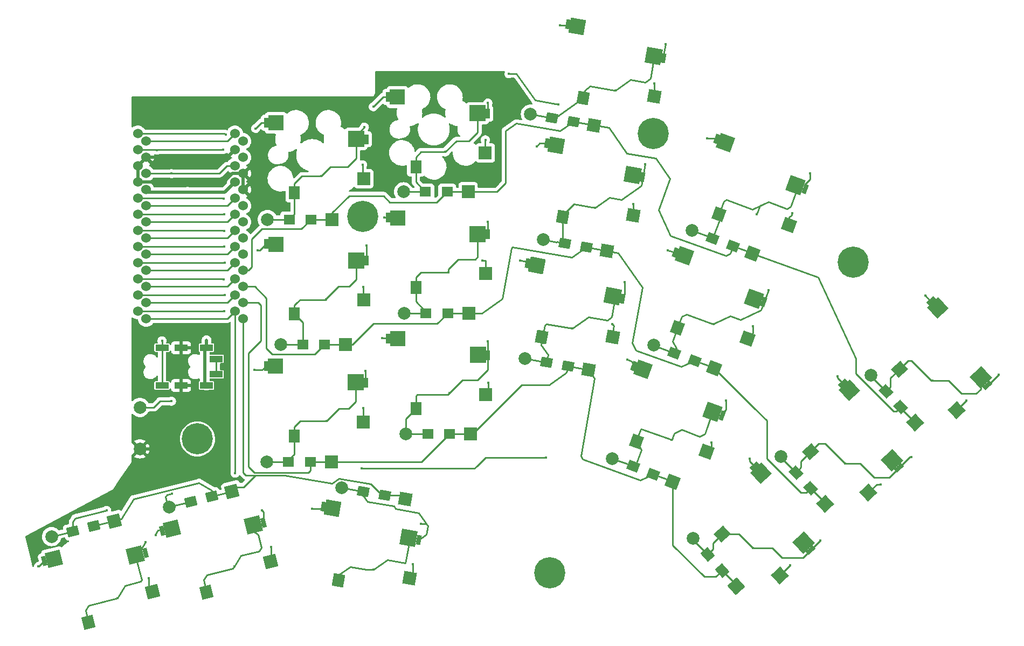
<source format=gbr>
%TF.GenerationSoftware,KiCad,Pcbnew,(6.0.2)*%
%TF.CreationDate,2022-03-03T13:29:24+00:00*%
%TF.ProjectId,yggdrasil,79676764-7261-4736-996c-2e6b69636164,1.0.0*%
%TF.SameCoordinates,Original*%
%TF.FileFunction,Copper,L1,Top*%
%TF.FilePolarity,Positive*%
%FSLAX46Y46*%
G04 Gerber Fmt 4.6, Leading zero omitted, Abs format (unit mm)*
G04 Created by KiCad (PCBNEW (6.0.2)) date 2022-03-03 13:29:24*
%MOMM*%
%LPD*%
G01*
G04 APERTURE LIST*
G04 Aperture macros list*
%AMRotRect*
0 Rectangle, with rotation*
0 The origin of the aperture is its center*
0 $1 length*
0 $2 width*
0 $3 Rotation angle, in degrees counterclockwise*
0 Add horizontal line*
21,1,$1,$2,0,0,$3*%
G04 Aperture macros list end*
%TA.AperFunction,SMDPad,CuDef*%
%ADD10RotRect,2.000000X2.000000X160.000000*%
%TD*%
%TA.AperFunction,SMDPad,CuDef*%
%ADD11RotRect,2.400000X2.400000X160.000000*%
%TD*%
%TA.AperFunction,SMDPad,CuDef*%
%ADD12RotRect,0.700000X1.500000X340.000000*%
%TD*%
%TA.AperFunction,SMDPad,CuDef*%
%ADD13RotRect,2.500000X2.500000X160.000000*%
%TD*%
%TA.AperFunction,SMDPad,CuDef*%
%ADD14RotRect,1.800000X2.000000X160.000000*%
%TD*%
%TA.AperFunction,ComponentPad*%
%ADD15R,1.998980X1.998980*%
%TD*%
%TA.AperFunction,ComponentPad*%
%ADD16R,1.800000X1.500000*%
%TD*%
%TA.AperFunction,ComponentPad*%
%ADD17C,1.998980*%
%TD*%
%TA.AperFunction,ComponentPad*%
%ADD18RotRect,1.800000X1.500000X194.000000*%
%TD*%
%TA.AperFunction,ComponentPad*%
%ADD19RotRect,1.998980X1.998980X14.000000*%
%TD*%
%TA.AperFunction,SMDPad,CuDef*%
%ADD20RotRect,2.000000X2.000000X133.000000*%
%TD*%
%TA.AperFunction,SMDPad,CuDef*%
%ADD21RotRect,2.400000X2.400000X133.000000*%
%TD*%
%TA.AperFunction,SMDPad,CuDef*%
%ADD22RotRect,0.700000X1.500000X313.000000*%
%TD*%
%TA.AperFunction,SMDPad,CuDef*%
%ADD23RotRect,1.800000X2.000000X133.000000*%
%TD*%
%TA.AperFunction,SMDPad,CuDef*%
%ADD24RotRect,2.500000X2.500000X133.000000*%
%TD*%
%TA.AperFunction,ComponentPad*%
%ADD25C,4.900000*%
%TD*%
%TA.AperFunction,ComponentPad*%
%ADD26RotRect,1.998980X1.998980X339.000000*%
%TD*%
%TA.AperFunction,ComponentPad*%
%ADD27RotRect,1.800000X1.500000X159.000000*%
%TD*%
%TA.AperFunction,ComponentPad*%
%ADD28RotRect,1.800000X1.500000X170.000000*%
%TD*%
%TA.AperFunction,ComponentPad*%
%ADD29RotRect,1.998980X1.998980X350.000000*%
%TD*%
%TA.AperFunction,SMDPad,CuDef*%
%ADD30RotRect,2.400000X2.400000X170.000000*%
%TD*%
%TA.AperFunction,SMDPad,CuDef*%
%ADD31RotRect,2.000000X2.000000X170.000000*%
%TD*%
%TA.AperFunction,SMDPad,CuDef*%
%ADD32RotRect,0.700000X1.500000X350.000000*%
%TD*%
%TA.AperFunction,SMDPad,CuDef*%
%ADD33RotRect,1.800000X2.000000X170.000000*%
%TD*%
%TA.AperFunction,SMDPad,CuDef*%
%ADD34RotRect,2.500000X2.500000X170.000000*%
%TD*%
%TA.AperFunction,SMDPad,CuDef*%
%ADD35R,0.700000X1.500000*%
%TD*%
%TA.AperFunction,SMDPad,CuDef*%
%ADD36R,2.400000X2.400000*%
%TD*%
%TA.AperFunction,SMDPad,CuDef*%
%ADD37R,2.000000X2.000000*%
%TD*%
%TA.AperFunction,SMDPad,CuDef*%
%ADD38R,2.500000X2.500000*%
%TD*%
%TA.AperFunction,SMDPad,CuDef*%
%ADD39R,1.800000X2.000000*%
%TD*%
%TA.AperFunction,ComponentPad*%
%ADD40RotRect,1.800000X1.500000X133.000000*%
%TD*%
%TA.AperFunction,ComponentPad*%
%ADD41RotRect,1.998980X1.998980X313.000000*%
%TD*%
%TA.AperFunction,SMDPad,CuDef*%
%ADD42RotRect,2.400000X2.400000X194.000000*%
%TD*%
%TA.AperFunction,SMDPad,CuDef*%
%ADD43RotRect,0.700000X1.500000X14.000000*%
%TD*%
%TA.AperFunction,SMDPad,CuDef*%
%ADD44RotRect,2.000000X2.000000X194.000000*%
%TD*%
%TA.AperFunction,SMDPad,CuDef*%
%ADD45RotRect,1.800000X2.000000X194.000000*%
%TD*%
%TA.AperFunction,SMDPad,CuDef*%
%ADD46RotRect,2.500000X2.500000X194.000000*%
%TD*%
%TA.AperFunction,ComponentPad*%
%ADD47C,1.524000*%
%TD*%
%TA.AperFunction,ComponentPad*%
%ADD48R,2.100000X1.000000*%
%TD*%
%TA.AperFunction,ComponentPad*%
%ADD49C,2.000000*%
%TD*%
%TA.AperFunction,SMDPad,CuDef*%
%ADD50RotRect,0.700000X1.500000X349.000000*%
%TD*%
%TA.AperFunction,SMDPad,CuDef*%
%ADD51RotRect,2.000000X2.000000X169.000000*%
%TD*%
%TA.AperFunction,SMDPad,CuDef*%
%ADD52RotRect,2.400000X2.400000X169.000000*%
%TD*%
%TA.AperFunction,SMDPad,CuDef*%
%ADD53RotRect,2.500000X2.500000X169.000000*%
%TD*%
%TA.AperFunction,SMDPad,CuDef*%
%ADD54RotRect,1.800000X2.000000X169.000000*%
%TD*%
%TA.AperFunction,ComponentPad*%
%ADD55RotRect,1.800000X1.500000X132.000000*%
%TD*%
%TA.AperFunction,ComponentPad*%
%ADD56RotRect,1.998980X1.998980X312.000000*%
%TD*%
%TA.AperFunction,ViaPad*%
%ADD57C,0.400000*%
%TD*%
%TA.AperFunction,Conductor*%
%ADD58C,0.250000*%
%TD*%
%TA.AperFunction,Conductor*%
%ADD59C,0.500000*%
%TD*%
G04 APERTURE END LIST*
D10*
%TO.P,SW14,1,1*%
%TO.N,col3*%
X190496426Y-104511777D03*
D11*
X180531605Y-91541397D03*
D12*
X179128906Y-91009573D03*
D13*
%TO.P,SW14,2,2*%
%TO.N,Net-(D14-Pad2)*%
X191503001Y-98237670D03*
D14*
X179501332Y-102851081D03*
D12*
X192992828Y-98822490D03*
%TD*%
D15*
%TO.P,D1,1,K*%
%TO.N,row0*%
X131698559Y-67952904D03*
D16*
X128398559Y-67950364D03*
D17*
%TO.P,D1,2,A*%
%TO.N,Net-(D1-Pad2)*%
X121538559Y-67952904D03*
D16*
X124998559Y-67950364D03*
%TD*%
D18*
%TO.P,D16,1,K*%
%TO.N,row3*%
X94287112Y-116163179D03*
D19*
X97489702Y-115367301D03*
D17*
%TO.P,D16,2,A*%
%TO.N,Net-(D16-Pad2)*%
X87631498Y-117825228D03*
D18*
X90988106Y-116985713D03*
%TD*%
D20*
%TO.P,SW10,1,1*%
%TO.N,col4*%
X215948553Y-110948550D03*
D21*
X212958261Y-94867923D03*
D22*
X211949890Y-93757252D03*
%TO.P,SW10,2,2*%
%TO.N,Net-(D10-Pad2)*%
X220755745Y-107012701D03*
D23*
X206905792Y-104477191D03*
D24*
X219693802Y-105815255D03*
%TD*%
D20*
%TO.P,SW15,1,1*%
%TO.N,col4*%
X202046081Y-123933604D03*
D22*
X198047418Y-106742306D03*
D21*
X199055789Y-107852977D03*
D22*
%TO.P,SW15,2,2*%
%TO.N,Net-(D15-Pad2)*%
X206853273Y-119997755D03*
D24*
X205791330Y-118800309D03*
D23*
X193003320Y-117462245D03*
%TD*%
D25*
%TO.P,TH7,*%
%TO.N,*%
X165881040Y-123543343D03*
%TD*%
D26*
%TO.P,D4,1,K*%
%TO.N,row0*%
X197752038Y-73326888D03*
D27*
X194672133Y-72141903D03*
D17*
%TO.P,D4,2,A*%
%TO.N,Net-(D4-Pad2)*%
X188266861Y-69685870D03*
D27*
X191497959Y-70923451D03*
%TD*%
D28*
%TO.P,D3,1,K*%
%TO.N,row0*%
X169621385Y-52570173D03*
D29*
X172870810Y-53145713D03*
D17*
%TO.P,D3,2,A*%
%TO.N,Net-(D3-Pad2)*%
X162865163Y-51381448D03*
D28*
X166273039Y-51979769D03*
%TD*%
D15*
%TO.P,D2,1,K*%
%TO.N,row0*%
X153079339Y-63599500D03*
D16*
X149779339Y-63596960D03*
D17*
%TO.P,D2,2,A*%
%TO.N,Net-(D2-Pad2)*%
X142919339Y-63599500D03*
D16*
X146379339Y-63596960D03*
%TD*%
D26*
%TO.P,D14,1,K*%
%TO.N,row2*%
X185232908Y-109197926D03*
D27*
X182153003Y-108012941D03*
%TO.P,D14,2,A*%
%TO.N,Net-(D14-Pad2)*%
X178978829Y-106794489D03*
D17*
X175747731Y-105556908D03*
%TD*%
D30*
%TO.P,SW3,1,1*%
%TO.N,col2*%
X170235659Y-37568945D03*
D31*
X182301375Y-48611902D03*
D32*
X168761920Y-37288776D03*
D33*
%TO.P,SW3,2,2*%
%TO.N,Net-(D3-Pad2)*%
X171184944Y-48885714D03*
D34*
X182203170Y-42258322D03*
D32*
X183771917Y-42575553D03*
%TD*%
D35*
%TO.P,SW6,1,1*%
%TO.N,col0*%
X121368720Y-71823944D03*
D36*
X122868720Y-71843944D03*
D37*
X136668720Y-80623944D03*
D38*
%TO.P,SW6,2,2*%
%TO.N,Net-(D6-Pad2)*%
X135468720Y-74383943D03*
D39*
X125768720Y-82823944D03*
D35*
X137068720Y-74423944D03*
%TD*%
D19*
%TO.P,D17,1,K*%
%TO.N,row3*%
X115979807Y-110707284D03*
D18*
X112777217Y-111503162D03*
%TO.P,D17,2,A*%
%TO.N,Net-(D17-Pad2)*%
X109478211Y-112325696D03*
D17*
X106121603Y-113165211D03*
%TD*%
D40*
%TO.P,D5,1,K*%
%TO.N,row0*%
X221026436Y-97474530D03*
D41*
X223275173Y-99889730D03*
D17*
%TO.P,D5,2,A*%
%TO.N,Net-(D5-Pad2)*%
X216346070Y-92459176D03*
D40*
X218707642Y-94987928D03*
%TD*%
D42*
%TO.P,SW16,1,1*%
%TO.N,col0*%
X87968156Y-121325882D03*
D43*
X86507874Y-121669359D03*
D44*
X103482312Y-126506556D03*
D45*
%TO.P,SW16,2,2*%
%TO.N,Net-(D16-Pad2)*%
X93438316Y-131278155D03*
D43*
X102370514Y-120393954D03*
D46*
X100808364Y-120742216D03*
%TD*%
D47*
%TO.P,U1,1,TX(PD3)*%
%TO.N,unconnected-(U1-Pad1)*%
X101199438Y-54448296D03*
X117738253Y-55644041D03*
%TO.P,U1,2,RX(PD2)*%
%TO.N,DATA*%
X117738253Y-58184041D03*
X101199438Y-56988296D03*
%TO.P,U1,3,GND*%
%TO.N,GND*%
X117738253Y-60724041D03*
X101199438Y-59528296D03*
%TO.P,U1,4,GND*%
X117738253Y-63264041D03*
X101199438Y-62068296D03*
%TO.P,U1,5,SDA(PD1)*%
%TO.N,SDA*%
X117738253Y-65804041D03*
X101199438Y-64608296D03*
%TO.P,U1,6,SCL(PD0)*%
%TO.N,SCL*%
X117738253Y-68344041D03*
X101199438Y-67148296D03*
%TO.P,U1,7,D4(PD4)*%
%TO.N,unconnected-(U1-Pad7)*%
X101199438Y-69688296D03*
X117738253Y-70884041D03*
%TO.P,U1,8,D5(PC6)*%
%TO.N,unconnected-(U1-Pad8)*%
X117738253Y-73424041D03*
X101199438Y-72228296D03*
%TO.P,U1,9,D6(PD7)*%
%TO.N,row0*%
X101199438Y-74768296D03*
X117738253Y-75964041D03*
%TO.P,U1,10,D7(PE6)*%
%TO.N,row1*%
X117738253Y-78504041D03*
X101199438Y-77308296D03*
%TO.P,U1,11,D8(PB4)*%
%TO.N,row2*%
X117738253Y-81044041D03*
X101199438Y-79848296D03*
%TO.P,U1,12,D9(PB5)*%
%TO.N,row3*%
X117738253Y-83584041D03*
X101199438Y-82388296D03*
%TO.P,U1,13,D10(PB6)*%
%TO.N,col4*%
X116439438Y-82388296D03*
X102498253Y-83584041D03*
%TO.P,U1,14,D16(PB2)*%
%TO.N,col3*%
X102498253Y-81044041D03*
X116439438Y-79848296D03*
%TO.P,U1,15,D14(PB3)*%
%TO.N,col2*%
X116439438Y-77308296D03*
X102498253Y-78504041D03*
%TO.P,U1,16,D15(PB1)*%
%TO.N,col1*%
X102498253Y-75964041D03*
X116439438Y-74768296D03*
%TO.P,U1,17,A0(PF7)*%
%TO.N,col0*%
X116439438Y-72228296D03*
X102498253Y-73424041D03*
%TO.P,U1,18,A1(PF6)*%
%TO.N,unconnected-(U1-Pad18)*%
X102498253Y-70884041D03*
X116439438Y-69688296D03*
%TO.P,U1,19,A2(PF5)*%
%TO.N,unconnected-(U1-Pad19)*%
X102498253Y-68344041D03*
X116439438Y-67148296D03*
%TO.P,U1,20,A3(PF4)*%
%TO.N,unconnected-(U1-Pad20)*%
X102498253Y-65804041D03*
X116439438Y-64608296D03*
%TO.P,U1,21,VCC*%
%TO.N,VCC*%
X102498253Y-63264041D03*
X116439438Y-62068296D03*
%TO.P,U1,22,RST*%
%TO.N,RESET*%
X116439438Y-59528296D03*
X102498253Y-60724041D03*
%TO.P,U1,23,GND*%
%TO.N,GND*%
X116439438Y-56988296D03*
X102498253Y-58184041D03*
%TO.P,U1,24,RAW*%
%TO.N,unconnected-(U1-Pad24)*%
X116439438Y-54448296D03*
X102498253Y-55644041D03*
%TD*%
D25*
%TO.P,TH3,*%
%TO.N,*%
X213557390Y-74634797D03*
%TD*%
D36*
%TO.P,SW7,1,1*%
%TO.N,col1*%
X141978734Y-67699398D03*
D35*
X140478734Y-67679398D03*
D37*
X155778734Y-76479398D03*
D39*
%TO.P,SW7,2,2*%
%TO.N,Net-(D7-Pad2)*%
X144878734Y-78679398D03*
D35*
X156178734Y-70279398D03*
D38*
X154578734Y-70239397D03*
%TD*%
D16*
%TO.P,D11,1,K*%
%TO.N,row2*%
X128270630Y-106107852D03*
D15*
X131570630Y-106110392D03*
D17*
%TO.P,D11,2,A*%
%TO.N,Net-(D11-Pad2)*%
X121410630Y-106110392D03*
D16*
X124870630Y-106107852D03*
%TD*%
D29*
%TO.P,D8,1,K*%
%TO.N,row1*%
X174872097Y-72893254D03*
D28*
X171622672Y-72317714D03*
D17*
%TO.P,D8,2,A*%
%TO.N,Net-(D8-Pad2)*%
X164866450Y-71128989D03*
D28*
X168274326Y-71727310D03*
%TD*%
D44*
%TO.P,SW17,1,1*%
%TO.N,col1*%
X122036695Y-121782226D03*
D43*
X105062257Y-116945029D03*
D42*
X106522539Y-116601552D03*
D43*
%TO.P,SW17,2,2*%
%TO.N,Net-(D17-Pad2)*%
X120924897Y-115669624D03*
D46*
X119362747Y-116017886D03*
D45*
X111992699Y-126553825D03*
%TD*%
D32*
%TO.P,SW8,1,1*%
%TO.N,col2*%
X165462600Y-56000119D03*
D31*
X179002055Y-67323245D03*
D30*
X166936339Y-56280288D03*
D32*
%TO.P,SW8,2,2*%
%TO.N,Net-(D8-Pad2)*%
X180472597Y-61286896D03*
D34*
X178903850Y-60969665D03*
D33*
X167885624Y-67597057D03*
%TD*%
D31*
%TO.P,SW18,1,1*%
%TO.N,col2*%
X143844548Y-124397793D03*
D32*
X130305093Y-113074667D03*
D30*
X131778832Y-113354836D03*
D33*
%TO.P,SW18,2,2*%
%TO.N,Net-(D18-Pad2)*%
X132728117Y-124671605D03*
D32*
X145315090Y-118361444D03*
D34*
X143746343Y-118044213D03*
%TD*%
D27*
%TO.P,D9,1,K*%
%TO.N,row1*%
X188650089Y-90170075D03*
D26*
X191729994Y-91355060D03*
D17*
%TO.P,D9,2,A*%
%TO.N,Net-(D9-Pad2)*%
X182244817Y-87714042D03*
D27*
X185475915Y-88951623D03*
%TD*%
D37*
%TO.P,SW2,1,1*%
%TO.N,col1*%
X155776094Y-57490457D03*
D36*
X141976094Y-48710457D03*
D35*
X140476094Y-48690457D03*
D39*
%TO.P,SW2,2,2*%
%TO.N,Net-(D2-Pad2)*%
X144876094Y-59690457D03*
D35*
X156176094Y-51290457D03*
D38*
X154576094Y-51250456D03*
%TD*%
D16*
%TO.P,D12,1,K*%
%TO.N,row2*%
X150178546Y-101644304D03*
D15*
X153478546Y-101646844D03*
D17*
%TO.P,D12,2,A*%
%TO.N,Net-(D12-Pad2)*%
X143318546Y-101646844D03*
D16*
X146778546Y-101644304D03*
%TD*%
D48*
%TO.P,J2,1*%
%TO.N,VCC*%
X111987485Y-88125828D03*
X111987485Y-94075828D03*
%TO.P,J2,2*%
%TO.N,GND*%
X107987485Y-94075828D03*
X107987485Y-88125828D03*
%TO.P,J2,3*%
%TO.N,DATA*%
X104987485Y-88125828D03*
X104987485Y-94075828D03*
%TO.P,J2,4*%
%TO.N,unconnected-(J2-Pad4)*%
X113487485Y-92325828D03*
X113487485Y-89875828D03*
%TD*%
D29*
%TO.P,D18,1,K*%
%TO.N,row3*%
X143219633Y-111889284D03*
D28*
X139970208Y-111313744D03*
%TO.P,D18,2,A*%
%TO.N,Net-(D18-Pad2)*%
X136621862Y-110723340D03*
D17*
X133213986Y-110125019D03*
%TD*%
D15*
%TO.P,D7,1,K*%
%TO.N,row1*%
X153163098Y-82704289D03*
D16*
X149863098Y-82701749D03*
%TO.P,D7,2,A*%
%TO.N,Net-(D7-Pad2)*%
X146463098Y-82701749D03*
D17*
X143003098Y-82704289D03*
%TD*%
D49*
%TO.P,RSW1,1,1*%
%TO.N,GND*%
X101515839Y-104026134D03*
%TO.P,RSW1,2,2*%
%TO.N,RESET*%
X101515839Y-97526134D03*
%TD*%
D50*
%TO.P,SW13,1,1*%
%TO.N,col2*%
X162424241Y-74846350D03*
D51*
X175764018Y-86404046D03*
D52*
X163892866Y-75152196D03*
D53*
%TO.P,SW13,2,2*%
%TO.N,Net-(D13-Pad2)*%
X175776714Y-80049721D03*
D50*
X177339685Y-80394281D03*
D54*
X164644502Y-86483808D03*
%TD*%
D36*
%TO.P,SW1,1,1*%
%TO.N,col0*%
X122883443Y-52756516D03*
D35*
X121383443Y-52736516D03*
D37*
X136683443Y-61536516D03*
D35*
%TO.P,SW1,2,2*%
%TO.N,Net-(D1-Pad2)*%
X137083443Y-55336516D03*
D39*
X125783443Y-63736516D03*
D38*
X135483443Y-55296515D03*
%TD*%
D40*
%TO.P,D10,1,K*%
%TO.N,row1*%
X206890781Y-110267353D03*
D41*
X209139518Y-112682553D03*
D17*
%TO.P,D10,2,A*%
%TO.N,Net-(D10-Pad2)*%
X202210415Y-105251999D03*
D40*
X204571987Y-107780751D03*
%TD*%
D28*
%TO.P,D13,1,K*%
%TO.N,row2*%
X168734638Y-91000030D03*
D29*
X171984063Y-91575570D03*
D28*
%TO.P,D13,2,A*%
%TO.N,Net-(D13-Pad2)*%
X165386292Y-90409626D03*
D17*
X161978416Y-89811305D03*
%TD*%
D25*
%TO.P,TH4,*%
%TO.N,*%
X136534739Y-67450809D03*
%TD*%
D12*
%TO.P,SW9,1,1*%
%TO.N,col3*%
X185625983Y-73166718D03*
D11*
X187028682Y-73698542D03*
D10*
X196993503Y-86668922D03*
D12*
%TO.P,SW9,2,2*%
%TO.N,Net-(D9-Pad2)*%
X199489905Y-80979635D03*
D13*
X198000078Y-80394815D03*
D14*
X185998409Y-85008226D03*
%TD*%
D36*
%TO.P,SW11,1,1*%
%TO.N,col0*%
X122836639Y-91029851D03*
D35*
X121336639Y-91009851D03*
D37*
X136636639Y-99809851D03*
D35*
%TO.P,SW11,2,2*%
%TO.N,Net-(D11-Pad2)*%
X137036639Y-93609851D03*
D39*
X125736639Y-102009851D03*
D38*
X135436639Y-93569850D03*
%TD*%
D25*
%TO.P,TH6,*%
%TO.N,*%
X182180536Y-54480069D03*
%TD*%
D55*
%TO.P,D15,1,K*%
%TO.N,row2*%
X192982074Y-123173674D03*
D56*
X195188317Y-125627752D03*
D55*
%TO.P,D15,2,A*%
%TO.N,Net-(D15-Pad2)*%
X190707030Y-120646982D03*
D17*
X188389950Y-118077400D03*
%TD*%
D12*
%TO.P,SW4,1,1*%
%TO.N,col3*%
X192123078Y-55323847D03*
D10*
X203490598Y-68826051D03*
D11*
X193525777Y-55855671D03*
D14*
%TO.P,SW4,2,2*%
%TO.N,Net-(D4-Pad2)*%
X192495504Y-67165355D03*
D13*
X204497173Y-62551944D03*
D12*
X205987000Y-63136764D03*
%TD*%
D25*
%TO.P,TH5,*%
%TO.N,*%
X110558705Y-102472173D03*
%TD*%
D16*
%TO.P,D6,1,K*%
%TO.N,row1*%
X130515681Y-87616783D03*
D15*
X133815681Y-87619323D03*
D17*
%TO.P,D6,2,A*%
%TO.N,Net-(D6-Pad2)*%
X123655681Y-87619323D03*
D16*
X127115681Y-87616783D03*
%TD*%
D21*
%TO.P,SW5,1,1*%
%TO.N,col4*%
X226860728Y-81882904D03*
D20*
X229851020Y-97963531D03*
D22*
X225852357Y-80772233D03*
D23*
%TO.P,SW5,2,2*%
%TO.N,Net-(D5-Pad2)*%
X220808259Y-91492172D03*
D22*
X234658212Y-94027682D03*
D24*
X233596269Y-92830236D03*
%TD*%
D37*
%TO.P,SW12,1,1*%
%TO.N,col1*%
X155796072Y-95516105D03*
D35*
X140496072Y-86716105D03*
D36*
X141996072Y-86736105D03*
D39*
%TO.P,SW12,2,2*%
%TO.N,Net-(D12-Pad2)*%
X144896072Y-97716105D03*
D35*
X156196072Y-89316105D03*
D38*
X154596072Y-89276104D03*
%TD*%
D57*
%TO.N,GND*%
X107981037Y-62043338D03*
X107981031Y-86943338D03*
%TO.N,RESET*%
X106481030Y-96543341D03*
X106481035Y-60743332D03*
%TO.N,VCC*%
X111981024Y-86943335D03*
X108981036Y-63543330D03*
%TO.N,col0*%
X136581028Y-78543337D03*
X119481029Y-91643339D03*
X102881026Y-124343336D03*
X85581031Y-122543341D03*
X119681028Y-53643330D03*
X136481027Y-59343338D03*
X136581028Y-97643328D03*
X119981032Y-72843339D03*
%TO.N,col1*%
X155281038Y-74443337D03*
X122081027Y-119443341D03*
X155781033Y-55443337D03*
X139578728Y-86641043D03*
X156281033Y-93643330D03*
X138181031Y-50243330D03*
X139881032Y-67643337D03*
X103981033Y-117643328D03*
%TO.N,col2*%
X175749073Y-84387275D03*
X167481036Y-37443337D03*
X128581026Y-113443340D03*
X178981032Y-65543336D03*
X163881025Y-56443336D03*
X161255142Y-74388524D03*
X182281025Y-46543342D03*
X144381035Y-122143338D03*
%TO.N,col3*%
X159481032Y-45043337D03*
X190581030Y-55243336D03*
X184468682Y-72782296D03*
X178091804Y-90010250D03*
X191281032Y-103043341D03*
X203959148Y-66978410D03*
X197781030Y-84743332D03*
X167249637Y-49836460D03*
%TO.N,col4*%
X165281033Y-105443337D03*
X217881029Y-109643339D03*
X211089583Y-92651884D03*
X197280875Y-105543178D03*
X203681034Y-122343327D03*
X224881034Y-79943347D03*
X116481029Y-107843336D03*
X231381026Y-96443331D03*
X136381027Y-107143338D03*
%TO.N,row3*%
X114781038Y-82343344D03*
%TO.N,row2*%
X114881030Y-79843344D03*
%TO.N,row1*%
X114681028Y-77343336D03*
%TO.N,row0*%
X114881031Y-74743339D03*
%TO.N,unconnected-(U1-Pad8)*%
X114781035Y-72243342D03*
%TO.N,unconnected-(U1-Pad7)*%
X114781032Y-69743336D03*
%TO.N,SCL*%
X114781032Y-67143337D03*
%TO.N,SDA*%
X114681026Y-64643343D03*
%TO.N,DATA*%
X114581033Y-56943335D03*
X104181025Y-57043335D03*
X104981036Y-87043336D03*
%TO.N,unconnected-(U1-Pad1)*%
X114981034Y-54643340D03*
%TO.N,Net-(D1-Pad2)*%
X129981031Y-61143343D03*
X136781029Y-53443337D03*
%TO.N,Net-(D2-Pad2)*%
X149481031Y-57343343D03*
X156181035Y-49643332D03*
%TO.N,Net-(D3-Pad2)*%
X176189425Y-47625241D03*
X184081031Y-40343339D03*
%TO.N,Net-(D4-Pad2)*%
X198436520Y-67181829D03*
X206781033Y-60743341D03*
%TO.N,Net-(D5-Pad2)*%
X225981026Y-93343342D03*
X236381025Y-92343337D03*
%TO.N,Net-(D6-Pad2)*%
X137081026Y-72043337D03*
X130730000Y-80540000D03*
%TO.N,Net-(D7-Pad2)*%
X156181035Y-68343336D03*
X149994929Y-76255328D03*
%TO.N,Net-(D8-Pad2)*%
X180881031Y-59243344D03*
X173003622Y-66153521D03*
%TO.N,Net-(D9-Pad2)*%
X200281035Y-79043335D03*
X191614531Y-84375477D03*
%TO.N,Net-(D10-Pad2)*%
X222681032Y-105343336D03*
X212281037Y-106343337D03*
%TO.N,Net-(D11-Pad2)*%
X136981036Y-91743338D03*
X130881028Y-99643328D03*
%TO.N,Net-(D12-Pad2)*%
X150181032Y-95243340D03*
X156181028Y-87143332D03*
%TO.N,Net-(D13-Pad2)*%
X177681036Y-77843335D03*
X169439734Y-85092381D03*
%TO.N,Net-(D14-Pad2)*%
X193581031Y-96443333D03*
X185063910Y-102636293D03*
%TO.N,Net-(D15-Pad2)*%
X208381026Y-118443336D03*
X197781036Y-119643339D03*
%TO.N,Net-(D16-Pad2)*%
X96306400Y-113720661D03*
X97981032Y-127543336D03*
X102356537Y-118743335D03*
%TO.N,Net-(D17-Pad2)*%
X116381032Y-122543341D03*
X120681035Y-113743340D03*
X106581038Y-111043347D03*
%TO.N,Net-(D18-Pad2)*%
X138181030Y-123043342D03*
X145681038Y-115843333D03*
%TD*%
D58*
%TO.N,Net-(D13-Pad2)*%
X165146161Y-84551849D02*
X164832234Y-86332234D01*
X164644502Y-86483808D02*
X164680660Y-86483808D01*
X164832234Y-86332234D02*
X164583063Y-87745364D01*
X164680660Y-86483808D02*
X164832234Y-86332234D01*
X165385952Y-90409121D02*
X165386309Y-90409629D01*
X165599645Y-89197200D02*
X165385952Y-90409121D01*
X164583063Y-87745364D02*
X165599645Y-89197200D01*
X165393206Y-84378867D02*
X165146161Y-84551849D01*
X169439734Y-85092381D02*
X165393206Y-84378867D01*
%TO.N,row3*%
X119408358Y-108192853D02*
X124222842Y-108192855D01*
X132802719Y-108708080D02*
X137814043Y-109591713D01*
X124222842Y-108192855D02*
X124234593Y-108204604D01*
X131653512Y-109512761D02*
X132802719Y-108708080D01*
X124234593Y-108204604D02*
X131653512Y-109512761D01*
X137814043Y-109591713D02*
X139536074Y-111313744D01*
X139536074Y-111313744D02*
X142644093Y-111313744D01*
X142644093Y-111313744D02*
X143219633Y-111889284D01*
%TO.N,Net-(D6-Pad2)*%
X132705527Y-78443336D02*
X134422483Y-78443337D01*
X130730000Y-80540000D02*
X130730000Y-80418863D01*
X127113148Y-87619313D02*
X123655685Y-87619313D01*
X127115680Y-87616776D02*
X127113148Y-87619313D01*
X127115692Y-84170905D02*
X127115680Y-87616776D01*
X125768722Y-82823939D02*
X127115692Y-84170905D01*
X125768726Y-81455643D02*
X125768722Y-82823939D01*
X130730000Y-80418863D02*
X132705527Y-78443336D01*
X126181030Y-81043333D02*
X125768726Y-81455643D01*
X130702157Y-80567843D02*
X126656537Y-80567843D01*
X126656537Y-80567843D02*
X126181030Y-81043333D01*
X130730000Y-80540000D02*
X130702157Y-80567843D01*
X135481036Y-77384795D02*
X135481034Y-74396252D01*
X137028729Y-74383946D02*
X137068728Y-74423952D01*
X134422483Y-78443337D02*
X135481036Y-77384795D01*
X135481034Y-74396252D02*
X135468719Y-74383943D01*
X135468719Y-74383943D02*
X137028729Y-74383946D01*
X137068728Y-74423952D02*
X137068730Y-72055641D01*
X137068730Y-72055641D02*
X137081026Y-72043337D01*
D59*
%TO.N,GND*%
X117722489Y-60739805D02*
X117738266Y-60724044D01*
X101215210Y-62052529D02*
X108171843Y-62052536D01*
X102498251Y-58229476D02*
X101199439Y-59528301D01*
X107987489Y-97136888D02*
X107987489Y-94075829D01*
X104981037Y-97543332D02*
X107581028Y-97543342D01*
X117738266Y-60724044D02*
X117738255Y-63264045D01*
X108171843Y-62052536D02*
X114741871Y-62052533D01*
X104181029Y-103443334D02*
X104181028Y-98343331D01*
X107987490Y-86949785D02*
X107981031Y-86943338D01*
X115243700Y-58184050D02*
X116439442Y-56988293D01*
X107987489Y-94075829D02*
X107987485Y-88125830D01*
X102498247Y-58184045D02*
X102498251Y-58229476D01*
X103598235Y-104026123D02*
X104181029Y-103443334D01*
X101199439Y-59528301D02*
X101199443Y-62068301D01*
X116054593Y-60739808D02*
X117722489Y-60739805D01*
X114741871Y-62052533D02*
X116054593Y-60739808D01*
X102498247Y-58184045D02*
X115243700Y-58184050D01*
X107987485Y-88125830D02*
X107987490Y-86949785D01*
X101199443Y-62068301D02*
X101215210Y-62052529D01*
X101515844Y-104026127D02*
X103598235Y-104026123D01*
X104181028Y-98343331D02*
X104981037Y-97543332D01*
X107581028Y-97543342D02*
X107987489Y-97136888D01*
D58*
%TO.N,RESET*%
X115196074Y-59528297D02*
X116439441Y-59528301D01*
X104681038Y-96543341D02*
X103698244Y-97526126D01*
X114000321Y-60724043D02*
X115196074Y-59528297D01*
X102498257Y-60724042D02*
X114000321Y-60724043D01*
X103698244Y-97526126D02*
X101515840Y-97526126D01*
X106481030Y-96543341D02*
X104681038Y-96543341D01*
%TO.N,unconnected-(U1-Pad24)*%
X102498259Y-55644047D02*
X115243696Y-55644045D01*
X115243696Y-55644045D02*
X116439441Y-54448306D01*
D59*
%TO.N,VCC*%
X102498254Y-63264034D02*
X102877547Y-63643340D01*
X111681032Y-93769391D02*
X111681032Y-88432282D01*
X111987485Y-86949785D02*
X111981024Y-86943335D01*
X102877547Y-63643340D02*
X114864397Y-63643338D01*
X111681032Y-88432282D02*
X111987490Y-88125835D01*
X111987490Y-94075834D02*
X111681032Y-93769391D01*
X114864397Y-63643338D02*
X116439440Y-62068303D01*
X111987490Y-88125835D02*
X111987485Y-86949785D01*
D58*
%TO.N,unconnected-(U1-Pad20)*%
X102498262Y-65804044D02*
X115243690Y-65804043D01*
X115243690Y-65804043D02*
X116439438Y-64608312D01*
%TO.N,unconnected-(U1-Pad19)*%
X102498251Y-68344047D02*
X115243700Y-68344040D01*
X115243700Y-68344040D02*
X116439432Y-67148303D01*
%TO.N,unconnected-(U1-Pad18)*%
X102498256Y-70884049D02*
X115243698Y-70884042D01*
X115243698Y-70884042D02*
X116439445Y-69688299D01*
%TO.N,col0*%
X121383438Y-52736519D02*
X122863437Y-52736512D01*
X119681028Y-53643330D02*
X120587845Y-52736516D01*
X121336636Y-91009846D02*
X122816627Y-91009849D01*
X119481029Y-91643339D02*
X120703142Y-91643344D01*
X120349329Y-72843338D02*
X119981032Y-72843339D01*
X87624678Y-121669359D02*
X87968161Y-121325881D01*
X136636639Y-97698948D02*
X136581028Y-97643328D01*
X86507875Y-121669366D02*
X87624678Y-121669359D01*
X121368721Y-71823945D02*
X120349329Y-72843338D01*
X136581028Y-78543337D02*
X136581028Y-80536248D01*
X122848726Y-71823937D02*
X122868719Y-71843944D01*
X102881036Y-125905272D02*
X103482320Y-126506559D01*
X85581031Y-122543341D02*
X85633897Y-122543336D01*
X136581028Y-80536248D02*
X136668728Y-80623941D01*
X136481035Y-61334105D02*
X136683436Y-61536515D01*
X120703142Y-91643344D02*
X121336636Y-91009846D01*
X102498253Y-73424051D02*
X115243697Y-73424046D01*
X120587845Y-52736516D02*
X121383438Y-52736519D01*
X122863437Y-52736512D02*
X122883448Y-52756518D01*
X136481027Y-59343338D02*
X136481035Y-61334105D01*
X85633897Y-122543336D02*
X86507875Y-121669366D01*
X136636635Y-99809844D02*
X136636639Y-97698948D01*
X122816627Y-91009849D02*
X122836638Y-91029858D01*
X102881026Y-124343336D02*
X102881036Y-125905272D01*
X115243697Y-73424046D02*
X116439439Y-72228291D01*
X121368721Y-71823945D02*
X122848726Y-71823937D01*
%TO.N,col1*%
X140496072Y-86716102D02*
X141976071Y-86716106D01*
X115243697Y-75964041D02*
X116439445Y-74768294D01*
X140476096Y-48690451D02*
X141956094Y-48690446D01*
X141976071Y-86716106D02*
X141996066Y-86736095D01*
X106522542Y-116601551D02*
X105405737Y-116601547D01*
X103947040Y-117506997D02*
X103981033Y-117643328D01*
X156281033Y-93643330D02*
X156281032Y-95031138D01*
X138181031Y-50243330D02*
X139733910Y-48690454D01*
X122081036Y-121737882D02*
X122036698Y-121782221D01*
X155281038Y-74443337D02*
X155781034Y-74443337D01*
X102498256Y-75964038D02*
X115243697Y-75964041D01*
X105405737Y-116601547D02*
X104329927Y-116869785D01*
X139578728Y-86641043D02*
X140421007Y-86641046D01*
X139881032Y-67643337D02*
X140442674Y-67643340D01*
X140421007Y-86641046D02*
X140496072Y-86716102D01*
X155778734Y-74445629D02*
X155778738Y-76479396D01*
X156281032Y-95031138D02*
X155796067Y-95516104D01*
X155776094Y-57490460D02*
X155776093Y-55448275D01*
X155776093Y-55448275D02*
X155781033Y-55443337D01*
X141956094Y-48690446D02*
X141976097Y-48710453D01*
X122081027Y-119443341D02*
X122081036Y-121737882D01*
X140442674Y-67643340D02*
X140478738Y-67679401D01*
X139733910Y-48690454D02*
X140476096Y-48690451D01*
X140478738Y-67679401D02*
X141958729Y-67679400D01*
X155781034Y-74443337D02*
X155778734Y-74445629D01*
X141958729Y-67679400D02*
X141978735Y-67699395D01*
X104329927Y-116869785D02*
X103947040Y-117506997D01*
%TO.N,col2*%
X179002056Y-67323247D02*
X179002064Y-65564366D01*
X163353609Y-74729930D02*
X163633778Y-75010095D01*
X144381035Y-122143338D02*
X144381030Y-123861310D01*
X131778830Y-113354839D02*
X130585264Y-113354840D01*
X167481036Y-37443337D02*
X168607353Y-37443343D01*
X128581026Y-113443340D02*
X129936422Y-113443343D01*
X182281025Y-46543342D02*
X182301376Y-46563679D01*
X144381030Y-123861310D02*
X143844556Y-124397797D01*
X168607353Y-37443343D02*
X168761923Y-37288773D01*
X163881025Y-56443336D02*
X164324257Y-56000121D01*
X102498249Y-78504031D02*
X115243693Y-78504044D01*
X130585264Y-113354840D02*
X130305088Y-113074672D01*
X168761923Y-37288773D02*
X169955491Y-37288778D01*
X175944105Y-84665807D02*
X175699497Y-86053057D01*
X129936422Y-113443343D02*
X130305088Y-113074672D01*
X166656173Y-56000122D02*
X166936344Y-56280299D01*
X115243693Y-78504044D02*
X116439441Y-77308291D01*
X161255142Y-74388524D02*
X162014774Y-74522468D01*
X165462606Y-56000124D02*
X166656173Y-56000122D01*
X175749073Y-84387275D02*
X175944105Y-84665807D01*
X164324257Y-56000121D02*
X165462606Y-56000124D01*
X169955491Y-37288778D02*
X170235662Y-37568930D01*
X182301376Y-46563679D02*
X182301378Y-48611897D01*
X162014774Y-74522468D02*
X162160044Y-74729934D01*
X179002064Y-65564366D02*
X178981032Y-65543336D01*
X162160044Y-74729934D02*
X163353609Y-74729930D01*
%TO.N,col3*%
X203490602Y-67533775D02*
X203490595Y-68826049D01*
X115243687Y-81044049D02*
X116439443Y-79848299D01*
X185581665Y-73187388D02*
X185625988Y-73166719D01*
X102498258Y-81044045D02*
X115243687Y-81044049D01*
X192123077Y-55323844D02*
X192993952Y-55323843D01*
X178091804Y-90010250D02*
X178779655Y-90260607D01*
X167249637Y-49836460D02*
X163584721Y-49190231D01*
X191281032Y-103043341D02*
X191281033Y-103727175D01*
X179999781Y-91009579D02*
X180531603Y-91541402D01*
X192993952Y-55323843D02*
X193525775Y-55855662D01*
X197781031Y-85881390D02*
X196993514Y-86668916D01*
X185625988Y-73166719D02*
X187016750Y-73672912D01*
X184468682Y-72782296D02*
X185581665Y-73187388D01*
X197781030Y-84743332D02*
X197781031Y-85881390D01*
X192042567Y-55243338D02*
X192123077Y-55323844D01*
X179128904Y-91009573D02*
X179999781Y-91009579D01*
X160681032Y-45043332D02*
X159481032Y-45043337D01*
X191281033Y-103727175D02*
X190496428Y-104511779D01*
X203811471Y-67384149D02*
X203490602Y-67533775D01*
X163584721Y-49190231D02*
X160681032Y-45043332D01*
X190581030Y-55243336D02*
X192042567Y-55243338D01*
X187016750Y-73672912D02*
X187028697Y-73698539D01*
X178779655Y-90260607D02*
X179128904Y-91009573D01*
X203959148Y-66978410D02*
X203811471Y-67384149D01*
%TO.N,col4*%
X197280875Y-105543178D02*
X197280870Y-105975762D01*
X116439443Y-107801744D02*
X116439445Y-82388304D01*
X154081031Y-107143335D02*
X136381027Y-107143338D01*
X197280870Y-105975762D02*
X198047418Y-106742313D01*
X225852362Y-80772222D02*
X225709917Y-80772221D01*
X165281033Y-105443337D02*
X155781026Y-105443342D01*
X155781026Y-105443342D02*
X154481027Y-106743337D01*
X231371214Y-96443334D02*
X229851026Y-97963519D01*
X211949889Y-93757269D02*
X211949888Y-93859568D01*
X198047418Y-106742313D02*
X198047419Y-106844605D01*
X231381026Y-96443331D02*
X231371214Y-96443334D01*
X115243696Y-83584045D02*
X116439445Y-82388304D01*
X211949888Y-93859568D02*
X212958251Y-94867936D01*
X217253776Y-109643335D02*
X215948557Y-110948558D01*
X198047419Y-106844605D02*
X199055787Y-107852979D01*
X211089586Y-92896960D02*
X211949889Y-93757269D01*
X154481027Y-106743337D02*
X154081031Y-107143335D01*
X203681034Y-122343327D02*
X203636348Y-122343342D01*
X203636348Y-122343342D02*
X202046083Y-123933601D01*
X217881029Y-109643339D02*
X217253776Y-109643335D01*
X211089583Y-92651884D02*
X211089586Y-92896960D01*
X225709917Y-80772221D02*
X224881034Y-79943347D01*
X116481029Y-107843336D02*
X116439443Y-107801744D01*
X102498252Y-83584045D02*
X115243696Y-83584045D01*
%TO.N,row3*%
X112777222Y-110539531D02*
X112947024Y-111220569D01*
X116384475Y-110033819D02*
X115979810Y-110707285D01*
X112777219Y-111503165D02*
X112780301Y-111505013D01*
X119626866Y-108192854D02*
X117785908Y-110033816D01*
X115979810Y-110707285D02*
X116304352Y-110167158D01*
X101199438Y-82388302D02*
X114736069Y-82388293D01*
X117785908Y-110033816D02*
X116384475Y-110033819D01*
X117738253Y-107767753D02*
X118163363Y-108192853D01*
X94295469Y-116149286D02*
X98612053Y-115073043D01*
X119408358Y-108192853D02*
X119626866Y-108192854D01*
X112780301Y-111505013D02*
X115979810Y-110707285D01*
X117738254Y-83584034D02*
X117738253Y-107767753D01*
X100498541Y-111933402D02*
X110815824Y-109361005D01*
X94287103Y-116163183D02*
X94295469Y-116149286D01*
X110815824Y-109361005D02*
X112777222Y-110539531D01*
X112947024Y-111220569D02*
X112777219Y-111503165D01*
X114736069Y-82388293D02*
X114781038Y-82343344D01*
X118163363Y-108192853D02*
X119408358Y-108192853D01*
X98612053Y-115073043D02*
X100498541Y-111933402D01*
%TO.N,row2*%
X185232913Y-119195222D02*
X190181035Y-124143341D01*
X128270632Y-106107850D02*
X131568098Y-106107845D01*
X120481032Y-81443336D02*
X120481031Y-87043328D01*
X118581034Y-106843329D02*
X119481030Y-107743335D01*
X171025552Y-105667708D02*
X180099690Y-108970427D01*
X172934147Y-92932426D02*
X170781032Y-105143333D01*
X180099690Y-108970427D02*
X182153001Y-108012952D01*
X185196973Y-109120866D02*
X185232909Y-109197929D01*
X168557137Y-92006705D02*
X168734638Y-91000028D01*
X170781032Y-105143333D02*
X171025552Y-105667708D01*
X101199444Y-79848298D02*
X114876069Y-79848288D01*
X185232909Y-109197929D02*
X185232913Y-119195222D01*
X117738248Y-81044040D02*
X120081739Y-81044047D01*
X128270639Y-107432939D02*
X128270632Y-106107850D01*
X119481030Y-107743335D02*
X127981031Y-107743340D01*
X153777522Y-101646847D02*
X161481033Y-93943338D01*
X190181035Y-124143341D02*
X192012411Y-124143335D01*
X195188324Y-125379918D02*
X195188318Y-125627752D01*
X171984066Y-91575572D02*
X172934147Y-92932426D01*
X118581029Y-88943340D02*
X118581034Y-106843329D01*
X153478548Y-101646841D02*
X153777522Y-101646847D01*
X192982076Y-123173674D02*
X195188324Y-125379918D01*
X150178550Y-101644304D02*
X153476015Y-101644309D01*
X120481031Y-87043328D02*
X118581029Y-88943340D01*
X192012411Y-124143335D02*
X192982076Y-123173674D01*
X145712471Y-106110388D02*
X150178550Y-101644304D01*
X165791340Y-93943338D02*
X168557137Y-92006705D01*
X127981031Y-107743340D02*
X128281028Y-107443341D01*
X182153001Y-108012952D02*
X185196973Y-109120866D01*
X153476015Y-101644309D02*
X153478548Y-101646841D01*
X120081739Y-81044047D02*
X120481032Y-81443336D01*
X128281028Y-107443341D02*
X128270639Y-107432939D01*
X168734638Y-91000028D02*
X171982004Y-91572628D01*
X161481033Y-93943338D02*
X165791340Y-93943338D01*
X114876069Y-79848288D02*
X114881030Y-79843344D01*
X131568098Y-106107845D02*
X131570637Y-106110386D01*
X131570637Y-106110386D02*
X145712471Y-106110388D01*
%TO.N,row1*%
X158439846Y-80449784D02*
X159853003Y-72435377D01*
X101199449Y-77308299D02*
X114645989Y-77308296D01*
X121381033Y-80343335D02*
X121381035Y-88243334D01*
X199981035Y-99606101D02*
X199981025Y-105543347D01*
X199981025Y-105543347D02*
X205381029Y-110943341D01*
X128977127Y-89155334D02*
X130515682Y-87616776D01*
X206214797Y-110943332D02*
X206890771Y-110267359D01*
X209139522Y-112516093D02*
X209139511Y-112682558D01*
X133813140Y-87616773D02*
X133815681Y-87619318D01*
X138181032Y-84343332D02*
X148221511Y-84343339D01*
X206890771Y-110267359D02*
X209139522Y-112516093D01*
X155220075Y-82704290D02*
X158439846Y-80449784D01*
X171622673Y-72317712D02*
X174870039Y-72890309D01*
X178881028Y-87343332D02*
X179440453Y-88543028D01*
X149863099Y-82701751D02*
X153160563Y-82701746D01*
X119541739Y-78504042D02*
X121381033Y-80343335D01*
X174870039Y-72890309D02*
X174872098Y-72893254D01*
X133815681Y-87619318D02*
X134905061Y-87619308D01*
X121381035Y-88243334D02*
X122293023Y-89155327D01*
X160089832Y-72269543D02*
X169357639Y-73903706D01*
X174872098Y-72893254D02*
X176627472Y-73202773D01*
X153160563Y-82701746D02*
X153163104Y-82704287D01*
X205381029Y-110943341D02*
X206214797Y-110943332D01*
X153163104Y-82704287D02*
X155220075Y-82704290D01*
X169357639Y-73903706D02*
X171622673Y-72317712D01*
X130515682Y-87616776D02*
X133813140Y-87616773D01*
X186572486Y-91138875D02*
X188650088Y-90170075D01*
X197899653Y-97524721D02*
X199981035Y-99606101D01*
X122293023Y-89155327D02*
X128977127Y-89155334D01*
X191729996Y-91355065D02*
X197899653Y-97524721D01*
X188650088Y-90170075D02*
X191694053Y-91277988D01*
X117738254Y-78504040D02*
X119541739Y-78504042D01*
X114645989Y-77308296D02*
X114681028Y-77343336D01*
X179440453Y-88543028D02*
X186572486Y-91138875D01*
X176627472Y-73202773D02*
X180419479Y-78618325D01*
X180419479Y-78618325D02*
X178881028Y-87343332D01*
X191694053Y-91277988D02*
X191729994Y-91355060D01*
X148221511Y-84343339D02*
X149863099Y-82701751D01*
X134905061Y-87619308D02*
X138181032Y-84343332D01*
X159853003Y-72435377D02*
X160089832Y-72269543D01*
%TO.N,row0*%
X118560325Y-75964043D02*
X119081029Y-75443334D01*
X158981035Y-62243343D02*
X158981035Y-54015634D01*
X182554613Y-58363684D02*
X184781027Y-61543336D01*
X175167826Y-53550741D02*
X177972106Y-57555667D01*
X197716101Y-73249813D02*
X197752041Y-73326888D01*
X167513390Y-54046213D02*
X169621387Y-52570180D01*
X119081029Y-75443334D02*
X119081034Y-71043343D01*
X182999939Y-66436836D02*
X184894825Y-70500434D01*
X177972106Y-57555667D02*
X182554613Y-58363684D01*
X120681031Y-69443342D02*
X126905586Y-69443340D01*
X128398553Y-67950370D02*
X131696009Y-67950365D01*
X184781027Y-61543336D02*
X182999939Y-66436836D01*
X160662549Y-52838225D02*
X167513390Y-54046213D01*
X208022394Y-77064989D02*
X213981039Y-89843344D01*
X194672133Y-72141900D02*
X197716101Y-73249813D01*
X184894825Y-70500434D02*
X193549396Y-73650438D01*
X101199439Y-74768299D02*
X114856078Y-74768303D01*
X219881027Y-98143334D02*
X220357637Y-98143338D01*
X114856078Y-74768303D02*
X114881031Y-74743339D01*
X169623445Y-52573117D02*
X175167826Y-53550741D01*
X117738258Y-75964045D02*
X118560325Y-75964043D01*
X194240339Y-73328245D02*
X194672133Y-72141900D01*
X119081034Y-71043343D02*
X120681031Y-69443342D01*
X134381031Y-64243329D02*
X139781036Y-64243338D01*
X139781036Y-64243338D02*
X140781038Y-65243335D01*
X131698553Y-66925818D02*
X134381031Y-64243329D01*
X153079344Y-63599497D02*
X157624872Y-63599494D01*
X220357637Y-98143338D02*
X221026436Y-97474533D01*
X221026438Y-97640995D02*
X223275173Y-99889736D01*
X197752041Y-73326888D02*
X208022394Y-77064989D01*
X131698557Y-67952908D02*
X131698553Y-66925818D01*
X153076803Y-63596961D02*
X153079344Y-63599497D01*
X149779341Y-63596955D02*
X153076803Y-63596961D01*
X221026436Y-97474533D02*
X221026438Y-97640995D01*
X140781038Y-65243335D02*
X148132964Y-65243332D01*
X213981039Y-89843344D02*
X213981026Y-92243340D01*
X158981035Y-54015634D02*
X160662549Y-52838225D01*
X169621387Y-52570180D02*
X169623445Y-52573117D01*
X126905586Y-69443340D02*
X128398553Y-67950370D01*
X157624872Y-63599494D02*
X158981035Y-62243343D01*
X213981026Y-92243340D02*
X219881027Y-98143334D01*
X131696009Y-67950365D02*
X131698557Y-67952908D01*
X148132964Y-65243332D02*
X149779341Y-63596955D01*
X193549396Y-73650438D02*
X194240339Y-73328245D01*
%TO.N,unconnected-(U1-Pad8)*%
X114781035Y-72243342D02*
X114765997Y-72228302D01*
X114765997Y-72228302D02*
X101199435Y-72228299D01*
%TO.N,unconnected-(U1-Pad7)*%
X101199435Y-69688299D02*
X114725995Y-69688302D01*
X114725995Y-69688302D02*
X114781032Y-69743336D01*
%TO.N,SCL*%
X114776076Y-67148298D02*
X114781032Y-67143337D01*
X101199437Y-67148305D02*
X114776076Y-67148298D01*
%TO.N,SDA*%
X114645993Y-64608304D02*
X114681026Y-64643343D01*
X101199445Y-64608298D02*
X114645993Y-64608304D01*
%TO.N,DATA*%
X114536079Y-56988296D02*
X114581033Y-56943335D01*
X104987480Y-87049786D02*
X104981036Y-87043336D01*
X104987492Y-94075838D02*
X104987492Y-88125834D01*
X104987492Y-88125834D02*
X104987480Y-87049786D01*
X101199436Y-56988297D02*
X114536079Y-56988296D01*
%TO.N,unconnected-(U1-Pad1)*%
X114785997Y-54448298D02*
X114981034Y-54643340D01*
X101199442Y-54448299D02*
X114785997Y-54448298D01*
%TO.N,unconnected-(J2-Pad4)*%
X113487486Y-89875831D02*
X113487481Y-92325835D01*
%TO.N,Net-(D1-Pad2)*%
X125783440Y-62340929D02*
X125783440Y-63736516D01*
X125783440Y-63736516D02*
X125783440Y-67165478D01*
X125783440Y-67165478D02*
X124998559Y-67950366D01*
X135483436Y-54740932D02*
X136781029Y-53443337D01*
X126981029Y-61143341D02*
X125783440Y-62340929D01*
X134162371Y-59661997D02*
X131462376Y-59661999D01*
X135483439Y-58340930D02*
X134162371Y-59661997D01*
X124998559Y-67950366D02*
X121541086Y-67950364D01*
X121541086Y-67950364D02*
X121538556Y-67952897D01*
X131462376Y-59661999D02*
X129981031Y-61143343D01*
X135483441Y-55296507D02*
X135483439Y-58340930D01*
X129981031Y-61143343D02*
X126981029Y-61143341D01*
X135483441Y-55296507D02*
X135483436Y-54740932D01*
%TO.N,Net-(D2-Pad2)*%
X156176095Y-51290456D02*
X154616097Y-51290450D01*
X154616097Y-51290450D02*
X154576090Y-51250459D01*
X145681035Y-57343341D02*
X144876094Y-58148273D01*
X146379343Y-63596962D02*
X142921878Y-63596962D01*
X144876094Y-58148273D02*
X144876092Y-59690454D01*
X156181035Y-49643332D02*
X156181023Y-51285515D01*
X142921878Y-63596962D02*
X142919341Y-63599492D01*
X154576090Y-51250459D02*
X154576091Y-54263613D01*
X144876095Y-62093704D02*
X146379343Y-63596962D01*
X156181023Y-51285515D02*
X156176095Y-51290456D01*
X144876092Y-59690454D02*
X144876095Y-62093704D01*
X153223766Y-55615926D02*
X151208430Y-55615934D01*
X151208430Y-55615934D02*
X149481031Y-57343343D01*
X149481031Y-57343343D02*
X145681035Y-57343341D01*
X154576091Y-54263613D02*
X153223766Y-55615926D01*
%TO.N,Net-(D3-Pad2)*%
X183454685Y-42258317D02*
X183771923Y-42575545D01*
X176189425Y-47625241D02*
X178562611Y-45963518D01*
X176189425Y-47625241D02*
X176085164Y-47698246D01*
X180893645Y-46374542D02*
X181721277Y-45795028D01*
X183771922Y-42575548D02*
X183771916Y-42575550D01*
X181721277Y-45795028D02*
X182340623Y-42282554D01*
X178562611Y-45963518D02*
X180893645Y-46374542D01*
X171405613Y-47634250D02*
X171184945Y-48885714D01*
X166273037Y-51979773D02*
X166666972Y-52049230D01*
X166666972Y-52049230D02*
X171184945Y-48885714D01*
X166270091Y-51981835D02*
X166273037Y-51979773D01*
X176085164Y-47698246D02*
X172273961Y-47026229D01*
X183704426Y-42479166D02*
X184081031Y-40343339D01*
X182340623Y-42282554D02*
X183454685Y-42258317D01*
X183771923Y-42575545D02*
X183771922Y-42575548D01*
X172273961Y-47026229D02*
X171405613Y-47634250D01*
X183771916Y-42575550D02*
X183704426Y-42479166D01*
X162865160Y-51381454D02*
X166270091Y-51981835D01*
%TO.N,Net-(D4-Pad2)*%
X193250722Y-65090416D02*
X193671587Y-64894163D01*
X191497960Y-70923447D02*
X192703471Y-67611337D01*
X197716199Y-66366280D02*
X199481031Y-65543329D01*
X198436520Y-67181829D02*
X198941275Y-65795018D01*
X193671587Y-64894163D02*
X197716199Y-66366280D01*
X191463391Y-70849315D02*
X188266861Y-69685875D01*
X198941275Y-65795018D02*
X199481031Y-65543329D01*
X206781033Y-60743341D02*
X206781031Y-61643334D01*
X203780883Y-65977052D02*
X203165660Y-66263935D01*
X205987008Y-62437364D02*
X205987000Y-63136759D01*
X205081991Y-63136765D02*
X204795034Y-63190701D01*
X204795034Y-63190701D02*
X203780883Y-65977052D01*
X205987000Y-63136759D02*
X205081991Y-63136765D01*
X206781031Y-61643334D02*
X205987008Y-62437364D01*
X192495507Y-67165356D02*
X193250722Y-65090416D01*
X203165660Y-66263935D02*
X200228357Y-65194842D01*
X200228357Y-65194842D02*
X199481031Y-65543329D01*
X192703471Y-67611337D02*
X192495507Y-67165356D01*
%TO.N,Net-(D5-Pad2)*%
X234696701Y-94027670D02*
X236381025Y-92343337D01*
X225981026Y-93343342D02*
X225881031Y-93343336D01*
X222681036Y-90143337D02*
X222157089Y-90143336D01*
X222157089Y-90143336D02*
X220808258Y-91492164D01*
X232881031Y-95343342D02*
X230581032Y-95343338D01*
X233596272Y-92830227D02*
X233596267Y-94628100D01*
X220808258Y-91492164D02*
X219381036Y-92919398D01*
X230581032Y-95343338D02*
X228581035Y-93343337D01*
X219381036Y-92919398D02*
X219381028Y-94314548D01*
X233596271Y-92965735D02*
X234658213Y-94027669D01*
X228581035Y-93343337D02*
X225881031Y-93343336D01*
X233596267Y-94628100D02*
X232881031Y-95343342D01*
X216346074Y-92626365D02*
X216346073Y-92459177D01*
X234658213Y-94027669D02*
X234696701Y-94027670D01*
X225881031Y-93343336D02*
X222681036Y-90143337D01*
X219381028Y-94314548D02*
X218707637Y-94987932D01*
X233596272Y-92830227D02*
X233596271Y-92965735D01*
X218707637Y-94987932D02*
X216346074Y-92626365D01*
%TO.N,Net-(D7-Pad2)*%
X154578740Y-70239402D02*
X156138741Y-70239397D01*
X149981027Y-76143335D02*
X149881034Y-76243337D01*
X149981029Y-76241422D02*
X149981028Y-75843340D01*
X146463100Y-82701743D02*
X146463099Y-82425401D01*
X143003098Y-82704290D02*
X146460556Y-82704289D01*
X154578740Y-70239402D02*
X154578742Y-73845634D01*
X154181034Y-74243340D02*
X151481039Y-74243335D01*
X156178738Y-70279392D02*
X156178731Y-68345627D01*
X149881034Y-76243337D02*
X145681032Y-76243340D01*
X146460556Y-82704289D02*
X146463100Y-82701743D01*
X156138741Y-70239397D02*
X156178738Y-70279392D01*
X144878734Y-77045640D02*
X144878739Y-78679400D01*
X144878740Y-80841043D02*
X144878739Y-78679400D01*
X146463099Y-82425401D02*
X144878740Y-80841043D01*
X151481039Y-74243335D02*
X149981037Y-75743338D01*
X156178731Y-68345627D02*
X156181035Y-68343336D01*
X149981037Y-75743338D02*
X149981028Y-75843340D01*
X149981028Y-75843340D02*
X149981027Y-76143335D01*
X154578742Y-73845634D02*
X154181034Y-74243340D01*
X145681032Y-76243340D02*
X144878734Y-77045640D01*
X149994929Y-76255328D02*
X149981029Y-76241422D01*
%TO.N,Net-(D8-Pad2)*%
X166976355Y-71501019D02*
X164866455Y-71128984D01*
X177128886Y-64863365D02*
X180279003Y-62657627D01*
X167885627Y-71338596D02*
X168274328Y-71727302D01*
X173003622Y-66153521D02*
X172984191Y-66125771D01*
X172984191Y-66125771D02*
X169681031Y-65543334D01*
X175305360Y-64541826D02*
X177128886Y-64863365D01*
X167885628Y-67597055D02*
X167885627Y-71338596D01*
X167885628Y-67338733D02*
X167885628Y-67597055D01*
X180279003Y-62657627D02*
X180881031Y-59243344D01*
X169681031Y-65543334D02*
X167885628Y-67338733D01*
X168274328Y-71727302D02*
X166974288Y-71498065D01*
X173003622Y-66153521D02*
X175305360Y-64541826D01*
X166974288Y-71498065D02*
X166976355Y-71501019D01*
%TO.N,Net-(D9-Pad2)*%
X182244822Y-87714050D02*
X182244815Y-87714044D01*
X194254938Y-83144231D02*
X195878313Y-83735093D01*
X195878313Y-83735093D02*
X199124288Y-82221471D01*
X191915733Y-84235022D02*
X194254938Y-83144231D01*
X185475916Y-88951624D02*
X185753974Y-88187670D01*
X182244815Y-87714044D02*
X182279390Y-87788186D01*
X182279390Y-87788186D02*
X185475914Y-88951624D01*
X191614531Y-84375477D02*
X191915733Y-84235022D01*
X191524810Y-84417311D02*
X191915733Y-84235022D01*
X186639494Y-83246863D02*
X185998409Y-85008224D01*
X187371370Y-82905582D02*
X186639494Y-83246863D01*
X199124288Y-82221471D02*
X200281035Y-79043335D01*
X185241322Y-87088296D02*
X185998409Y-85008224D01*
X191529973Y-84419188D02*
X187371370Y-82905582D01*
X185753974Y-88187670D02*
X185241322Y-87088296D01*
%TO.N,Net-(D10-Pad2)*%
X220755754Y-107012710D02*
X222425128Y-105343339D01*
X219225122Y-108543341D02*
X220755754Y-107012710D01*
X205381027Y-106971708D02*
X204571982Y-107780756D01*
X214681031Y-106343335D02*
X216881028Y-108543331D01*
X212281037Y-106343337D02*
X209181043Y-103243340D01*
X208139658Y-103243338D02*
X206905791Y-104477201D01*
X219693802Y-105950772D02*
X220755754Y-107012710D01*
X205381030Y-106001970D02*
X205381027Y-106971708D01*
X216881028Y-108543331D02*
X219225122Y-108543341D01*
X204571982Y-107780756D02*
X202210419Y-105419185D01*
X206905791Y-104477201D02*
X205381030Y-106001970D01*
X212281037Y-106343337D02*
X214681031Y-106343335D01*
X209181043Y-103243340D02*
X208139658Y-103243338D01*
X202210419Y-105419185D02*
X202210406Y-105251999D01*
X219693801Y-105815265D02*
X219693802Y-105950772D01*
X222425128Y-105343339D02*
X222681032Y-105343336D01*
%TO.N,Net-(D11-Pad2)*%
X137036638Y-93609854D02*
X135476644Y-93609852D01*
X124870633Y-105753741D02*
X125736647Y-104887733D01*
X126681034Y-99643333D02*
X125736636Y-100587729D01*
X125736647Y-104887733D02*
X125736641Y-102009849D01*
X121410634Y-106110392D02*
X124868090Y-106110391D01*
X132781028Y-97743344D02*
X134276301Y-97743346D01*
X124868090Y-106110391D02*
X124870638Y-106107850D01*
X135436630Y-96583006D02*
X135436635Y-93569853D01*
X125736636Y-100587729D02*
X125736641Y-102009849D01*
X136981036Y-91743338D02*
X136981032Y-93554239D01*
X130881028Y-99643328D02*
X132781028Y-97743344D01*
X136981032Y-93554239D02*
X137036638Y-93609854D01*
X134276301Y-97743346D02*
X135436630Y-96583006D01*
X124870638Y-106107850D02*
X124870633Y-105753741D01*
X130881028Y-99643328D02*
X126681034Y-99643333D01*
X135476644Y-93609852D02*
X135436635Y-93569853D01*
%TO.N,Net-(D12-Pad2)*%
X146778546Y-101644302D02*
X143321092Y-101644302D01*
X143318550Y-99293618D02*
X144896073Y-97716100D01*
X152181031Y-93243338D02*
X154581037Y-93243344D01*
X156196064Y-89316106D02*
X154636069Y-89316099D01*
X145081041Y-95543333D02*
X144896068Y-95728294D01*
X156196064Y-89316106D02*
X156196065Y-87158377D01*
X156196065Y-87158377D02*
X156181028Y-87143332D01*
X150181032Y-95243340D02*
X152181031Y-93243338D01*
X143318549Y-101646850D02*
X143318550Y-99293618D01*
X156196072Y-91628302D02*
X156196064Y-89316106D01*
X149881034Y-95543339D02*
X145081041Y-95543333D01*
X143321092Y-101644302D02*
X143318549Y-101646850D01*
X144896068Y-95728294D02*
X144896073Y-97716100D01*
X154636069Y-89316099D02*
X154596068Y-89276106D01*
X150181032Y-95243340D02*
X149881034Y-95543339D01*
X154581037Y-93243344D02*
X156196072Y-91628302D01*
%TO.N,Net-(D13-Pad2)*%
X177681030Y-79743334D02*
X177407660Y-80016706D01*
X161978418Y-89811306D02*
X165383353Y-90411688D01*
X176240992Y-79812271D02*
X175624850Y-83306588D01*
X175624850Y-83306588D02*
X174922891Y-83798101D01*
X165383353Y-90411688D02*
X165386296Y-90409625D01*
X174922891Y-83798101D02*
X172019334Y-83286125D01*
X177170038Y-80016699D02*
X176852795Y-79699479D01*
X177681036Y-77843335D02*
X177681030Y-79743334D01*
X177407660Y-80016706D02*
X177170038Y-80016699D01*
X172019334Y-83286125D02*
X169439734Y-85092381D01*
X176852795Y-79699479D02*
X176240992Y-79812271D01*
%TO.N,Net-(D14-Pad2)*%
X193581031Y-96443333D02*
X193581033Y-97843333D01*
X179501334Y-106271988D02*
X178978827Y-106794495D01*
X192087826Y-98822493D02*
X191503000Y-98237683D01*
X186597652Y-101039467D02*
X185473901Y-101563480D01*
X190248025Y-101685687D02*
X189426124Y-102068946D01*
X185087416Y-102625334D02*
X185221938Y-102255730D01*
X178944253Y-106720345D02*
X175747732Y-105556904D01*
X185080768Y-102643601D02*
X180288862Y-100899490D01*
X185221938Y-102255730D02*
X185080768Y-102643601D01*
X180288862Y-100899490D02*
X180187737Y-100946643D01*
X189426124Y-102068946D02*
X186597652Y-101039467D01*
X178978831Y-106794490D02*
X178944253Y-106720345D01*
X179548512Y-102702906D02*
X180251590Y-104210669D01*
X185473901Y-101563480D02*
X185221938Y-102255730D01*
X178978827Y-106794495D02*
X178978831Y-106794490D01*
X180187737Y-100946643D02*
X179548512Y-102702906D01*
X192992828Y-98822495D02*
X192087826Y-98822493D01*
X193581033Y-97843333D02*
X192992827Y-98431540D01*
X191503000Y-98237683D02*
X190248025Y-101685687D01*
X192992827Y-98431540D02*
X192992828Y-98822495D01*
X180251590Y-104210669D02*
X179501334Y-106271988D01*
X185063910Y-102636293D02*
X185087416Y-102625334D01*
%TO.N,Net-(D15-Pad2)*%
X191581034Y-119772983D02*
X191581038Y-118884534D01*
X206853278Y-119971091D02*
X208381026Y-118443336D01*
X191581038Y-118884534D02*
X193003325Y-117462248D01*
X190707031Y-120646979D02*
X191581034Y-119772983D01*
X197781036Y-119643339D02*
X195599942Y-117462251D01*
X206853274Y-119997760D02*
X206853278Y-119971091D01*
X190707031Y-120646979D02*
X188389962Y-118329900D01*
X205707692Y-121143334D02*
X206853274Y-119997760D01*
X205791334Y-118935816D02*
X206853274Y-119997760D01*
X195599942Y-117462251D02*
X193003325Y-117462248D01*
X200881032Y-119643342D02*
X202381026Y-121143339D01*
X197781036Y-119643339D02*
X200881032Y-119643342D01*
X205791323Y-118800310D02*
X205791334Y-118935816D01*
X188389962Y-118329900D02*
X188389953Y-118077401D01*
X202381026Y-121143339D02*
X205707692Y-121143334D01*
%TO.N,Net-(D16-Pad2)*%
X97981032Y-127543336D02*
X93412779Y-128682327D01*
X101778063Y-124631466D02*
X100910164Y-121150502D01*
X92973415Y-129413551D02*
X93438320Y-131278155D01*
X91330816Y-114961205D02*
X90981032Y-115543343D01*
X90981032Y-115543343D02*
X90988101Y-115550409D01*
X97981032Y-127543336D02*
X99195397Y-125522308D01*
X87633350Y-117822143D02*
X87631495Y-117825233D01*
X93412779Y-128682327D02*
X92973415Y-129413551D01*
X90988101Y-115550409D02*
X90988104Y-116985717D01*
X90988104Y-116985717D02*
X87633350Y-117822143D01*
X99195397Y-125522308D02*
X101603571Y-124921883D01*
X101603571Y-124921883D02*
X101778063Y-124631466D01*
X96306400Y-113720661D02*
X91330816Y-114961205D01*
X100910164Y-121150502D02*
X102356537Y-118743335D01*
%TO.N,Net-(D17-Pad2)*%
X120289188Y-120129053D02*
X120631468Y-119559386D01*
X120576638Y-116017875D02*
X120924899Y-115669630D01*
X106234550Y-113137051D02*
X109476367Y-112328779D01*
X105881036Y-112924639D02*
X106234550Y-113137051D01*
X117398645Y-120849743D02*
X120289188Y-120129053D01*
X119362746Y-116017887D02*
X120576638Y-116017875D01*
X109476367Y-112328779D02*
X109478220Y-112325690D01*
X120924899Y-113987195D02*
X120681035Y-113743340D01*
X120111806Y-117475135D02*
X119362747Y-117025058D01*
X105790235Y-111240499D02*
X105557642Y-111627605D01*
X116081037Y-122843331D02*
X116381032Y-122543341D01*
X116381032Y-122543341D02*
X117398645Y-120849743D01*
X111522751Y-124668970D02*
X112009781Y-123858415D01*
X112009781Y-123858415D02*
X116081037Y-122843331D01*
X106581038Y-111043347D02*
X105790235Y-111240499D01*
X120924899Y-115669630D02*
X120924899Y-113987195D01*
X111992694Y-126553818D02*
X111522751Y-124668970D01*
X119362747Y-117025058D02*
X119362746Y-116017887D01*
X105557642Y-111627605D02*
X105881036Y-112924639D01*
X120631468Y-119559386D02*
X120111806Y-117475135D01*
%TO.N,Net-(D18-Pad2)*%
X145080527Y-118540771D02*
X144063568Y-118361449D01*
X140400398Y-121489812D02*
X138181582Y-123043440D01*
X133216928Y-110122959D02*
X136621863Y-110723339D01*
X138181030Y-123043342D02*
X137081035Y-123043334D01*
X137081035Y-123043334D02*
X137076772Y-123046321D01*
X143861661Y-118502831D02*
X143246482Y-121991653D01*
X138181582Y-123043440D02*
X138181030Y-123043342D01*
X146781034Y-116143341D02*
X146481035Y-115843336D01*
X137076772Y-123046321D02*
X134572560Y-122604759D01*
X141388636Y-113063398D02*
X141664430Y-113457275D01*
X141664430Y-113457275D02*
X145356017Y-114108200D01*
X137291876Y-112341032D02*
X141388636Y-113063398D01*
X134572560Y-122604759D02*
X132728113Y-123896256D01*
X136621876Y-111384169D02*
X137291876Y-112341032D01*
X146538284Y-117520032D02*
X145080527Y-118540771D01*
X133213981Y-110125023D02*
X133216928Y-110122959D01*
X146781034Y-116143341D02*
X146538284Y-117520032D01*
X146481035Y-115843336D02*
X145681038Y-115843333D01*
X145356017Y-114108200D02*
X146781034Y-116143341D01*
X136621863Y-110723339D02*
X136621876Y-111384169D01*
X144063568Y-118361449D02*
X143861661Y-118502831D01*
X143246482Y-121991653D02*
X140400398Y-121489812D01*
X132728113Y-123896256D02*
X132728118Y-124671608D01*
%TD*%
%TA.AperFunction,Conductor*%
%TO.N,GND*%
G36*
X100397212Y-83377565D02*
G01*
X100561761Y-83492784D01*
X100566743Y-83495107D01*
X100566748Y-83495110D01*
X100758260Y-83584413D01*
X100763242Y-83586736D01*
X100768550Y-83588158D01*
X100768552Y-83588159D01*
X100820286Y-83602021D01*
X100977975Y-83644274D01*
X101090290Y-83654100D01*
X101124774Y-83657117D01*
X101190893Y-83682980D01*
X101232532Y-83740484D01*
X101239314Y-83771657D01*
X101242275Y-83805504D01*
X101273784Y-83923095D01*
X101293628Y-83997153D01*
X101299813Y-84020237D01*
X101302135Y-84025218D01*
X101302136Y-84025219D01*
X101391439Y-84216730D01*
X101391442Y-84216735D01*
X101393765Y-84221717D01*
X101396921Y-84226224D01*
X101396922Y-84226226D01*
X101515599Y-84395714D01*
X101521276Y-84403822D01*
X101678472Y-84561018D01*
X101682980Y-84564175D01*
X101682983Y-84564177D01*
X101696321Y-84573516D01*
X101860576Y-84688529D01*
X101865558Y-84690852D01*
X101865563Y-84690855D01*
X102053033Y-84778273D01*
X102062057Y-84782481D01*
X102067365Y-84783903D01*
X102067367Y-84783904D01*
X102098101Y-84792139D01*
X102276790Y-84840019D01*
X102498253Y-84859394D01*
X102719716Y-84840019D01*
X102898405Y-84792139D01*
X102929139Y-84783904D01*
X102929141Y-84783903D01*
X102934449Y-84782481D01*
X102943473Y-84778273D01*
X103130943Y-84690855D01*
X103130948Y-84690852D01*
X103135930Y-84688529D01*
X103300185Y-84573516D01*
X103313523Y-84564177D01*
X103313526Y-84564175D01*
X103318034Y-84561018D01*
X103475230Y-84403822D01*
X103480908Y-84395714D01*
X103568041Y-84271274D01*
X103623498Y-84226946D01*
X103671254Y-84217545D01*
X115164927Y-84217545D01*
X115176110Y-84218072D01*
X115183603Y-84219747D01*
X115191529Y-84219498D01*
X115191530Y-84219498D01*
X115251693Y-84217607D01*
X115255651Y-84217545D01*
X115283552Y-84217545D01*
X115287543Y-84217041D01*
X115299377Y-84216109D01*
X115333208Y-84215045D01*
X115335663Y-84214968D01*
X115343583Y-84214719D01*
X115351190Y-84212509D01*
X115351197Y-84212508D01*
X115363045Y-84209066D01*
X115382398Y-84205058D01*
X115383381Y-84204934D01*
X115402493Y-84202519D01*
X115409861Y-84199602D01*
X115409864Y-84199601D01*
X115443599Y-84186245D01*
X115454827Y-84182400D01*
X115463770Y-84179802D01*
X115497287Y-84170064D01*
X115514726Y-84159751D01*
X115532472Y-84151057D01*
X115551313Y-84143597D01*
X115587090Y-84117603D01*
X115596999Y-84111095D01*
X115597989Y-84110510D01*
X115604944Y-84106397D01*
X115615808Y-84099972D01*
X115684625Y-84082514D01*
X115751956Y-84105032D01*
X115796424Y-84160378D01*
X115805945Y-84208427D01*
X115805943Y-101762861D01*
X115805943Y-107600610D01*
X115797336Y-107646379D01*
X115792508Y-107658762D01*
X115792507Y-107658766D01*
X115789747Y-107665845D01*
X115788755Y-107673378D01*
X115788755Y-107673379D01*
X115770131Y-107814848D01*
X115767364Y-107835862D01*
X115776282Y-107916637D01*
X115784612Y-107992086D01*
X115786182Y-108006311D01*
X115788791Y-108013442D01*
X115788792Y-108013444D01*
X115807396Y-108064281D01*
X115845114Y-108167351D01*
X115849351Y-108173657D01*
X115849353Y-108173660D01*
X115871505Y-108206625D01*
X115940759Y-108309685D01*
X116067594Y-108425096D01*
X116218297Y-108506921D01*
X116384168Y-108550437D01*
X116471615Y-108551810D01*
X116548032Y-108553011D01*
X116548035Y-108553011D01*
X116555631Y-108553130D01*
X116563035Y-108551434D01*
X116563037Y-108551434D01*
X116644095Y-108532869D01*
X116722788Y-108514846D01*
X116875987Y-108437795D01*
X116881758Y-108432866D01*
X116881761Y-108432864D01*
X117000607Y-108331359D01*
X117006384Y-108326425D01*
X117082591Y-108220373D01*
X117138585Y-108176727D01*
X117209288Y-108170281D01*
X117272451Y-108205260D01*
X117272782Y-108204860D01*
X117306868Y-108233059D01*
X117315637Y-108241040D01*
X117659711Y-108585106D01*
X117667251Y-108593391D01*
X117671363Y-108599871D01*
X117677140Y-108605296D01*
X117677141Y-108605297D01*
X117721040Y-108646520D01*
X117723883Y-108649276D01*
X117743599Y-108668992D01*
X117746779Y-108671459D01*
X117746781Y-108671460D01*
X117755812Y-108679173D01*
X117788042Y-108709439D01*
X117794993Y-108713260D01*
X117794994Y-108713261D01*
X117805798Y-108719201D01*
X117822321Y-108730054D01*
X117832063Y-108737611D01*
X117832070Y-108737615D01*
X117838329Y-108742470D01*
X117872496Y-108757255D01*
X117878893Y-108760023D01*
X117889555Y-108765247D01*
X117916083Y-108779831D01*
X117966142Y-108830176D01*
X117981035Y-108899593D01*
X117956034Y-108966042D01*
X117944478Y-108979340D01*
X117560408Y-109363412D01*
X117498096Y-109397437D01*
X117471312Y-109400317D01*
X117304816Y-109400317D01*
X117236695Y-109380315D01*
X117190202Y-109326659D01*
X117186565Y-109317823D01*
X117170690Y-109274674D01*
X117167963Y-109267262D01*
X117085356Y-109147294D01*
X117078399Y-109141630D01*
X117078396Y-109141627D01*
X117015633Y-109090531D01*
X116972399Y-109055333D01*
X116904247Y-109026614D01*
X116846442Y-109002255D01*
X116846439Y-109002254D01*
X116838173Y-108998771D01*
X116763376Y-108990183D01*
X116701307Y-108983056D01*
X116701304Y-108983056D01*
X116693465Y-108982156D01*
X116631496Y-108990645D01*
X114598486Y-109497531D01*
X114595291Y-109498706D01*
X114595286Y-109498708D01*
X114578261Y-109504972D01*
X114539785Y-109519128D01*
X114419817Y-109601735D01*
X114414153Y-109608692D01*
X114414150Y-109608695D01*
X114389289Y-109639233D01*
X114327856Y-109714692D01*
X114324371Y-109722963D01*
X114274778Y-109840649D01*
X114274777Y-109840652D01*
X114271294Y-109848918D01*
X114264313Y-109909722D01*
X114256133Y-109980965D01*
X114254679Y-109993626D01*
X114263168Y-110055595D01*
X114310345Y-110244810D01*
X114332872Y-110335163D01*
X114329944Y-110406099D01*
X114289130Y-110464191D01*
X114241097Y-110487902D01*
X114113493Y-110519717D01*
X114042557Y-110516789D01*
X113984464Y-110475975D01*
X113960754Y-110427943D01*
X113951617Y-110391298D01*
X113950792Y-110387989D01*
X113949619Y-110384801D01*
X113949616Y-110384791D01*
X113931922Y-110336700D01*
X113929195Y-110329288D01*
X113846588Y-110209320D01*
X113839630Y-110203656D01*
X113839628Y-110203653D01*
X113740592Y-110123025D01*
X113740590Y-110123024D01*
X113733632Y-110117359D01*
X113725366Y-110113876D01*
X113725363Y-110113874D01*
X113607674Y-110064281D01*
X113607671Y-110064280D01*
X113599405Y-110060797D01*
X113524722Y-110052222D01*
X113462540Y-110045082D01*
X113462537Y-110045082D01*
X113454698Y-110044182D01*
X113424772Y-110048281D01*
X113396114Y-110052206D01*
X113396108Y-110052207D01*
X113392729Y-110052670D01*
X113389420Y-110053495D01*
X113389415Y-110053496D01*
X113297196Y-110076489D01*
X113226260Y-110073561D01*
X113184558Y-110047439D01*
X113183895Y-110048281D01*
X113177662Y-110043376D01*
X113172098Y-110037734D01*
X113154735Y-110027301D01*
X113138640Y-110015821D01*
X113129191Y-110007892D01*
X113129189Y-110007891D01*
X113123122Y-110002800D01*
X113115979Y-109999378D01*
X113115975Y-109999375D01*
X113083249Y-109983696D01*
X113072802Y-109978071D01*
X111209622Y-108858560D01*
X111200303Y-108852345D01*
X111194743Y-108847051D01*
X111135286Y-108813821D01*
X111131873Y-108811843D01*
X111111331Y-108799500D01*
X111111315Y-108799492D01*
X111107937Y-108797462D01*
X111104314Y-108795864D01*
X111104233Y-108795828D01*
X111093624Y-108790538D01*
X111086484Y-108786548D01*
X111055023Y-108768965D01*
X111035432Y-108763789D01*
X111016776Y-108757256D01*
X110998246Y-108749083D01*
X110990421Y-108747788D01*
X110990419Y-108747787D01*
X110958298Y-108742470D01*
X110954641Y-108741865D01*
X110943034Y-108739377D01*
X110933625Y-108736891D01*
X110900274Y-108728079D01*
X110892354Y-108728024D01*
X110892349Y-108728023D01*
X110880008Y-108727937D01*
X110860323Y-108726250D01*
X110840335Y-108722941D01*
X110832444Y-108723631D01*
X110832434Y-108723631D01*
X110796290Y-108726794D01*
X110784437Y-108727271D01*
X110761726Y-108727112D01*
X110748144Y-108727017D01*
X110748142Y-108727017D01*
X110740219Y-108726962D01*
X110732528Y-108728880D01*
X110732524Y-108728880D01*
X110720559Y-108731863D01*
X110701073Y-108735125D01*
X110680886Y-108736891D01*
X110665044Y-108742470D01*
X110639180Y-108751578D01*
X110627812Y-108754988D01*
X100421706Y-111299665D01*
X100410732Y-111301858D01*
X100403058Y-111302046D01*
X100337497Y-111320598D01*
X100333702Y-111321608D01*
X100310457Y-111327403D01*
X100310455Y-111327404D01*
X100306611Y-111328362D01*
X100302853Y-111329820D01*
X100291600Y-111333585D01*
X100249045Y-111345627D01*
X100242194Y-111349615D01*
X100242193Y-111349615D01*
X100231531Y-111355820D01*
X100213717Y-111364394D01*
X100194838Y-111371716D01*
X100164628Y-111393345D01*
X100158901Y-111397445D01*
X100148946Y-111403886D01*
X100110710Y-111426140D01*
X100105064Y-111431708D01*
X100096284Y-111440366D01*
X100081162Y-111453100D01*
X100064693Y-111464891D01*
X100059593Y-111470969D01*
X100036280Y-111498752D01*
X100028235Y-111507471D01*
X100015261Y-111520266D01*
X100004001Y-111531370D01*
X99996744Y-111538526D01*
X99986311Y-111555890D01*
X99974828Y-111571989D01*
X99967837Y-111580321D01*
X99961810Y-111587503D01*
X99958385Y-111594651D01*
X99958384Y-111594653D01*
X99942711Y-111627366D01*
X99937083Y-111637819D01*
X98695799Y-113703660D01*
X98643569Y-113751749D01*
X98573632Y-113763966D01*
X98508246Y-113736478D01*
X98499768Y-113729576D01*
X98482294Y-113715350D01*
X98419232Y-113688776D01*
X98356337Y-113662272D01*
X98356334Y-113662271D01*
X98348068Y-113658788D01*
X98273271Y-113650200D01*
X98211202Y-113643073D01*
X98211199Y-113643073D01*
X98203360Y-113642173D01*
X98141391Y-113650662D01*
X98138087Y-113651486D01*
X98138086Y-113651486D01*
X97216677Y-113881219D01*
X97172819Y-113892154D01*
X97101883Y-113889226D01*
X97043791Y-113848412D01*
X97016986Y-113782670D01*
X97017594Y-113752147D01*
X97019365Y-113739700D01*
X97019365Y-113739694D01*
X97019947Y-113735608D01*
X97020042Y-113726611D01*
X97020061Y-113724794D01*
X97020061Y-113724788D01*
X97020104Y-113720661D01*
X97012321Y-113656350D01*
X97000415Y-113557960D01*
X97000414Y-113557957D01*
X96999502Y-113550419D01*
X96993778Y-113535269D01*
X96941571Y-113397108D01*
X96938887Y-113390005D01*
X96906254Y-113342523D01*
X96846059Y-113254939D01*
X96846058Y-113254937D01*
X96841757Y-113248680D01*
X96836086Y-113243627D01*
X96719393Y-113139657D01*
X96719390Y-113139655D01*
X96713721Y-113134604D01*
X96705725Y-113130370D01*
X96611714Y-113080594D01*
X96562169Y-113054361D01*
X96544596Y-113049947D01*
X96403222Y-113014436D01*
X96403218Y-113014436D01*
X96395851Y-113012585D01*
X96388252Y-113012545D01*
X96388250Y-113012545D01*
X96316794Y-113012171D01*
X96224369Y-113011687D01*
X96216989Y-113013459D01*
X96216987Y-113013459D01*
X96065002Y-113049947D01*
X96064998Y-113049948D01*
X96057623Y-113051719D01*
X95905239Y-113130370D01*
X95899511Y-113135367D01*
X95868065Y-113162799D01*
X95815718Y-113190107D01*
X93100593Y-113867059D01*
X91253975Y-114327469D01*
X91243007Y-114329661D01*
X91235333Y-114329849D01*
X91169792Y-114348395D01*
X91166013Y-114349401D01*
X91142732Y-114355205D01*
X91142727Y-114355207D01*
X91138887Y-114356164D01*
X91135206Y-114357592D01*
X91135187Y-114357598D01*
X91135119Y-114357625D01*
X91123859Y-114361393D01*
X91081320Y-114373430D01*
X91063808Y-114383622D01*
X91045996Y-114392194D01*
X91034505Y-114396651D01*
X91034503Y-114396652D01*
X91027114Y-114399518D01*
X90991156Y-114425262D01*
X90981204Y-114431699D01*
X90949840Y-114449953D01*
X90949838Y-114449954D01*
X90942985Y-114453943D01*
X90937339Y-114459511D01*
X90928560Y-114468168D01*
X90913438Y-114480902D01*
X90896969Y-114492693D01*
X90868544Y-114526568D01*
X90860516Y-114535269D01*
X90829019Y-114566329D01*
X90824941Y-114573117D01*
X90824938Y-114573120D01*
X90818586Y-114583693D01*
X90807101Y-114599794D01*
X90794086Y-114615304D01*
X90790662Y-114622450D01*
X90790659Y-114622455D01*
X90774984Y-114655173D01*
X90769359Y-114665620D01*
X90599076Y-114949019D01*
X90473575Y-115157887D01*
X90460103Y-115176298D01*
X90458078Y-115178595D01*
X90458076Y-115178598D01*
X90452835Y-115184545D01*
X90449240Y-115191605D01*
X90449235Y-115191612D01*
X90428589Y-115232156D01*
X90424310Y-115239877D01*
X90421276Y-115244927D01*
X90417489Y-115251229D01*
X90415891Y-115254853D01*
X90409932Y-115268363D01*
X90406928Y-115274691D01*
X90380201Y-115327174D01*
X90378474Y-115334908D01*
X90375789Y-115342370D01*
X90375772Y-115342364D01*
X90374555Y-115346068D01*
X90374573Y-115346073D01*
X90372309Y-115353667D01*
X90369110Y-115360921D01*
X90367815Y-115368740D01*
X90367815Y-115368742D01*
X90359490Y-115419027D01*
X90358157Y-115425890D01*
X90345318Y-115483387D01*
X90345568Y-115491309D01*
X90344824Y-115499202D01*
X90344806Y-115499200D01*
X90344548Y-115503090D01*
X90344566Y-115503091D01*
X90344261Y-115511016D01*
X90342968Y-115518831D01*
X90343658Y-115526720D01*
X90343658Y-115526723D01*
X90348101Y-115577506D01*
X90348517Y-115584501D01*
X90349357Y-115611028D01*
X90350380Y-115643366D01*
X90352594Y-115650979D01*
X90353046Y-115653832D01*
X90354601Y-115673569D01*
X90354601Y-115748194D01*
X90334599Y-115816315D01*
X90280943Y-115862808D01*
X90259083Y-115870451D01*
X89932456Y-115951889D01*
X89763677Y-115993970D01*
X89760482Y-115995146D01*
X89760474Y-115995148D01*
X89712390Y-116012840D01*
X89704976Y-116015568D01*
X89698472Y-116020047D01*
X89698471Y-116020047D01*
X89686130Y-116028545D01*
X89585008Y-116098174D01*
X89493047Y-116211131D01*
X89472843Y-116259077D01*
X89441117Y-116334366D01*
X89436485Y-116345358D01*
X89429761Y-116403917D01*
X89421334Y-116477318D01*
X89419870Y-116490065D01*
X89428358Y-116552034D01*
X89437705Y-116589522D01*
X89434778Y-116660456D01*
X89393964Y-116718549D01*
X89345931Y-116742260D01*
X89223335Y-116772826D01*
X88880557Y-116858289D01*
X88809621Y-116855361D01*
X88754265Y-116817864D01*
X88701105Y-116755621D01*
X88685462Y-116742260D01*
X88616382Y-116683261D01*
X88520613Y-116601466D01*
X88318228Y-116477444D01*
X88313658Y-116475551D01*
X88313654Y-116475549D01*
X88103502Y-116388502D01*
X88103496Y-116388500D01*
X88098933Y-116386610D01*
X88094133Y-116385458D01*
X88094128Y-116385456D01*
X87964233Y-116354271D01*
X87868129Y-116331198D01*
X87631498Y-116312575D01*
X87394867Y-116331198D01*
X87298763Y-116354271D01*
X87168868Y-116385456D01*
X87168863Y-116385458D01*
X87164063Y-116386610D01*
X87159500Y-116388500D01*
X87159494Y-116388502D01*
X86949342Y-116475549D01*
X86949338Y-116475551D01*
X86944768Y-116477444D01*
X86742383Y-116601466D01*
X86561891Y-116755621D01*
X86558683Y-116759377D01*
X86544867Y-116775554D01*
X86407736Y-116936113D01*
X86283714Y-117138498D01*
X86281821Y-117143068D01*
X86281819Y-117143072D01*
X86194772Y-117353224D01*
X86194770Y-117353230D01*
X86192880Y-117357793D01*
X86191728Y-117362593D01*
X86191726Y-117362598D01*
X86183458Y-117397036D01*
X86137468Y-117588597D01*
X86118845Y-117825228D01*
X86137468Y-118061859D01*
X86160377Y-118157279D01*
X86191725Y-118287851D01*
X86192880Y-118292663D01*
X86194770Y-118297226D01*
X86194772Y-118297232D01*
X86278782Y-118500051D01*
X86283714Y-118511958D01*
X86407736Y-118714343D01*
X86561891Y-118894835D01*
X86742383Y-119048990D01*
X86944768Y-119173012D01*
X86949338Y-119174905D01*
X86949342Y-119174907D01*
X87159494Y-119261954D01*
X87159500Y-119261956D01*
X87164063Y-119263846D01*
X87168863Y-119264998D01*
X87168868Y-119265000D01*
X87257218Y-119286211D01*
X87394867Y-119319258D01*
X87631498Y-119337881D01*
X87868129Y-119319258D01*
X88005778Y-119286211D01*
X88094128Y-119265000D01*
X88094133Y-119264998D01*
X88098933Y-119263846D01*
X88103496Y-119261956D01*
X88103502Y-119261954D01*
X88313654Y-119174907D01*
X88313658Y-119174905D01*
X88318228Y-119173012D01*
X88520613Y-119048990D01*
X88701105Y-118894835D01*
X88855260Y-118714343D01*
X88979282Y-118511958D01*
X88984214Y-118500051D01*
X89068222Y-118297237D01*
X89068224Y-118297230D01*
X89070116Y-118292663D01*
X89097173Y-118179964D01*
X89132526Y-118118394D01*
X89189210Y-118087121D01*
X89652445Y-117971625D01*
X89723381Y-117974553D01*
X89781474Y-118015367D01*
X89805184Y-118063398D01*
X89814531Y-118100886D01*
X89815704Y-118104074D01*
X89815707Y-118104084D01*
X89822219Y-118121782D01*
X89836128Y-118159587D01*
X89918735Y-118279555D01*
X89925693Y-118285219D01*
X89925695Y-118285222D01*
X90010252Y-118354062D01*
X90031691Y-118371516D01*
X90039957Y-118374999D01*
X90039960Y-118375001D01*
X90157649Y-118424594D01*
X90157652Y-118424595D01*
X90165918Y-118428078D01*
X90256506Y-118438479D01*
X90286969Y-118441977D01*
X90352363Y-118469619D01*
X90392432Y-118528228D01*
X90394454Y-118599196D01*
X90357787Y-118659991D01*
X90315691Y-118685555D01*
X90279241Y-118698822D01*
X90219510Y-118720562D01*
X90219506Y-118720564D01*
X90215365Y-118722071D01*
X89967349Y-118853944D01*
X89963790Y-118856530D01*
X89963788Y-118856531D01*
X89750059Y-119011814D01*
X89740099Y-119019050D01*
X89736935Y-119022106D01*
X89736932Y-119022108D01*
X89671110Y-119085672D01*
X89538039Y-119214177D01*
X89365103Y-119435526D01*
X89362903Y-119439337D01*
X89358297Y-119447314D01*
X89306913Y-119496307D01*
X89237199Y-119509741D01*
X89169628Y-119482024D01*
X89163518Y-119477049D01*
X89106794Y-119430869D01*
X89098524Y-119427384D01*
X89098522Y-119427383D01*
X89021969Y-119395125D01*
X88972568Y-119374308D01*
X88827861Y-119357692D01*
X88765892Y-119366181D01*
X88762588Y-119367005D01*
X88762587Y-119367005D01*
X88744174Y-119371596D01*
X86343773Y-119970083D01*
X86285073Y-119991680D01*
X86278564Y-119996162D01*
X86278562Y-119996163D01*
X86172497Y-120069196D01*
X86172495Y-120069198D01*
X86165104Y-120074287D01*
X86159440Y-120081244D01*
X86159437Y-120081247D01*
X86080077Y-120178727D01*
X86073143Y-120187244D01*
X86069658Y-120195514D01*
X86069657Y-120195516D01*
X86054697Y-120231019D01*
X86016582Y-120321470D01*
X86006051Y-120413180D01*
X85978410Y-120478571D01*
X85919801Y-120518639D01*
X85911359Y-120521059D01*
X85817108Y-120544559D01*
X85813913Y-120545735D01*
X85813905Y-120545737D01*
X85769178Y-120562194D01*
X85758407Y-120566157D01*
X85638439Y-120648763D01*
X85546478Y-120761720D01*
X85518197Y-120828834D01*
X85495193Y-120883425D01*
X85489916Y-120895947D01*
X85473300Y-121040654D01*
X85481789Y-121102623D01*
X85482613Y-121105928D01*
X85603627Y-121591289D01*
X85600699Y-121662225D01*
X85570465Y-121710866D01*
X85455652Y-121825679D01*
X85395972Y-121859102D01*
X85332254Y-121874399D01*
X85325508Y-121877881D01*
X85325505Y-121877882D01*
X85258351Y-121912543D01*
X85179870Y-121953050D01*
X85050646Y-122065780D01*
X84952041Y-122206080D01*
X84938342Y-122241217D01*
X84892703Y-122358274D01*
X84889749Y-122365850D01*
X84888757Y-122373383D01*
X84888757Y-122373384D01*
X84882328Y-122422218D01*
X84874370Y-122482670D01*
X84874008Y-122485416D01*
X84845286Y-122550343D01*
X84786021Y-122589435D01*
X84715029Y-122590280D01*
X84654850Y-122552610D01*
X84626841Y-122499502D01*
X84249548Y-120988871D01*
X83491728Y-117954660D01*
X83494627Y-117883722D01*
X83535418Y-117825613D01*
X83554199Y-117813209D01*
X97118809Y-110503280D01*
X97129878Y-110497993D01*
X97130463Y-110497748D01*
X97139149Y-110495487D01*
X97171768Y-110475975D01*
X97190153Y-110464977D01*
X97195060Y-110462188D01*
X97209942Y-110454168D01*
X97213887Y-110452042D01*
X97217485Y-110449382D01*
X97217495Y-110449376D01*
X97217900Y-110449076D01*
X97228118Y-110442266D01*
X97230509Y-110440836D01*
X97264027Y-110420786D01*
X97273061Y-110411035D01*
X97290592Y-110395345D01*
X97294055Y-110392786D01*
X97294058Y-110392783D01*
X97301273Y-110387450D01*
X97306704Y-110380303D01*
X97326582Y-110354143D01*
X97334472Y-110344747D01*
X97336704Y-110342338D01*
X97336712Y-110342328D01*
X97340011Y-110338767D01*
X97345585Y-110330492D01*
X97351626Y-110321523D01*
X97355811Y-110315676D01*
X97356440Y-110314849D01*
X97377463Y-110287182D01*
X97383879Y-110278739D01*
X97383880Y-110278737D01*
X97389311Y-110271590D01*
X97392519Y-110263203D01*
X97396879Y-110255363D01*
X97397497Y-110255707D01*
X97402674Y-110245734D01*
X97403297Y-110244810D01*
X98357660Y-108827904D01*
X100089808Y-106256253D01*
X100099868Y-106243240D01*
X100114832Y-106226295D01*
X100120777Y-106219563D01*
X100139615Y-106179436D01*
X100150120Y-106157058D01*
X100150749Y-106155738D01*
X100177324Y-106100796D01*
X100177325Y-106100794D01*
X100180841Y-106093524D01*
X100181337Y-106090563D01*
X100182615Y-106087841D01*
X100191173Y-106032865D01*
X100193256Y-106019481D01*
X100193490Y-106018038D01*
X100203406Y-105958865D01*
X100203406Y-105958860D01*
X100204889Y-105950011D01*
X100201548Y-105921938D01*
X100200692Y-105914747D01*
X100199809Y-105899861D01*
X100199784Y-105258804D01*
X100647999Y-105258804D01*
X100653726Y-105266454D01*
X100824881Y-105371339D01*
X100833676Y-105375821D01*
X101043827Y-105462868D01*
X101053212Y-105465917D01*
X101274393Y-105519019D01*
X101284140Y-105520562D01*
X101510909Y-105538409D01*
X101520769Y-105538409D01*
X101747538Y-105520562D01*
X101757285Y-105519019D01*
X101978466Y-105465917D01*
X101987851Y-105462868D01*
X102198002Y-105375821D01*
X102206797Y-105371339D01*
X102374284Y-105268702D01*
X102383746Y-105258244D01*
X102379963Y-105249468D01*
X101528651Y-104398156D01*
X101514707Y-104390542D01*
X101512874Y-104390673D01*
X101506259Y-104394924D01*
X100654759Y-105246424D01*
X100647999Y-105258804D01*
X100199784Y-105258804D01*
X100199775Y-105013129D01*
X100219774Y-104945007D01*
X100275899Y-104897416D01*
X100292505Y-104890258D01*
X101143817Y-104038946D01*
X101150195Y-104027266D01*
X101880247Y-104027266D01*
X101880378Y-104029099D01*
X101884629Y-104035714D01*
X102736129Y-104887214D01*
X102748509Y-104893974D01*
X102756159Y-104888247D01*
X102861044Y-104717092D01*
X102865526Y-104708297D01*
X102952573Y-104498146D01*
X102955622Y-104488761D01*
X103008724Y-104267580D01*
X103010267Y-104257833D01*
X103028114Y-104031064D01*
X103028114Y-104021204D01*
X103010267Y-103794435D01*
X103008724Y-103784688D01*
X102955622Y-103563507D01*
X102952573Y-103554122D01*
X102865526Y-103343971D01*
X102861044Y-103335176D01*
X102758407Y-103167689D01*
X102747949Y-103158227D01*
X102739173Y-103162010D01*
X101887861Y-104013322D01*
X101880247Y-104027266D01*
X101150195Y-104027266D01*
X101151431Y-104025002D01*
X101151300Y-104023169D01*
X101147049Y-104016554D01*
X100295549Y-103165054D01*
X100265311Y-103148542D01*
X100215110Y-103098339D01*
X100199698Y-103037960D01*
X100199698Y-103020566D01*
X100199689Y-102794024D01*
X100647932Y-102794024D01*
X100651715Y-102802800D01*
X101503027Y-103654112D01*
X101516971Y-103661726D01*
X101518804Y-103661595D01*
X101525419Y-103657344D01*
X102376919Y-102805844D01*
X102383679Y-102793464D01*
X102377952Y-102785814D01*
X102206797Y-102680929D01*
X102198002Y-102676447D01*
X101987851Y-102589400D01*
X101978466Y-102586351D01*
X101757285Y-102533249D01*
X101747538Y-102531706D01*
X101520769Y-102513859D01*
X101510909Y-102513859D01*
X101284140Y-102531706D01*
X101274393Y-102533249D01*
X101053212Y-102586351D01*
X101043827Y-102589400D01*
X100833676Y-102676447D01*
X100824881Y-102680929D01*
X100657394Y-102783566D01*
X100647932Y-102794024D01*
X100199689Y-102794024D01*
X100199676Y-102443318D01*
X107803329Y-102443318D01*
X107806710Y-102511223D01*
X107819333Y-102764779D01*
X107819819Y-102774549D01*
X107820460Y-102778280D01*
X107820461Y-102778288D01*
X107874292Y-103091563D01*
X107875982Y-103101400D01*
X107877070Y-103105039D01*
X107877071Y-103105042D01*
X107967477Y-103407339D01*
X107971005Y-103419137D01*
X108103512Y-103723156D01*
X108105435Y-103726427D01*
X108105437Y-103726431D01*
X108269661Y-104005785D01*
X108269666Y-104005793D01*
X108271584Y-104009055D01*
X108280856Y-104021204D01*
X108470485Y-104269678D01*
X108470490Y-104269683D01*
X108472785Y-104272691D01*
X108704201Y-104510246D01*
X108962480Y-104718280D01*
X108965705Y-104720291D01*
X108965706Y-104720292D01*
X109235343Y-104888452D01*
X109243881Y-104893777D01*
X109544328Y-105034197D01*
X109631484Y-105062768D01*
X109835766Y-105129735D01*
X109859468Y-105137505D01*
X110184737Y-105202205D01*
X110188509Y-105202492D01*
X110188517Y-105202493D01*
X110511646Y-105227073D01*
X110511651Y-105227073D01*
X110515423Y-105227360D01*
X110846736Y-105212605D01*
X111173877Y-105158154D01*
X111177511Y-105157088D01*
X111177515Y-105157087D01*
X111334108Y-105111147D01*
X111492106Y-105064795D01*
X111796816Y-104933882D01*
X112083590Y-104767310D01*
X112086616Y-104765026D01*
X112086623Y-104765021D01*
X112345250Y-104569777D01*
X112348277Y-104567492D01*
X112587040Y-104337323D01*
X112796423Y-104080137D01*
X112920572Y-103883373D01*
X112971365Y-103802871D01*
X112971367Y-103802868D01*
X112973392Y-103799658D01*
X112975867Y-103794435D01*
X113066715Y-103602676D01*
X113115383Y-103499951D01*
X113129981Y-103456197D01*
X113178923Y-103309498D01*
X113220340Y-103185356D01*
X113286742Y-102860430D01*
X113313628Y-102529880D01*
X113314232Y-102472173D01*
X113313855Y-102465907D01*
X113294503Y-102144911D01*
X113294503Y-102144907D01*
X113294275Y-102141133D01*
X113287326Y-102103081D01*
X113273381Y-102026730D01*
X113234692Y-101814888D01*
X113136346Y-101498164D01*
X113000663Y-101195548D01*
X112829607Y-100911425D01*
X112827280Y-100908441D01*
X112827275Y-100908434D01*
X112627992Y-100652905D01*
X112627990Y-100652903D01*
X112625656Y-100649910D01*
X112397708Y-100420765D01*
X112394437Y-100417477D01*
X112391765Y-100414791D01*
X112387364Y-100411321D01*
X112134303Y-100211824D01*
X112131322Y-100209474D01*
X111848098Y-100036933D01*
X111694768Y-99967218D01*
X111549650Y-99901236D01*
X111549642Y-99901233D01*
X111546198Y-99899667D01*
X111229993Y-99799664D01*
X111045284Y-99764930D01*
X110907788Y-99739074D01*
X110907783Y-99739073D01*
X110904064Y-99738374D01*
X110573133Y-99716684D01*
X110569353Y-99716892D01*
X110569352Y-99716892D01*
X110471593Y-99722272D01*
X110241993Y-99734908D01*
X110238266Y-99735569D01*
X110238262Y-99735569D01*
X110053040Y-99768395D01*
X109915440Y-99792781D01*
X109911815Y-99793886D01*
X109911810Y-99793887D01*
X109724254Y-99851050D01*
X109598205Y-99889467D01*
X109294884Y-100023564D01*
X109240179Y-100056110D01*
X109013129Y-100191190D01*
X109013123Y-100191194D01*
X109009869Y-100193130D01*
X109006867Y-100195446D01*
X108961213Y-100230668D01*
X108747290Y-100395709D01*
X108710933Y-100431499D01*
X108540557Y-100599220D01*
X108510949Y-100628366D01*
X108395655Y-100773051D01*
X108325268Y-100861382D01*
X108304271Y-100887731D01*
X108302280Y-100890961D01*
X108273811Y-100937147D01*
X108130250Y-101170047D01*
X108119996Y-101192290D01*
X107992992Y-101467780D01*
X107992988Y-101467790D01*
X107991405Y-101471224D01*
X107990246Y-101474824D01*
X107990243Y-101474831D01*
X107892209Y-101779258D01*
X107889748Y-101786901D01*
X107889029Y-101790617D01*
X107889027Y-101790625D01*
X107827471Y-102108786D01*
X107827470Y-102108795D01*
X107826752Y-102112505D01*
X107826485Y-102116281D01*
X107826484Y-102116286D01*
X107803867Y-102435714D01*
X107803329Y-102443318D01*
X100199676Y-102443318D01*
X100199595Y-100351426D01*
X100199529Y-98649218D01*
X100219528Y-98581096D01*
X100273182Y-98534601D01*
X100343456Y-98524495D01*
X100408038Y-98553985D01*
X100421340Y-98567383D01*
X100442657Y-98592342D01*
X100442662Y-98592347D01*
X100445870Y-98596103D01*
X100626423Y-98750310D01*
X100630631Y-98752889D01*
X100630637Y-98752893D01*
X100776025Y-98841987D01*
X100828876Y-98874374D01*
X100833446Y-98876267D01*
X100833450Y-98876269D01*
X101041183Y-98962314D01*
X101048245Y-98965239D01*
X101100857Y-98977870D01*
X101274315Y-99019514D01*
X101274321Y-99019515D01*
X101279128Y-99020669D01*
X101515839Y-99039299D01*
X101752550Y-99020669D01*
X101757357Y-99019515D01*
X101757363Y-99019514D01*
X101930821Y-98977870D01*
X101983433Y-98965239D01*
X101990495Y-98962314D01*
X102198228Y-98876269D01*
X102198232Y-98876267D01*
X102202802Y-98874374D01*
X102255653Y-98841987D01*
X102401041Y-98752893D01*
X102401047Y-98752889D01*
X102405255Y-98750310D01*
X102585808Y-98596103D01*
X102740015Y-98415550D01*
X102742597Y-98411337D01*
X102742604Y-98411327D01*
X102859978Y-98219791D01*
X102912625Y-98172160D01*
X102967410Y-98159626D01*
X103619478Y-98159626D01*
X103630662Y-98160153D01*
X103638150Y-98161827D01*
X103706222Y-98159688D01*
X103710179Y-98159626D01*
X103738100Y-98159626D01*
X103742092Y-98159122D01*
X103753931Y-98158189D01*
X103778319Y-98157422D01*
X103790212Y-98157049D01*
X103790214Y-98157049D01*
X103798131Y-98156800D01*
X103805738Y-98154590D01*
X103805745Y-98154589D01*
X103817593Y-98151147D01*
X103836946Y-98147139D01*
X103837929Y-98147015D01*
X103857041Y-98144600D01*
X103864409Y-98141683D01*
X103864412Y-98141682D01*
X103898147Y-98128326D01*
X103909375Y-98124481D01*
X103918318Y-98121883D01*
X103951835Y-98112145D01*
X103969274Y-98101832D01*
X103987020Y-98093138D01*
X104005861Y-98085678D01*
X104038580Y-98061906D01*
X104041630Y-98059690D01*
X104051554Y-98053172D01*
X104082778Y-98034707D01*
X104082779Y-98034706D01*
X104089604Y-98030670D01*
X104103930Y-98016344D01*
X104118957Y-98003509D01*
X104135351Y-97991598D01*
X104163529Y-97957536D01*
X104171519Y-97948755D01*
X104217167Y-97903108D01*
X104307186Y-97813089D01*
X104906537Y-97213745D01*
X104968849Y-97179720D01*
X104995632Y-97176841D01*
X106130888Y-97176841D01*
X106191009Y-97192110D01*
X106211622Y-97203302D01*
X106211627Y-97203304D01*
X106218298Y-97206926D01*
X106384169Y-97250442D01*
X106471616Y-97251815D01*
X106548033Y-97253016D01*
X106548036Y-97253016D01*
X106555632Y-97253135D01*
X106563036Y-97251439D01*
X106563038Y-97251439D01*
X106642057Y-97233341D01*
X106722789Y-97214851D01*
X106875988Y-97137800D01*
X106881759Y-97132871D01*
X106881762Y-97132869D01*
X107000608Y-97031364D01*
X107006385Y-97026430D01*
X107106454Y-96887171D01*
X107170415Y-96728061D01*
X107176154Y-96687736D01*
X107193996Y-96562372D01*
X107193996Y-96562368D01*
X107194577Y-96558288D01*
X107194734Y-96543341D01*
X107185449Y-96466616D01*
X107175045Y-96380640D01*
X107175044Y-96380637D01*
X107174132Y-96373099D01*
X107166479Y-96352844D01*
X107116201Y-96219788D01*
X107113517Y-96212685D01*
X107108437Y-96205293D01*
X107020689Y-96077619D01*
X107020688Y-96077617D01*
X107016387Y-96071360D01*
X107010332Y-96065965D01*
X106894023Y-95962337D01*
X106894020Y-95962335D01*
X106888351Y-95957284D01*
X106880965Y-95953373D01*
X106804462Y-95912867D01*
X106736799Y-95877041D01*
X106726281Y-95874399D01*
X106577852Y-95837116D01*
X106577848Y-95837116D01*
X106570481Y-95835265D01*
X106562882Y-95835225D01*
X106562880Y-95835225D01*
X106491424Y-95834851D01*
X106398999Y-95834367D01*
X106391619Y-95836139D01*
X106391617Y-95836139D01*
X106239632Y-95872627D01*
X106239628Y-95872628D01*
X106232253Y-95874399D01*
X106220249Y-95880595D01*
X106190776Y-95895807D01*
X106132986Y-95909841D01*
X104759799Y-95909841D01*
X104748621Y-95909314D01*
X104741132Y-95907640D01*
X104733206Y-95907889D01*
X104673060Y-95909779D01*
X104669103Y-95909841D01*
X104641182Y-95909841D01*
X104637190Y-95910345D01*
X104625351Y-95911278D01*
X104600963Y-95912045D01*
X104589070Y-95912418D01*
X104589068Y-95912418D01*
X104581151Y-95912667D01*
X104573544Y-95914877D01*
X104573537Y-95914878D01*
X104561689Y-95918320D01*
X104542336Y-95922328D01*
X104522241Y-95924867D01*
X104514873Y-95927784D01*
X104514870Y-95927785D01*
X104481135Y-95941141D01*
X104469907Y-95944986D01*
X104461464Y-95947439D01*
X104427447Y-95957322D01*
X104410009Y-95967635D01*
X104392262Y-95976329D01*
X104373421Y-95983789D01*
X104344612Y-96004720D01*
X104337652Y-96009777D01*
X104327728Y-96016295D01*
X104301850Y-96031599D01*
X104289678Y-96038797D01*
X104275352Y-96053123D01*
X104260325Y-96065958D01*
X104243931Y-96077869D01*
X104220602Y-96106070D01*
X104215753Y-96111931D01*
X104207763Y-96120712D01*
X104161143Y-96167331D01*
X103472745Y-96855722D01*
X103410433Y-96889747D01*
X103383650Y-96892626D01*
X102967400Y-96892626D01*
X102899279Y-96872624D01*
X102859967Y-96832461D01*
X102849005Y-96814573D01*
X102740015Y-96636718D01*
X102594734Y-96466616D01*
X102589016Y-96459921D01*
X102585808Y-96456165D01*
X102575621Y-96447464D01*
X102553215Y-96428328D01*
X102405255Y-96301958D01*
X102401047Y-96299379D01*
X102401041Y-96299375D01*
X102207022Y-96180480D01*
X102202802Y-96177894D01*
X102198232Y-96176001D01*
X102198228Y-96175999D01*
X101988006Y-96088923D01*
X101988004Y-96088922D01*
X101983433Y-96087029D01*
X101903230Y-96067774D01*
X101757363Y-96032754D01*
X101757357Y-96032753D01*
X101752550Y-96031599D01*
X101515839Y-96012969D01*
X101279128Y-96031599D01*
X101274321Y-96032753D01*
X101274315Y-96032754D01*
X101128448Y-96067774D01*
X101048245Y-96087029D01*
X101043674Y-96088922D01*
X101043672Y-96088923D01*
X100833450Y-96175999D01*
X100833446Y-96176001D01*
X100828876Y-96177894D01*
X100824656Y-96180480D01*
X100630637Y-96299375D01*
X100630631Y-96299379D01*
X100626423Y-96301958D01*
X100478463Y-96428328D01*
X100456058Y-96447464D01*
X100445870Y-96456165D01*
X100442662Y-96459921D01*
X100442657Y-96459926D01*
X100421253Y-96484987D01*
X100361803Y-96523796D01*
X100290808Y-96524304D01*
X100230809Y-96486348D01*
X100200856Y-96421979D01*
X100199442Y-96403162D01*
X100199442Y-96387475D01*
X100199269Y-91921432D01*
X102075272Y-91921432D01*
X102085052Y-92132727D01*
X102086456Y-92138552D01*
X102086456Y-92138553D01*
X102132193Y-92328331D01*
X102134610Y-92338362D01*
X102137092Y-92343820D01*
X102137093Y-92343824D01*
X102178936Y-92435851D01*
X102222159Y-92530915D01*
X102300988Y-92642043D01*
X102336743Y-92692448D01*
X102344539Y-92703439D01*
X102497335Y-92849709D01*
X102675033Y-92964448D01*
X102715072Y-92980584D01*
X102865653Y-93041270D01*
X102865656Y-93041271D01*
X102871222Y-93043514D01*
X103078822Y-93084056D01*
X103084384Y-93084328D01*
X103240331Y-93084328D01*
X103398051Y-93069280D01*
X103601019Y-93009736D01*
X103611265Y-93004459D01*
X103783734Y-92915632D01*
X103783737Y-92915630D01*
X103789065Y-92912886D01*
X103955405Y-92782224D01*
X103959337Y-92777693D01*
X103959340Y-92777690D01*
X104083488Y-92634622D01*
X104094037Y-92622465D01*
X104097037Y-92617279D01*
X104097040Y-92617275D01*
X104116991Y-92582788D01*
X104118928Y-92579439D01*
X104170353Y-92530491D01*
X104240078Y-92517115D01*
X104305966Y-92543559D01*
X104347098Y-92601427D01*
X104353992Y-92642534D01*
X104353992Y-93299328D01*
X104333990Y-93367449D01*
X104280334Y-93413942D01*
X104227992Y-93425328D01*
X103922665Y-93425328D01*
X103878763Y-93434061D01*
X103868445Y-93440955D01*
X103868443Y-93440956D01*
X103839300Y-93460429D01*
X103828981Y-93467324D01*
X103822086Y-93477643D01*
X103802613Y-93506786D01*
X103802612Y-93506788D01*
X103795718Y-93517106D01*
X103786985Y-93561008D01*
X103786985Y-94590648D01*
X103795718Y-94634550D01*
X103802612Y-94644868D01*
X103802613Y-94644870D01*
X103822086Y-94674013D01*
X103828981Y-94684332D01*
X103839300Y-94691227D01*
X103868443Y-94710700D01*
X103868445Y-94710701D01*
X103878763Y-94717595D01*
X103922665Y-94726328D01*
X106052305Y-94726328D01*
X106096207Y-94717595D01*
X106106525Y-94710701D01*
X106106527Y-94710700D01*
X106135670Y-94691227D01*
X106145989Y-94684332D01*
X106152884Y-94674013D01*
X106172357Y-94644870D01*
X106172358Y-94644868D01*
X106179252Y-94634550D01*
X106181673Y-94622379D01*
X106186423Y-94610912D01*
X106187452Y-94611338D01*
X106214581Y-94559479D01*
X106276278Y-94524349D01*
X106347172Y-94528152D01*
X106404757Y-94569679D01*
X106430513Y-94633369D01*
X106435380Y-94678180D01*
X106439006Y-94693432D01*
X106484161Y-94813882D01*
X106492699Y-94829477D01*
X106569200Y-94931552D01*
X106581761Y-94944113D01*
X106683836Y-95020614D01*
X106699431Y-95029152D01*
X106819879Y-95074306D01*
X106835134Y-95077933D01*
X106885999Y-95083459D01*
X106892813Y-95083828D01*
X107715370Y-95083828D01*
X107730609Y-95079353D01*
X107731814Y-95077963D01*
X107733485Y-95070280D01*
X107733485Y-95065712D01*
X108241485Y-95065712D01*
X108245960Y-95080951D01*
X108247350Y-95082156D01*
X108255033Y-95083827D01*
X109082154Y-95083827D01*
X109088975Y-95083457D01*
X109139837Y-95077933D01*
X109155089Y-95074307D01*
X109275539Y-95029152D01*
X109291134Y-95020614D01*
X109393209Y-94944113D01*
X109405770Y-94931552D01*
X109482271Y-94829477D01*
X109490809Y-94813882D01*
X109535963Y-94693434D01*
X109539590Y-94678179D01*
X109545116Y-94627314D01*
X109545485Y-94620500D01*
X109545485Y-94347943D01*
X109541010Y-94332704D01*
X109539620Y-94331499D01*
X109531937Y-94329828D01*
X108259600Y-94329828D01*
X108244361Y-94334303D01*
X108243156Y-94335693D01*
X108241485Y-94343376D01*
X108241485Y-95065712D01*
X107733485Y-95065712D01*
X107733485Y-93803713D01*
X108241485Y-93803713D01*
X108245960Y-93818952D01*
X108247350Y-93820157D01*
X108255033Y-93821828D01*
X109527369Y-93821828D01*
X109542608Y-93817353D01*
X109543813Y-93815963D01*
X109545484Y-93808280D01*
X109545484Y-93531159D01*
X109545114Y-93524338D01*
X109539590Y-93473476D01*
X109535964Y-93458224D01*
X109490809Y-93337774D01*
X109482271Y-93322179D01*
X109405770Y-93220104D01*
X109393209Y-93207543D01*
X109291134Y-93131042D01*
X109275539Y-93122504D01*
X109155091Y-93077350D01*
X109139836Y-93073723D01*
X109088971Y-93068197D01*
X109082157Y-93067828D01*
X108259600Y-93067828D01*
X108244361Y-93072303D01*
X108243156Y-93073693D01*
X108241485Y-93081376D01*
X108241485Y-93803713D01*
X107733485Y-93803713D01*
X107733485Y-93085944D01*
X107729010Y-93070705D01*
X107727620Y-93069500D01*
X107719937Y-93067829D01*
X106892816Y-93067829D01*
X106885995Y-93068199D01*
X106835133Y-93073723D01*
X106819881Y-93077349D01*
X106699431Y-93122504D01*
X106683836Y-93131042D01*
X106581761Y-93207543D01*
X106569200Y-93220104D01*
X106492699Y-93322179D01*
X106484161Y-93337774D01*
X106439007Y-93458222D01*
X106435379Y-93473477D01*
X106430512Y-93518286D01*
X106403270Y-93583848D01*
X106344908Y-93624275D01*
X106273954Y-93626731D01*
X106212936Y-93590436D01*
X106187343Y-93540363D01*
X106186423Y-93540744D01*
X106181673Y-93529276D01*
X106179252Y-93517106D01*
X106172358Y-93506788D01*
X106172357Y-93506786D01*
X106152884Y-93477643D01*
X106145989Y-93467324D01*
X106135670Y-93460429D01*
X106106527Y-93440956D01*
X106106525Y-93440955D01*
X106096207Y-93434061D01*
X106052305Y-93425328D01*
X105746992Y-93425328D01*
X105678871Y-93405326D01*
X105632378Y-93351670D01*
X105620992Y-93299328D01*
X105620992Y-91921432D01*
X109075272Y-91921432D01*
X109085052Y-92132727D01*
X109086456Y-92138552D01*
X109086456Y-92138553D01*
X109132193Y-92328331D01*
X109134610Y-92338362D01*
X109137092Y-92343820D01*
X109137093Y-92343824D01*
X109178936Y-92435851D01*
X109222159Y-92530915D01*
X109300988Y-92642043D01*
X109336743Y-92692448D01*
X109344539Y-92703439D01*
X109497335Y-92849709D01*
X109675033Y-92964448D01*
X109715072Y-92980584D01*
X109865653Y-93041270D01*
X109865656Y-93041271D01*
X109871222Y-93043514D01*
X110078822Y-93084056D01*
X110084384Y-93084328D01*
X110240331Y-93084328D01*
X110398051Y-93069280D01*
X110601019Y-93009736D01*
X110611265Y-93004459D01*
X110738840Y-92938754D01*
X110808559Y-92925345D01*
X110874460Y-92951758D01*
X110915619Y-93009607D01*
X110922532Y-93050770D01*
X110922532Y-93337468D01*
X110902530Y-93405589D01*
X110866537Y-93442230D01*
X110828981Y-93467324D01*
X110822086Y-93477643D01*
X110802613Y-93506786D01*
X110802612Y-93506788D01*
X110795718Y-93517106D01*
X110786985Y-93561008D01*
X110786985Y-94590648D01*
X110795718Y-94634550D01*
X110802612Y-94644868D01*
X110802613Y-94644870D01*
X110822086Y-94674013D01*
X110828981Y-94684332D01*
X110839300Y-94691227D01*
X110868443Y-94710700D01*
X110868445Y-94710701D01*
X110878763Y-94717595D01*
X110922665Y-94726328D01*
X111559838Y-94726328D01*
X111613184Y-94738178D01*
X111643226Y-94752218D01*
X111739824Y-94797361D01*
X111739826Y-94797362D01*
X111746458Y-94800461D01*
X111809719Y-94813618D01*
X111912457Y-94834986D01*
X111912460Y-94834986D01*
X111919623Y-94836476D01*
X111926937Y-94836278D01*
X111926938Y-94836278D01*
X112089117Y-94831886D01*
X112096429Y-94831688D01*
X112267391Y-94786353D01*
X112273840Y-94782902D01*
X112273843Y-94782901D01*
X112351711Y-94741233D01*
X112411158Y-94726328D01*
X113052305Y-94726328D01*
X113096207Y-94717595D01*
X113106525Y-94710701D01*
X113106527Y-94710700D01*
X113135670Y-94691227D01*
X113145989Y-94684332D01*
X113152884Y-94674013D01*
X113172357Y-94644870D01*
X113172358Y-94644868D01*
X113179252Y-94634550D01*
X113187985Y-94590648D01*
X113187985Y-93561008D01*
X113179252Y-93517106D01*
X113172358Y-93506788D01*
X113172357Y-93506786D01*
X113152884Y-93477643D01*
X113145989Y-93467324D01*
X113135670Y-93460429D01*
X113106527Y-93440956D01*
X113106525Y-93440955D01*
X113096207Y-93434061D01*
X113052305Y-93425328D01*
X112565532Y-93425328D01*
X112497411Y-93405326D01*
X112450918Y-93351670D01*
X112439532Y-93299328D01*
X112439532Y-93102328D01*
X112459534Y-93034207D01*
X112513190Y-92987714D01*
X112565532Y-92976328D01*
X114552305Y-92976328D01*
X114596207Y-92967595D01*
X114606525Y-92960701D01*
X114606527Y-92960700D01*
X114635670Y-92941227D01*
X114645989Y-92934332D01*
X114653268Y-92923438D01*
X114672357Y-92894870D01*
X114672358Y-92894868D01*
X114679252Y-92884550D01*
X114687985Y-92840648D01*
X114687985Y-91811008D01*
X114679252Y-91767106D01*
X114672358Y-91756788D01*
X114672357Y-91756786D01*
X114652884Y-91727643D01*
X114645989Y-91717324D01*
X114635399Y-91710248D01*
X114606527Y-91690956D01*
X114606525Y-91690955D01*
X114596207Y-91684061D01*
X114552305Y-91675328D01*
X114246982Y-91675328D01*
X114178861Y-91655326D01*
X114132368Y-91601670D01*
X114120982Y-91549328D01*
X114120983Y-91483412D01*
X114120984Y-90802331D01*
X114120985Y-90652328D01*
X114140987Y-90584207D01*
X114194643Y-90537714D01*
X114246985Y-90526328D01*
X114552305Y-90526328D01*
X114596207Y-90517595D01*
X114606525Y-90510701D01*
X114606527Y-90510700D01*
X114635670Y-90491227D01*
X114645989Y-90484332D01*
X114654532Y-90471546D01*
X114672357Y-90444870D01*
X114672358Y-90444868D01*
X114679252Y-90434550D01*
X114687985Y-90390648D01*
X114687985Y-89361008D01*
X114679252Y-89317106D01*
X114672358Y-89306788D01*
X114672357Y-89306786D01*
X114652884Y-89277643D01*
X114645989Y-89267324D01*
X114632015Y-89257987D01*
X114606527Y-89240956D01*
X114606525Y-89240955D01*
X114596207Y-89234061D01*
X114552305Y-89225328D01*
X112565532Y-89225328D01*
X112497411Y-89205326D01*
X112450918Y-89151670D01*
X112439532Y-89099328D01*
X112439532Y-88902328D01*
X112459534Y-88834207D01*
X112513190Y-88787714D01*
X112565532Y-88776328D01*
X113052305Y-88776328D01*
X113096207Y-88767595D01*
X113106525Y-88760701D01*
X113106527Y-88760700D01*
X113135670Y-88741227D01*
X113145989Y-88734332D01*
X113156159Y-88719112D01*
X113172357Y-88694870D01*
X113172358Y-88694868D01*
X113179252Y-88684550D01*
X113187985Y-88640648D01*
X113187985Y-87611008D01*
X113179252Y-87567106D01*
X113172358Y-87556788D01*
X113172357Y-87556786D01*
X113152884Y-87527643D01*
X113145989Y-87517324D01*
X113127817Y-87505182D01*
X113106527Y-87490956D01*
X113106525Y-87490955D01*
X113096207Y-87484061D01*
X113052305Y-87475328D01*
X112871986Y-87475328D01*
X112803865Y-87455326D01*
X112757372Y-87401670D01*
X112745986Y-87349328D01*
X112745986Y-87181042D01*
X112745985Y-87016471D01*
X112747402Y-86997627D01*
X112749611Y-86983022D01*
X112750706Y-86975785D01*
X112750022Y-86967457D01*
X112746408Y-86923495D01*
X112745985Y-86913173D01*
X112745985Y-86905489D01*
X112742649Y-86876881D01*
X112742227Y-86872635D01*
X112741718Y-86866434D01*
X112736217Y-86799510D01*
X112733956Y-86792550D01*
X112732825Y-86786914D01*
X112731513Y-86781367D01*
X112730666Y-86774101D01*
X112705627Y-86705121D01*
X112704240Y-86701087D01*
X112683827Y-86638256D01*
X112683827Y-86638255D01*
X112681565Y-86631294D01*
X112677761Y-86625037D01*
X112675381Y-86619850D01*
X112672814Y-86614724D01*
X112670317Y-86607845D01*
X112666309Y-86601731D01*
X112666307Y-86601728D01*
X112630093Y-86546494D01*
X112627802Y-86542866D01*
X112592596Y-86484960D01*
X112592595Y-86484959D01*
X112589680Y-86480164D01*
X112582275Y-86471794D01*
X112582299Y-86471773D01*
X112579477Y-86468592D01*
X112577350Y-86466048D01*
X112573339Y-86459931D01*
X112568032Y-86454903D01*
X112568028Y-86454899D01*
X112516829Y-86406399D01*
X112514462Y-86404097D01*
X112509128Y-86398772D01*
X112485561Y-86375245D01*
X112480274Y-86371069D01*
X112471715Y-86363662D01*
X112470905Y-86362894D01*
X112444935Y-86338293D01*
X112429409Y-86329275D01*
X112414604Y-86319203D01*
X112387504Y-86297800D01*
X112387502Y-86297799D01*
X112381754Y-86293259D01*
X112314084Y-86261703D01*
X112304059Y-86256467D01*
X112303665Y-86256238D01*
X112291992Y-86249458D01*
X112284986Y-86247336D01*
X112279368Y-86244893D01*
X112271973Y-86242065D01*
X112228087Y-86221600D01*
X112228086Y-86221600D01*
X112221456Y-86218508D01*
X112081166Y-86189452D01*
X112055427Y-86184121D01*
X112055426Y-86184121D01*
X112048261Y-86182637D01*
X112040945Y-86182841D01*
X112040943Y-86182841D01*
X111932767Y-86185860D01*
X111871459Y-86187571D01*
X111864392Y-86189451D01*
X111864387Y-86189452D01*
X111743559Y-86221600D01*
X111700535Y-86233047D01*
X111643267Y-86263752D01*
X111555403Y-86310862D01*
X111544656Y-86316624D01*
X111539177Y-86321471D01*
X111539173Y-86321474D01*
X111417667Y-86428969D01*
X111412185Y-86433819D01*
X111310228Y-86578346D01*
X111307497Y-86585140D01*
X111246984Y-86735660D01*
X111246983Y-86735664D01*
X111244254Y-86742452D01*
X111243160Y-86749686D01*
X111243159Y-86749689D01*
X111229825Y-86837850D01*
X111217803Y-86917334D01*
X111218403Y-86924633D01*
X111228562Y-87048226D01*
X111228986Y-87058548D01*
X111228987Y-87263682D01*
X111228987Y-87349328D01*
X111208985Y-87417448D01*
X111155330Y-87463941D01*
X111102987Y-87475328D01*
X110922665Y-87475328D01*
X110878763Y-87484061D01*
X110868445Y-87490955D01*
X110868443Y-87490956D01*
X110847153Y-87505182D01*
X110828981Y-87517324D01*
X110822086Y-87527643D01*
X110802613Y-87556786D01*
X110802612Y-87556788D01*
X110795718Y-87567106D01*
X110786985Y-87611008D01*
X110786985Y-88640648D01*
X110795718Y-88684550D01*
X110802612Y-88694868D01*
X110802613Y-88694870D01*
X110818811Y-88719112D01*
X110828981Y-88734332D01*
X110866535Y-88759425D01*
X110912061Y-88813899D01*
X110922532Y-88864188D01*
X110922532Y-89149595D01*
X110902530Y-89217716D01*
X110848874Y-89264209D01*
X110778600Y-89274313D01*
X110728184Y-89255447D01*
X110711724Y-89244819D01*
X110699937Y-89237208D01*
X110620827Y-89205326D01*
X110509317Y-89160386D01*
X110509314Y-89160385D01*
X110503748Y-89158142D01*
X110296148Y-89117600D01*
X110290586Y-89117328D01*
X110134639Y-89117328D01*
X109976919Y-89132376D01*
X109773951Y-89191920D01*
X109768624Y-89194664D01*
X109768623Y-89194664D01*
X109591236Y-89286024D01*
X109591233Y-89286026D01*
X109585905Y-89288770D01*
X109419565Y-89419432D01*
X109415633Y-89423963D01*
X109415630Y-89423966D01*
X109316898Y-89537745D01*
X109280933Y-89579191D01*
X109277933Y-89584377D01*
X109277930Y-89584381D01*
X109210019Y-89701770D01*
X109175012Y-89762282D01*
X109105624Y-89962099D01*
X109104763Y-89968034D01*
X109104763Y-89968036D01*
X109077115Y-90158723D01*
X109075272Y-90171432D01*
X109085052Y-90382727D01*
X109086456Y-90388552D01*
X109086456Y-90388553D01*
X109132586Y-90579962D01*
X109134610Y-90588362D01*
X109137092Y-90593820D01*
X109137093Y-90593824D01*
X109179367Y-90686800D01*
X109222159Y-90780915D01*
X109290424Y-90877151D01*
X109335957Y-90941340D01*
X109344539Y-90953439D01*
X109348866Y-90957581D01*
X109401228Y-91007707D01*
X109436604Y-91069262D01*
X109433085Y-91140172D01*
X109409262Y-91181305D01*
X109340293Y-91260785D01*
X109280933Y-91329191D01*
X109277933Y-91334377D01*
X109277930Y-91334381D01*
X109200305Y-91468561D01*
X109175012Y-91512282D01*
X109105624Y-91712099D01*
X109104763Y-91718034D01*
X109104763Y-91718036D01*
X109077319Y-91907316D01*
X109075272Y-91921432D01*
X105620992Y-91921432D01*
X105620992Y-88902328D01*
X105640994Y-88834207D01*
X105694650Y-88787714D01*
X105746992Y-88776328D01*
X106052305Y-88776328D01*
X106096207Y-88767595D01*
X106106525Y-88760701D01*
X106106527Y-88760700D01*
X106135670Y-88741227D01*
X106145989Y-88734332D01*
X106156159Y-88719112D01*
X106172357Y-88694870D01*
X106172358Y-88694868D01*
X106179252Y-88684550D01*
X106181673Y-88672379D01*
X106186423Y-88660912D01*
X106187452Y-88661338D01*
X106214581Y-88609479D01*
X106276278Y-88574349D01*
X106347172Y-88578152D01*
X106404757Y-88619679D01*
X106430513Y-88683369D01*
X106435380Y-88728180D01*
X106439006Y-88743432D01*
X106484161Y-88863882D01*
X106492699Y-88879477D01*
X106569200Y-88981552D01*
X106581761Y-88994113D01*
X106683836Y-89070614D01*
X106699431Y-89079152D01*
X106819879Y-89124306D01*
X106835134Y-89127933D01*
X106885999Y-89133459D01*
X106892813Y-89133828D01*
X107715370Y-89133828D01*
X107730609Y-89129353D01*
X107731814Y-89127963D01*
X107733485Y-89120280D01*
X107733485Y-89115712D01*
X108241485Y-89115712D01*
X108245960Y-89130951D01*
X108247350Y-89132156D01*
X108255033Y-89133827D01*
X109082154Y-89133827D01*
X109088975Y-89133457D01*
X109139837Y-89127933D01*
X109155089Y-89124307D01*
X109275539Y-89079152D01*
X109291134Y-89070614D01*
X109393209Y-88994113D01*
X109405770Y-88981552D01*
X109482271Y-88879477D01*
X109490809Y-88863882D01*
X109535963Y-88743434D01*
X109539590Y-88728179D01*
X109545116Y-88677314D01*
X109545485Y-88670500D01*
X109545485Y-88397943D01*
X109541010Y-88382704D01*
X109539620Y-88381499D01*
X109531937Y-88379828D01*
X108259600Y-88379828D01*
X108244361Y-88384303D01*
X108243156Y-88385693D01*
X108241485Y-88393376D01*
X108241485Y-89115712D01*
X107733485Y-89115712D01*
X107733485Y-87853713D01*
X108241485Y-87853713D01*
X108245960Y-87868952D01*
X108247350Y-87870157D01*
X108255033Y-87871828D01*
X109527369Y-87871828D01*
X109542608Y-87867353D01*
X109543813Y-87865963D01*
X109545484Y-87858280D01*
X109545484Y-87581159D01*
X109545114Y-87574338D01*
X109539590Y-87523476D01*
X109535964Y-87508224D01*
X109490809Y-87387774D01*
X109482271Y-87372179D01*
X109405770Y-87270104D01*
X109393209Y-87257543D01*
X109291134Y-87181042D01*
X109275539Y-87172504D01*
X109155091Y-87127350D01*
X109139836Y-87123723D01*
X109088971Y-87118197D01*
X109082157Y-87117828D01*
X108259600Y-87117828D01*
X108244361Y-87122303D01*
X108243156Y-87123693D01*
X108241485Y-87131376D01*
X108241485Y-87853713D01*
X107733485Y-87853713D01*
X107733485Y-87135944D01*
X107729010Y-87120705D01*
X107727620Y-87119500D01*
X107719937Y-87117829D01*
X106892816Y-87117829D01*
X106885995Y-87118199D01*
X106835133Y-87123723D01*
X106819881Y-87127349D01*
X106699431Y-87172504D01*
X106683836Y-87181042D01*
X106581761Y-87257543D01*
X106569200Y-87270104D01*
X106492699Y-87372179D01*
X106484161Y-87387774D01*
X106439007Y-87508222D01*
X106435379Y-87523477D01*
X106430512Y-87568286D01*
X106403270Y-87633848D01*
X106344908Y-87674275D01*
X106273954Y-87676731D01*
X106212936Y-87640436D01*
X106187343Y-87590363D01*
X106186423Y-87590744D01*
X106181673Y-87579276D01*
X106179252Y-87567106D01*
X106172358Y-87556788D01*
X106172357Y-87556786D01*
X106152884Y-87527643D01*
X106145989Y-87517324D01*
X106127817Y-87505182D01*
X106106527Y-87490956D01*
X106106525Y-87490955D01*
X106096207Y-87484061D01*
X106052305Y-87475328D01*
X105757471Y-87475328D01*
X105689350Y-87455326D01*
X105642857Y-87401670D01*
X105632753Y-87331396D01*
X105640563Y-87302333D01*
X105667589Y-87235103D01*
X105667591Y-87235097D01*
X105670421Y-87228056D01*
X105671491Y-87220538D01*
X105694002Y-87062367D01*
X105694002Y-87062363D01*
X105694583Y-87058283D01*
X105694740Y-87043336D01*
X105690214Y-87005938D01*
X105675051Y-86880635D01*
X105675050Y-86880632D01*
X105674138Y-86873094D01*
X105670496Y-86863454D01*
X105616207Y-86719783D01*
X105613523Y-86712680D01*
X105578327Y-86661469D01*
X105520695Y-86577614D01*
X105520694Y-86577612D01*
X105516393Y-86571355D01*
X105510722Y-86566302D01*
X105394029Y-86462332D01*
X105394026Y-86462330D01*
X105388357Y-86457279D01*
X105380361Y-86453045D01*
X105327759Y-86425194D01*
X105236805Y-86377036D01*
X105221247Y-86373128D01*
X105077858Y-86337111D01*
X105077854Y-86337111D01*
X105070487Y-86335260D01*
X105062888Y-86335220D01*
X105062886Y-86335220D01*
X104991430Y-86334846D01*
X104899005Y-86334362D01*
X104891625Y-86336134D01*
X104891623Y-86336134D01*
X104739638Y-86372622D01*
X104739634Y-86372623D01*
X104732259Y-86374394D01*
X104579875Y-86453045D01*
X104450651Y-86565775D01*
X104352046Y-86706075D01*
X104334591Y-86750844D01*
X104293096Y-86857274D01*
X104289754Y-86865845D01*
X104288762Y-86873378D01*
X104288762Y-86873379D01*
X104268497Y-87027312D01*
X104267371Y-87035862D01*
X104273165Y-87088340D01*
X104284787Y-87193608D01*
X104286189Y-87206311D01*
X104288798Y-87213442D01*
X104288799Y-87213444D01*
X104303439Y-87253450D01*
X104322602Y-87305813D01*
X104322680Y-87306027D01*
X104327306Y-87376872D01*
X104292897Y-87438973D01*
X104230375Y-87472612D01*
X104204354Y-87475328D01*
X103922665Y-87475328D01*
X103878763Y-87484061D01*
X103868445Y-87490955D01*
X103868443Y-87490956D01*
X103847153Y-87505182D01*
X103828981Y-87517324D01*
X103822086Y-87527643D01*
X103802613Y-87556786D01*
X103802612Y-87556788D01*
X103795718Y-87567106D01*
X103786985Y-87611008D01*
X103786985Y-88640648D01*
X103795718Y-88684550D01*
X103802612Y-88694868D01*
X103802613Y-88694870D01*
X103818811Y-88719112D01*
X103828981Y-88734332D01*
X103839300Y-88741227D01*
X103868443Y-88760700D01*
X103868445Y-88760701D01*
X103878763Y-88767595D01*
X103922665Y-88776328D01*
X104227992Y-88776328D01*
X104296113Y-88796330D01*
X104342606Y-88849986D01*
X104353992Y-88902328D01*
X104353992Y-89558948D01*
X104333990Y-89627069D01*
X104280334Y-89673562D01*
X104210060Y-89683666D01*
X104145480Y-89654172D01*
X104125222Y-89631848D01*
X104117390Y-89620806D01*
X104045645Y-89519665D01*
X104033897Y-89503103D01*
X104033896Y-89503102D01*
X104030431Y-89498217D01*
X103877635Y-89351947D01*
X103699937Y-89237208D01*
X103620827Y-89205326D01*
X103509317Y-89160386D01*
X103509314Y-89160385D01*
X103503748Y-89158142D01*
X103296148Y-89117600D01*
X103290586Y-89117328D01*
X103134639Y-89117328D01*
X102976919Y-89132376D01*
X102773951Y-89191920D01*
X102768624Y-89194664D01*
X102768623Y-89194664D01*
X102591236Y-89286024D01*
X102591233Y-89286026D01*
X102585905Y-89288770D01*
X102419565Y-89419432D01*
X102415633Y-89423963D01*
X102415630Y-89423966D01*
X102316898Y-89537745D01*
X102280933Y-89579191D01*
X102277933Y-89584377D01*
X102277930Y-89584381D01*
X102210019Y-89701770D01*
X102175012Y-89762282D01*
X102105624Y-89962099D01*
X102104763Y-89968034D01*
X102104763Y-89968036D01*
X102077115Y-90158723D01*
X102075272Y-90171432D01*
X102085052Y-90382727D01*
X102086456Y-90388552D01*
X102086456Y-90388553D01*
X102132586Y-90579962D01*
X102134610Y-90588362D01*
X102137092Y-90593820D01*
X102137093Y-90593824D01*
X102179367Y-90686800D01*
X102222159Y-90780915D01*
X102290424Y-90877151D01*
X102335957Y-90941340D01*
X102344539Y-90953439D01*
X102348866Y-90957581D01*
X102401228Y-91007707D01*
X102436604Y-91069262D01*
X102433085Y-91140172D01*
X102409262Y-91181305D01*
X102340293Y-91260785D01*
X102280933Y-91329191D01*
X102277933Y-91334377D01*
X102277930Y-91334381D01*
X102200305Y-91468561D01*
X102175012Y-91512282D01*
X102105624Y-91712099D01*
X102104763Y-91718034D01*
X102104763Y-91718036D01*
X102077319Y-91907316D01*
X102075272Y-91921432D01*
X100199269Y-91921432D01*
X100199190Y-89864811D01*
X100198943Y-83480784D01*
X100218942Y-83412662D01*
X100272596Y-83366167D01*
X100342870Y-83356061D01*
X100397212Y-83377565D01*
G37*
%TD.AperFunction*%
%TA.AperFunction,Conductor*%
G36*
X158709959Y-44597657D02*
G01*
X158778078Y-44617664D01*
X158824567Y-44671324D01*
X158834665Y-44741599D01*
X158827342Y-44769426D01*
X158792511Y-44858763D01*
X158792510Y-44858767D01*
X158789750Y-44865846D01*
X158788758Y-44873379D01*
X158788758Y-44873380D01*
X158773421Y-44989879D01*
X158767367Y-45035863D01*
X158786185Y-45206312D01*
X158788794Y-45213443D01*
X158788795Y-45213445D01*
X158791019Y-45219521D01*
X158845117Y-45367352D01*
X158849354Y-45373658D01*
X158849356Y-45373661D01*
X158880720Y-45420335D01*
X158940762Y-45509686D01*
X159067597Y-45625097D01*
X159218300Y-45706922D01*
X159384171Y-45750438D01*
X159471618Y-45751811D01*
X159548035Y-45753012D01*
X159548038Y-45753012D01*
X159555634Y-45753131D01*
X159563038Y-45751435D01*
X159563040Y-45751435D01*
X159625878Y-45737043D01*
X159722791Y-45714847D01*
X159771656Y-45690270D01*
X159828270Y-45676835D01*
X159971490Y-45676834D01*
X160285663Y-45676833D01*
X160353783Y-45696835D01*
X160388874Y-45730560D01*
X163006312Y-49468650D01*
X163020610Y-49489070D01*
X163026592Y-49498533D01*
X163029517Y-49505630D01*
X163057919Y-49543595D01*
X163070301Y-49560147D01*
X163072621Y-49563352D01*
X163086368Y-49582985D01*
X163086380Y-49583000D01*
X163088648Y-49586239D01*
X163091312Y-49589177D01*
X163091317Y-49589183D01*
X163091362Y-49589233D01*
X163098916Y-49598396D01*
X163118372Y-49624403D01*
X163125397Y-49633794D01*
X163141184Y-49646486D01*
X163155572Y-49660046D01*
X163168492Y-49674295D01*
X163199432Y-49738195D01*
X163190913Y-49808679D01*
X163145641Y-49863368D01*
X163077988Y-49884899D01*
X163065264Y-49884543D01*
X162870093Y-49869183D01*
X162865163Y-49868795D01*
X162628532Y-49887418D01*
X162515987Y-49914438D01*
X162402533Y-49941676D01*
X162402528Y-49941678D01*
X162397728Y-49942830D01*
X162393165Y-49944720D01*
X162393159Y-49944722D01*
X162183007Y-50031769D01*
X162183003Y-50031771D01*
X162178433Y-50033664D01*
X162174213Y-50036250D01*
X162163200Y-50042999D01*
X161976048Y-50157686D01*
X161850492Y-50264921D01*
X161800933Y-50307249D01*
X161795556Y-50311841D01*
X161641401Y-50492333D01*
X161517379Y-50694718D01*
X161515486Y-50699288D01*
X161515484Y-50699292D01*
X161428437Y-50909444D01*
X161428435Y-50909450D01*
X161426545Y-50914013D01*
X161425393Y-50918813D01*
X161425391Y-50918818D01*
X161417155Y-50953124D01*
X161371133Y-51144817D01*
X161352510Y-51381448D01*
X161371133Y-51618079D01*
X161398776Y-51733220D01*
X161425254Y-51843504D01*
X161426545Y-51848883D01*
X161428435Y-51853446D01*
X161428437Y-51853452D01*
X161508523Y-52046798D01*
X161517379Y-52068178D01*
X161519965Y-52072398D01*
X161561886Y-52140807D01*
X161580424Y-52209341D01*
X161558968Y-52277018D01*
X161504328Y-52322350D01*
X161432574Y-52330728D01*
X160850115Y-52228025D01*
X160839198Y-52225564D01*
X160832116Y-52222616D01*
X160824271Y-52221486D01*
X160824269Y-52221485D01*
X160781087Y-52215263D01*
X160764698Y-52212901D01*
X160760806Y-52212278D01*
X160753832Y-52211048D01*
X160737203Y-52208115D01*
X160737197Y-52208114D01*
X160733305Y-52207428D01*
X160729267Y-52207230D01*
X160717471Y-52206095D01*
X160673693Y-52199787D01*
X160653551Y-52201975D01*
X160633791Y-52202561D01*
X160621480Y-52201959D01*
X160621477Y-52201959D01*
X160613561Y-52201572D01*
X160605801Y-52203165D01*
X160605800Y-52203165D01*
X160596983Y-52204975D01*
X160570251Y-52210463D01*
X160558535Y-52212297D01*
X160544031Y-52213873D01*
X160522447Y-52216217D01*
X160522444Y-52216218D01*
X160514570Y-52217073D01*
X160507156Y-52219860D01*
X160507155Y-52219860D01*
X160495601Y-52224203D01*
X160476613Y-52229684D01*
X160456771Y-52233757D01*
X160417018Y-52253146D01*
X160406151Y-52257825D01*
X160364745Y-52273389D01*
X160348647Y-52284661D01*
X160348153Y-52285007D01*
X160331116Y-52295042D01*
X160320040Y-52300444D01*
X160320034Y-52300448D01*
X160312911Y-52303922D01*
X160306874Y-52309060D01*
X160279243Y-52332576D01*
X160269851Y-52339835D01*
X158631795Y-53486814D01*
X158627038Y-53489986D01*
X158581658Y-53518785D01*
X158574017Y-53523634D01*
X158568591Y-53529412D01*
X158568590Y-53529413D01*
X158540110Y-53559742D01*
X158532895Y-53566832D01*
X158496214Y-53600092D01*
X158491849Y-53606711D01*
X158491847Y-53606714D01*
X158488001Y-53612546D01*
X158474662Y-53629437D01*
X158464449Y-53640313D01*
X158460633Y-53647254D01*
X158460631Y-53647257D01*
X158440588Y-53683716D01*
X158435364Y-53692376D01*
X158416526Y-53720946D01*
X158408104Y-53733718D01*
X158403245Y-53747830D01*
X158394529Y-53767498D01*
X158387340Y-53780574D01*
X158385368Y-53788253D01*
X158385366Y-53788259D01*
X158375021Y-53828550D01*
X158372115Y-53838236D01*
X158363070Y-53864505D01*
X158355994Y-53885056D01*
X158355358Y-53892957D01*
X158355358Y-53892958D01*
X158354797Y-53899929D01*
X158351245Y-53921152D01*
X158349507Y-53927921D01*
X158349506Y-53927925D01*
X158347535Y-53935604D01*
X158347535Y-53985129D01*
X158347129Y-53995234D01*
X158343157Y-54044600D01*
X158344506Y-54052410D01*
X158344506Y-54052411D01*
X158345696Y-54059298D01*
X158347535Y-54080745D01*
X158347535Y-61928746D01*
X158327533Y-61996867D01*
X158310631Y-62017840D01*
X157955312Y-62373156D01*
X157399373Y-62929090D01*
X157337061Y-62963115D01*
X157310278Y-62965994D01*
X156549648Y-62965995D01*
X154713329Y-62965996D01*
X154645208Y-62945994D01*
X154598715Y-62892338D01*
X154587329Y-62839996D01*
X154587329Y-62551876D01*
X154580574Y-62489694D01*
X154529444Y-62353305D01*
X154442090Y-62236749D01*
X154325534Y-62149395D01*
X154189145Y-62098265D01*
X154126963Y-62091510D01*
X152031715Y-62091510D01*
X151969533Y-62098265D01*
X151833144Y-62149395D01*
X151716588Y-62236749D01*
X151629234Y-62353305D01*
X151578104Y-62489694D01*
X151571349Y-62551876D01*
X151571349Y-62837458D01*
X151551347Y-62905579D01*
X151497691Y-62952072D01*
X151445349Y-62963458D01*
X151313839Y-62963458D01*
X151245718Y-62943456D01*
X151199225Y-62889800D01*
X151187839Y-62837458D01*
X151187839Y-62798826D01*
X151181084Y-62736644D01*
X151129954Y-62600255D01*
X151042600Y-62483699D01*
X150926044Y-62396345D01*
X150789655Y-62345215D01*
X150727473Y-62338460D01*
X148831205Y-62338460D01*
X148769023Y-62345215D01*
X148632634Y-62396345D01*
X148516078Y-62483699D01*
X148428724Y-62600255D01*
X148377594Y-62736644D01*
X148370839Y-62798826D01*
X148370839Y-64057362D01*
X148350837Y-64125483D01*
X148333934Y-64146457D01*
X148002934Y-64477457D01*
X147940622Y-64511483D01*
X147869807Y-64506418D01*
X147812971Y-64463871D01*
X147788160Y-64397351D01*
X147787839Y-64388362D01*
X147787839Y-62798826D01*
X147781084Y-62736644D01*
X147729954Y-62600255D01*
X147642600Y-62483699D01*
X147526044Y-62396345D01*
X147389655Y-62345215D01*
X147327473Y-62338460D01*
X146068941Y-62338460D01*
X146000820Y-62318458D01*
X145979845Y-62301555D01*
X145952749Y-62274458D01*
X145709931Y-62031639D01*
X145546499Y-61868205D01*
X145512474Y-61805893D01*
X145509595Y-61779110D01*
X145509595Y-61554480D01*
X145509594Y-61324956D01*
X145529596Y-61256836D01*
X145583251Y-61210343D01*
X145635594Y-61198957D01*
X145824228Y-61198957D01*
X145886410Y-61192202D01*
X146022799Y-61141072D01*
X146083941Y-61095249D01*
X146150446Y-61070401D01*
X146219828Y-61085454D01*
X146253140Y-61111763D01*
X146277465Y-61138779D01*
X146280827Y-61141600D01*
X146280828Y-61141601D01*
X146337826Y-61189428D01*
X146492644Y-61319336D01*
X146730858Y-61468188D01*
X146821728Y-61508646D01*
X146946284Y-61564102D01*
X146987469Y-61582439D01*
X146991697Y-61583651D01*
X146991696Y-61583651D01*
X147223440Y-61650102D01*
X147257484Y-61659864D01*
X147261834Y-61660475D01*
X147261837Y-61660476D01*
X147350532Y-61672941D01*
X147535646Y-61698957D01*
X147746240Y-61698957D01*
X147748426Y-61698804D01*
X147748430Y-61698804D01*
X147951921Y-61684575D01*
X147951926Y-61684574D01*
X147956306Y-61684268D01*
X148231064Y-61625866D01*
X148235193Y-61624363D01*
X148235197Y-61624362D01*
X148490875Y-61531303D01*
X148490879Y-61531301D01*
X148495020Y-61529794D01*
X148743036Y-61397921D01*
X148746597Y-61395334D01*
X148966723Y-61235404D01*
X148966726Y-61235401D01*
X148970286Y-61232815D01*
X148974666Y-61228586D01*
X149077948Y-61128847D01*
X149172346Y-61037688D01*
X149345282Y-60816339D01*
X149347478Y-60812535D01*
X149347483Y-60812528D01*
X149483529Y-60576888D01*
X149485730Y-60573076D01*
X149590956Y-60312633D01*
X149593774Y-60301331D01*
X149657847Y-60044350D01*
X149657848Y-60044345D01*
X149658911Y-60040081D01*
X149659418Y-60035265D01*
X149687813Y-59765093D01*
X149687813Y-59765090D01*
X149688272Y-59760724D01*
X149688119Y-59756330D01*
X149678623Y-59484396D01*
X149678622Y-59484390D01*
X149678469Y-59479999D01*
X149676365Y-59468063D01*
X149637469Y-59247477D01*
X149629692Y-59203370D01*
X149542891Y-58936222D01*
X149531645Y-58913163D01*
X149481850Y-58811070D01*
X149419754Y-58683755D01*
X149417299Y-58680116D01*
X149417296Y-58680110D01*
X149329683Y-58550219D01*
X149262679Y-58450881D01*
X149220148Y-58403645D01*
X149101900Y-58272318D01*
X149074723Y-58242135D01*
X149040868Y-58213727D01*
X149023751Y-58199364D01*
X148984425Y-58140255D01*
X148983299Y-58069267D01*
X149020730Y-58008939D01*
X149084835Y-57978426D01*
X149104743Y-57976843D01*
X149130889Y-57976843D01*
X149191010Y-57992112D01*
X149211623Y-58003304D01*
X149211628Y-58003306D01*
X149218299Y-58006928D01*
X149384170Y-58050444D01*
X149471617Y-58051817D01*
X149548034Y-58053018D01*
X149548037Y-58053018D01*
X149555633Y-58053137D01*
X149563037Y-58051441D01*
X149563039Y-58051441D01*
X149640862Y-58033617D01*
X149722790Y-58014853D01*
X149875989Y-57937802D01*
X149881760Y-57932873D01*
X149881763Y-57932871D01*
X150000609Y-57831366D01*
X150006386Y-57826432D01*
X150106455Y-57687173D01*
X150146158Y-57588408D01*
X150173969Y-57546309D01*
X150455049Y-57265227D01*
X150517361Y-57231202D01*
X150588177Y-57236266D01*
X150645013Y-57278813D01*
X150669824Y-57345333D01*
X150669455Y-57367488D01*
X150663916Y-57420190D01*
X150664069Y-57424578D01*
X150664069Y-57424584D01*
X150673455Y-57693344D01*
X150673719Y-57700915D01*
X150674481Y-57705238D01*
X150674482Y-57705245D01*
X150700805Y-57854530D01*
X150722496Y-57977544D01*
X150809297Y-58244692D01*
X150811225Y-58248645D01*
X150811227Y-58248650D01*
X150838765Y-58305111D01*
X150932434Y-58497159D01*
X150934889Y-58500798D01*
X150934892Y-58500804D01*
X150983076Y-58572239D01*
X151089509Y-58730033D01*
X151092454Y-58733304D01*
X151092455Y-58733305D01*
X151119722Y-58763588D01*
X151277465Y-58938779D01*
X151280827Y-58941600D01*
X151280828Y-58941601D01*
X151308068Y-58964458D01*
X151492644Y-59119336D01*
X151730858Y-59268188D01*
X151869227Y-59329794D01*
X151923954Y-59354160D01*
X151987469Y-59382439D01*
X152053322Y-59401322D01*
X152246778Y-59456794D01*
X152257484Y-59459864D01*
X152261834Y-59460475D01*
X152261837Y-59460476D01*
X152336792Y-59471010D01*
X152535646Y-59498957D01*
X152746240Y-59498957D01*
X152748426Y-59498804D01*
X152748430Y-59498804D01*
X152951921Y-59484575D01*
X152951926Y-59484574D01*
X152956306Y-59484268D01*
X153231064Y-59425866D01*
X153235193Y-59424363D01*
X153235197Y-59424362D01*
X153490875Y-59331303D01*
X153490879Y-59331301D01*
X153495020Y-59329794D01*
X153743036Y-59197921D01*
X153747277Y-59194840D01*
X153966723Y-59035404D01*
X153966726Y-59035401D01*
X153970286Y-59032815D01*
X153974232Y-59029005D01*
X154080796Y-58926097D01*
X154172346Y-58837688D01*
X154175055Y-58834220D01*
X154175060Y-58834215D01*
X154187587Y-58818181D01*
X154245288Y-58776815D01*
X154316193Y-58773211D01*
X154377790Y-58808513D01*
X154387702Y-58820187D01*
X154407450Y-58846536D01*
X154412833Y-58853718D01*
X154529389Y-58941072D01*
X154665778Y-58992202D01*
X154727960Y-58998957D01*
X156824228Y-58998957D01*
X156886410Y-58992202D01*
X157022799Y-58941072D01*
X157139355Y-58853718D01*
X157226709Y-58737162D01*
X157277839Y-58600773D01*
X157284594Y-58538591D01*
X157284594Y-56442323D01*
X157277839Y-56380141D01*
X157226709Y-56243752D01*
X157139355Y-56127196D01*
X157022799Y-56039842D01*
X156886410Y-55988712D01*
X156824228Y-55981957D01*
X156535593Y-55981957D01*
X156467472Y-55961955D01*
X156420979Y-55908299D01*
X156409593Y-55855957D01*
X156409593Y-55803741D01*
X156418686Y-55756745D01*
X156429015Y-55731052D01*
X156470418Y-55628057D01*
X156487526Y-55507847D01*
X156493999Y-55462368D01*
X156493999Y-55462364D01*
X156494580Y-55458284D01*
X156494737Y-55443337D01*
X156485446Y-55366559D01*
X156475048Y-55280636D01*
X156475047Y-55280633D01*
X156474135Y-55273095D01*
X156470133Y-55262502D01*
X156416204Y-55119784D01*
X156413520Y-55112681D01*
X156387117Y-55074265D01*
X156320692Y-54977615D01*
X156320691Y-54977613D01*
X156316390Y-54971356D01*
X156310719Y-54966303D01*
X156194026Y-54862333D01*
X156194023Y-54862331D01*
X156188354Y-54857280D01*
X156180358Y-54853046D01*
X156109319Y-54815433D01*
X156036802Y-54777037D01*
X155984394Y-54763873D01*
X155877855Y-54737112D01*
X155877851Y-54737112D01*
X155870484Y-54735261D01*
X155862885Y-54735221D01*
X155862883Y-54735221D01*
X155791427Y-54734847D01*
X155699002Y-54734363D01*
X155691622Y-54736135D01*
X155691620Y-54736135D01*
X155539635Y-54772623D01*
X155539631Y-54772624D01*
X155532256Y-54774395D01*
X155379872Y-54853046D01*
X155250648Y-54965776D01*
X155152043Y-55106076D01*
X155134737Y-55150464D01*
X155096336Y-55248957D01*
X155089751Y-55265846D01*
X155088759Y-55273379D01*
X155088759Y-55273380D01*
X155068396Y-55428057D01*
X155067368Y-55435863D01*
X155074918Y-55504245D01*
X155085321Y-55598475D01*
X155086186Y-55606312D01*
X155088796Y-55613443D01*
X155088796Y-55613445D01*
X155134919Y-55739483D01*
X155142593Y-55782784D01*
X155142593Y-55855957D01*
X155122591Y-55924078D01*
X155068935Y-55970571D01*
X155016593Y-55981957D01*
X154727960Y-55981957D01*
X154665778Y-55988712D01*
X154529389Y-56039842D01*
X154412833Y-56127196D01*
X154385948Y-56163068D01*
X154329091Y-56205583D01*
X154258273Y-56210609D01*
X154191487Y-56171814D01*
X154077660Y-56045397D01*
X154074723Y-56042135D01*
X154071360Y-56039313D01*
X154071352Y-56039305D01*
X153972751Y-55956569D01*
X153933424Y-55897460D01*
X153932298Y-55826472D01*
X153964647Y-55770952D01*
X154968345Y-54767263D01*
X154976630Y-54759725D01*
X154983109Y-54755613D01*
X154998219Y-54739523D01*
X155029737Y-54705959D01*
X155032492Y-54703117D01*
X155052224Y-54683385D01*
X155054649Y-54680259D01*
X155054661Y-54680245D01*
X155054709Y-54680183D01*
X155062416Y-54671160D01*
X155087246Y-54644718D01*
X155087248Y-54644715D01*
X155092677Y-54638934D01*
X155096496Y-54631988D01*
X155102438Y-54621180D01*
X155113289Y-54604662D01*
X155120845Y-54594920D01*
X155120847Y-54594916D01*
X155125703Y-54588656D01*
X155143267Y-54548070D01*
X155148474Y-54537440D01*
X155169786Y-54498673D01*
X155174826Y-54479042D01*
X155181225Y-54460354D01*
X155189271Y-54441761D01*
X155196189Y-54398085D01*
X155198592Y-54386481D01*
X155209591Y-54343643D01*
X155209591Y-54323392D01*
X155211142Y-54303680D01*
X155213071Y-54291501D01*
X155214311Y-54283673D01*
X155210150Y-54239651D01*
X155209591Y-54227794D01*
X155209591Y-53134956D01*
X155229593Y-53066835D01*
X155283249Y-53020342D01*
X155335591Y-53008956D01*
X155874228Y-53008956D01*
X155936410Y-53002201D01*
X156072799Y-52951071D01*
X156189355Y-52863717D01*
X156276709Y-52747161D01*
X156280843Y-52736135D01*
X156320358Y-52630728D01*
X156362999Y-52573963D01*
X156429561Y-52549263D01*
X156438340Y-52548957D01*
X156574228Y-52548957D01*
X156636410Y-52542202D01*
X156772799Y-52491072D01*
X156889355Y-52403718D01*
X156976709Y-52287162D01*
X157027839Y-52150773D01*
X157034594Y-52088591D01*
X157034594Y-50492323D01*
X157027839Y-50430141D01*
X156976709Y-50293752D01*
X156927674Y-50228325D01*
X156894739Y-50184379D01*
X156894736Y-50184376D01*
X156889355Y-50177196D01*
X156882175Y-50171815D01*
X156882171Y-50171811D01*
X156864967Y-50158918D01*
X156822451Y-50102060D01*
X156814531Y-50058089D01*
X156814532Y-50043611D01*
X156814532Y-49991456D01*
X156823624Y-49944462D01*
X156847711Y-49884543D01*
X156870420Y-49828052D01*
X156876596Y-49784657D01*
X156894001Y-49662363D01*
X156894001Y-49662359D01*
X156894582Y-49658279D01*
X156894739Y-49643332D01*
X156888186Y-49589183D01*
X156875050Y-49480631D01*
X156875049Y-49480628D01*
X156874137Y-49473090D01*
X156860803Y-49437801D01*
X156816206Y-49319779D01*
X156813522Y-49312676D01*
X156760665Y-49235769D01*
X156720694Y-49177610D01*
X156720693Y-49177608D01*
X156716392Y-49171351D01*
X156710237Y-49165867D01*
X156594028Y-49062328D01*
X156594025Y-49062326D01*
X156588356Y-49057275D01*
X156580360Y-49053041D01*
X156443516Y-48980586D01*
X156443517Y-48980586D01*
X156436804Y-48977032D01*
X156419231Y-48972618D01*
X156277857Y-48937107D01*
X156277853Y-48937107D01*
X156270486Y-48935256D01*
X156262887Y-48935216D01*
X156262885Y-48935216D01*
X156191429Y-48934842D01*
X156099004Y-48934358D01*
X156091624Y-48936130D01*
X156091622Y-48936130D01*
X155939637Y-48972618D01*
X155939633Y-48972619D01*
X155932258Y-48974390D01*
X155779874Y-49053041D01*
X155650650Y-49165771D01*
X155552045Y-49306071D01*
X155549285Y-49313151D01*
X155549283Y-49313154D01*
X155510852Y-49411725D01*
X155467472Y-49467927D01*
X155393459Y-49491956D01*
X153277960Y-49491956D01*
X153215778Y-49498711D01*
X153079389Y-49549841D01*
X152962833Y-49637195D01*
X152936624Y-49672166D01*
X152879766Y-49714681D01*
X152808947Y-49719707D01*
X152754808Y-49693124D01*
X152669544Y-49621578D01*
X152431330Y-49472726D01*
X152226115Y-49381358D01*
X152172019Y-49335378D01*
X152151370Y-49267450D01*
X152155107Y-49235769D01*
X152197847Y-49064350D01*
X152197848Y-49064345D01*
X152198911Y-49060081D01*
X152207552Y-48977871D01*
X152227813Y-48785093D01*
X152227813Y-48785090D01*
X152228272Y-48780724D01*
X152228119Y-48776330D01*
X152218623Y-48504396D01*
X152218622Y-48504390D01*
X152218469Y-48499999D01*
X152216613Y-48489468D01*
X152175069Y-48253865D01*
X152169692Y-48223370D01*
X152082891Y-47956222D01*
X152080868Y-47952073D01*
X152005394Y-47797330D01*
X151959754Y-47703755D01*
X151957299Y-47700116D01*
X151957296Y-47700110D01*
X151874045Y-47576686D01*
X151802679Y-47470881D01*
X151614723Y-47262135D01*
X151399544Y-47081578D01*
X151161330Y-46932726D01*
X150904719Y-46818475D01*
X150634704Y-46741050D01*
X150630354Y-46740439D01*
X150630351Y-46740438D01*
X150488774Y-46720541D01*
X150356542Y-46701957D01*
X150145948Y-46701957D01*
X150143762Y-46702110D01*
X150143758Y-46702110D01*
X149940267Y-46716339D01*
X149940262Y-46716340D01*
X149935882Y-46716646D01*
X149661124Y-46775048D01*
X149656995Y-46776551D01*
X149656991Y-46776552D01*
X149401313Y-46869611D01*
X149401309Y-46869613D01*
X149397168Y-46871120D01*
X149149152Y-47002993D01*
X149145593Y-47005579D01*
X149145591Y-47005580D01*
X148931080Y-47161431D01*
X148921902Y-47168099D01*
X148918738Y-47171155D01*
X148918735Y-47171157D01*
X148896322Y-47192801D01*
X148719842Y-47363226D01*
X148635733Y-47470881D01*
X148553070Y-47576686D01*
X148546906Y-47584575D01*
X148544710Y-47588379D01*
X148544705Y-47588386D01*
X148449166Y-47753866D01*
X148406458Y-47827838D01*
X148301232Y-48088281D01*
X148300167Y-48092554D01*
X148300166Y-48092556D01*
X148237073Y-48345610D01*
X148233277Y-48360833D01*
X148232818Y-48365201D01*
X148232817Y-48365206D01*
X148205840Y-48621882D01*
X148203916Y-48640190D01*
X148204069Y-48644578D01*
X148204069Y-48644584D01*
X148210607Y-48831785D01*
X148213719Y-48920915D01*
X148214481Y-48925238D01*
X148214482Y-48925245D01*
X148237763Y-49057275D01*
X148262496Y-49197544D01*
X148349297Y-49464692D01*
X148351225Y-49468645D01*
X148351227Y-49468650D01*
X148387781Y-49543595D01*
X148472434Y-49717159D01*
X148474889Y-49720798D01*
X148474892Y-49720804D01*
X148541325Y-49819294D01*
X148629509Y-49950033D01*
X148632454Y-49953304D01*
X148632455Y-49953305D01*
X148704811Y-50033664D01*
X148817465Y-50158779D01*
X149032644Y-50339336D01*
X149270858Y-50488188D01*
X149395495Y-50543680D01*
X149476073Y-50579556D01*
X149530169Y-50625536D01*
X149550818Y-50693464D01*
X149547081Y-50725145D01*
X149504342Y-50896563D01*
X149503277Y-50900833D01*
X149502818Y-50905201D01*
X149502817Y-50905206D01*
X149476937Y-51151444D01*
X149473916Y-51180190D01*
X149474069Y-51184578D01*
X149474069Y-51184584D01*
X149483443Y-51453010D01*
X149483719Y-51460915D01*
X149484481Y-51465238D01*
X149484482Y-51465245D01*
X149505811Y-51586207D01*
X149532496Y-51737544D01*
X149536483Y-51749814D01*
X149546467Y-51780543D01*
X149548494Y-51851511D01*
X149511832Y-51912309D01*
X149448119Y-51943634D01*
X149377585Y-51935540D01*
X149346318Y-51916564D01*
X149205436Y-51800016D01*
X149153469Y-51757025D01*
X148912890Y-51604349D01*
X148890310Y-51590019D01*
X148890309Y-51590019D01*
X148886963Y-51587895D01*
X148883384Y-51586211D01*
X148883377Y-51586207D01*
X148604950Y-51455190D01*
X148604946Y-51455188D01*
X148601360Y-51453501D01*
X148301166Y-51355962D01*
X147991114Y-51296816D01*
X147754932Y-51281957D01*
X147597256Y-51281957D01*
X147361074Y-51296816D01*
X147051022Y-51355962D01*
X146750828Y-51453501D01*
X146747242Y-51455188D01*
X146747238Y-51455190D01*
X146468811Y-51586207D01*
X146468804Y-51586211D01*
X146465225Y-51587895D01*
X146461879Y-51590019D01*
X146461878Y-51590019D01*
X146439298Y-51604349D01*
X146198719Y-51757025D01*
X146195667Y-51759550D01*
X146003995Y-51918115D01*
X145938757Y-51946125D01*
X145868732Y-51934418D01*
X145816152Y-51886711D01*
X145797712Y-51818152D01*
X145801422Y-51790548D01*
X145847847Y-51604349D01*
X145847848Y-51604344D01*
X145848911Y-51600080D01*
X145849969Y-51590019D01*
X145877813Y-51325092D01*
X145877813Y-51325089D01*
X145878272Y-51320723D01*
X145878119Y-51316329D01*
X145868623Y-51044395D01*
X145868622Y-51044389D01*
X145868469Y-51039998D01*
X145845764Y-50911228D01*
X145829146Y-50816988D01*
X145819692Y-50763369D01*
X145817310Y-50756038D01*
X145809548Y-50732147D01*
X145807521Y-50661179D01*
X145844184Y-50600382D01*
X145886287Y-50574811D01*
X145950876Y-50551303D01*
X145950885Y-50551299D01*
X145955020Y-50549794D01*
X146203036Y-50417921D01*
X146206597Y-50415334D01*
X146426723Y-50255404D01*
X146426726Y-50255401D01*
X146430286Y-50252815D01*
X146440030Y-50243406D01*
X146607233Y-50081939D01*
X146632346Y-50057688D01*
X146795393Y-49848996D01*
X146802575Y-49839804D01*
X146802576Y-49839803D01*
X146805282Y-49836339D01*
X146807478Y-49832535D01*
X146807483Y-49832528D01*
X146943529Y-49596888D01*
X146945730Y-49593076D01*
X147050956Y-49332633D01*
X147054161Y-49319779D01*
X147117847Y-49064350D01*
X147117848Y-49064345D01*
X147118911Y-49060081D01*
X147127552Y-48977871D01*
X147147813Y-48785093D01*
X147147813Y-48785090D01*
X147148272Y-48780724D01*
X147148119Y-48776330D01*
X147138623Y-48504396D01*
X147138622Y-48504390D01*
X147138469Y-48499999D01*
X147136613Y-48489468D01*
X147095069Y-48253865D01*
X147089692Y-48223370D01*
X147002891Y-47956222D01*
X147000868Y-47952073D01*
X146925394Y-47797330D01*
X146879754Y-47703755D01*
X146877299Y-47700116D01*
X146877296Y-47700110D01*
X146794045Y-47576686D01*
X146722679Y-47470881D01*
X146534723Y-47262135D01*
X146319544Y-47081578D01*
X146081330Y-46932726D01*
X145824719Y-46818475D01*
X145554704Y-46741050D01*
X145550354Y-46740439D01*
X145550351Y-46740438D01*
X145408774Y-46720541D01*
X145276542Y-46701957D01*
X145065948Y-46701957D01*
X145063762Y-46702110D01*
X145063758Y-46702110D01*
X144860267Y-46716339D01*
X144860262Y-46716340D01*
X144855882Y-46716646D01*
X144581124Y-46775048D01*
X144576995Y-46776551D01*
X144576991Y-46776552D01*
X144321313Y-46869611D01*
X144321309Y-46869613D01*
X144317168Y-46871120D01*
X144069152Y-47002993D01*
X144065593Y-47005579D01*
X144065591Y-47005580D01*
X143851080Y-47161431D01*
X143841902Y-47168099D01*
X143838738Y-47171155D01*
X143838735Y-47171157D01*
X143778190Y-47229625D01*
X143715293Y-47262557D01*
X143644577Y-47256257D01*
X143589837Y-47214554D01*
X143572809Y-47191834D01*
X143539355Y-47147196D01*
X143422799Y-47059842D01*
X143286410Y-47008712D01*
X143224228Y-47001957D01*
X140727960Y-47001957D01*
X140665778Y-47008712D01*
X140529389Y-47059842D01*
X140412833Y-47147196D01*
X140325479Y-47263752D01*
X140322327Y-47272161D01*
X140322326Y-47272162D01*
X140293076Y-47350186D01*
X140250435Y-47406951D01*
X140183873Y-47431651D01*
X140175094Y-47431957D01*
X140077960Y-47431957D01*
X140015778Y-47438712D01*
X139879389Y-47489842D01*
X139762833Y-47577196D01*
X139675479Y-47693752D01*
X139624349Y-47830141D01*
X139617594Y-47892323D01*
X139617594Y-47969531D01*
X139597592Y-48037652D01*
X139537972Y-48086685D01*
X139534001Y-48088257D01*
X139522777Y-48092100D01*
X139521208Y-48092556D01*
X139480317Y-48104436D01*
X139473493Y-48108471D01*
X139473494Y-48108471D01*
X139462878Y-48114749D01*
X139445126Y-48123445D01*
X139433666Y-48127982D01*
X139433660Y-48127985D01*
X139426291Y-48130903D01*
X139419875Y-48135564D01*
X139419874Y-48135565D01*
X139390529Y-48156886D01*
X139380605Y-48163405D01*
X139349372Y-48181876D01*
X139349370Y-48181877D01*
X139342548Y-48185912D01*
X139328225Y-48200235D01*
X139313192Y-48213075D01*
X139296801Y-48224984D01*
X139291748Y-48231092D01*
X139268622Y-48259047D01*
X139260632Y-48267827D01*
X137984863Y-49543595D01*
X137939684Y-49572599D01*
X137939644Y-49572614D01*
X137932254Y-49574388D01*
X137779870Y-49653039D01*
X137650646Y-49765769D01*
X137552041Y-49906069D01*
X137529538Y-49963787D01*
X137492771Y-50058089D01*
X137489749Y-50065839D01*
X137488757Y-50073372D01*
X137488757Y-50073373D01*
X137472714Y-50195235D01*
X137467366Y-50235856D01*
X137472641Y-50283636D01*
X137485324Y-50398514D01*
X137486184Y-50406305D01*
X137488793Y-50413436D01*
X137488794Y-50413438D01*
X137500819Y-50446297D01*
X137545116Y-50567345D01*
X137549353Y-50573651D01*
X137549355Y-50573654D01*
X137588933Y-50632551D01*
X137640761Y-50709679D01*
X137767596Y-50825090D01*
X137918299Y-50906915D01*
X138084170Y-50950431D01*
X138171617Y-50951804D01*
X138248034Y-50953005D01*
X138248037Y-50953005D01*
X138255633Y-50953124D01*
X138263037Y-50951428D01*
X138263039Y-50951428D01*
X138325877Y-50937036D01*
X138422790Y-50914840D01*
X138575989Y-50837789D01*
X138581760Y-50832860D01*
X138581763Y-50832858D01*
X138700609Y-50731353D01*
X138706386Y-50726419D01*
X138806455Y-50587160D01*
X138846159Y-50488393D01*
X138873969Y-50446297D01*
X139554563Y-49765704D01*
X139616875Y-49731679D01*
X139687691Y-49736744D01*
X139744484Y-49779235D01*
X139762833Y-49803718D01*
X139879389Y-49891072D01*
X140015778Y-49942202D01*
X140077960Y-49948957D01*
X140160099Y-49948957D01*
X140228220Y-49968959D01*
X140274713Y-50022615D01*
X140278081Y-50030728D01*
X140300781Y-50091279D01*
X140325479Y-50157162D01*
X140412833Y-50273718D01*
X140529389Y-50361072D01*
X140665778Y-50412202D01*
X140727960Y-50418957D01*
X141849002Y-50418957D01*
X141917123Y-50438959D01*
X141963616Y-50492615D01*
X141973720Y-50562889D01*
X141965829Y-50592152D01*
X141951232Y-50628280D01*
X141950168Y-50632549D01*
X141950167Y-50632551D01*
X141887896Y-50882308D01*
X141883277Y-50900832D01*
X141882818Y-50905200D01*
X141882817Y-50905205D01*
X141857369Y-51147332D01*
X141853916Y-51180189D01*
X141854069Y-51184577D01*
X141854069Y-51184583D01*
X141861461Y-51396245D01*
X141863719Y-51460914D01*
X141864481Y-51465237D01*
X141864482Y-51465244D01*
X141888258Y-51600080D01*
X141912496Y-51737543D01*
X141999297Y-52004691D01*
X142001225Y-52008644D01*
X142001227Y-52008649D01*
X142076414Y-52162804D01*
X142088299Y-52232799D01*
X142060454Y-52298108D01*
X142001722Y-52337995D01*
X141973492Y-52343615D01*
X141961627Y-52344591D01*
X141937067Y-52346610D01*
X141820763Y-52375823D01*
X141709469Y-52403778D01*
X141709465Y-52403779D01*
X141704458Y-52405037D01*
X141699728Y-52407093D01*
X141699721Y-52407096D01*
X141489253Y-52498610D01*
X141489250Y-52498612D01*
X141484516Y-52500670D01*
X141480182Y-52503474D01*
X141480178Y-52503476D01*
X141287490Y-52628132D01*
X141287487Y-52628134D01*
X141283147Y-52630942D01*
X141279324Y-52634421D01*
X141279321Y-52634423D01*
X141109581Y-52788875D01*
X141105759Y-52792353D01*
X141102560Y-52796404D01*
X141102556Y-52796408D01*
X141003624Y-52921678D01*
X140957115Y-52980569D01*
X140841207Y-53190535D01*
X140800294Y-53306069D01*
X140770359Y-53390605D01*
X140761149Y-53416612D01*
X140760242Y-53421705D01*
X140760241Y-53421708D01*
X140720065Y-53647257D01*
X140719090Y-53652730D01*
X140719027Y-53657894D01*
X140716242Y-53885863D01*
X140716160Y-53892546D01*
X140752437Y-54129620D01*
X140826948Y-54357586D01*
X140849673Y-54401240D01*
X140928709Y-54553066D01*
X140937691Y-54570321D01*
X140940794Y-54574454D01*
X140940796Y-54574457D01*
X141072474Y-54749835D01*
X141081692Y-54762112D01*
X141136492Y-54814480D01*
X141177560Y-54853725D01*
X141255084Y-54927809D01*
X141259356Y-54930723D01*
X141259357Y-54930724D01*
X141378846Y-55012234D01*
X141453211Y-55062962D01*
X141546839Y-55106423D01*
X141655666Y-55156939D01*
X141670750Y-55163941D01*
X141829065Y-55207845D01*
X141879675Y-55221880D01*
X141901862Y-55228033D01*
X142005573Y-55239117D01*
X142094316Y-55248601D01*
X142094324Y-55248601D01*
X142097651Y-55248957D01*
X142236897Y-55248957D01*
X142239470Y-55248745D01*
X142239481Y-55248745D01*
X142409970Y-55234728D01*
X142409976Y-55234727D01*
X142415121Y-55234304D01*
X142647730Y-55175877D01*
X142652463Y-55173819D01*
X142652472Y-55173816D01*
X142704165Y-55151339D01*
X142743754Y-55141340D01*
X142820503Y-55134828D01*
X142820507Y-55134827D01*
X142825814Y-55134377D01*
X142830969Y-55133039D01*
X142830975Y-55133038D01*
X143043797Y-55077800D01*
X143043801Y-55077799D01*
X143048966Y-55076458D01*
X143053832Y-55074266D01*
X143053835Y-55074265D01*
X143229970Y-54994922D01*
X143259169Y-54981769D01*
X143450413Y-54853016D01*
X143492664Y-54812711D01*
X143571911Y-54737112D01*
X143617229Y-54693881D01*
X143637182Y-54667064D01*
X143706130Y-54574394D01*
X143754848Y-54508915D01*
X143759149Y-54500457D01*
X143817649Y-54385395D01*
X143859334Y-54303406D01*
X143862922Y-54291853D01*
X143926118Y-54088328D01*
X143927701Y-54083230D01*
X143933297Y-54041011D01*
X143957292Y-53859968D01*
X143957292Y-53859963D01*
X143957992Y-53854683D01*
X143957560Y-53843162D01*
X143950604Y-53657894D01*
X143949343Y-53624299D01*
X143903292Y-53404819D01*
X143908880Y-53334042D01*
X143951845Y-53277522D01*
X144017817Y-53253252D01*
X144066378Y-53249856D01*
X144146306Y-53244267D01*
X144421064Y-53185865D01*
X144425193Y-53184362D01*
X144425197Y-53184361D01*
X144680875Y-53091302D01*
X144680879Y-53091300D01*
X144685020Y-53089793D01*
X144933036Y-52957920D01*
X144952753Y-52943595D01*
X145108211Y-52830649D01*
X145175079Y-52806790D01*
X145244231Y-52822871D01*
X145293711Y-52873785D01*
X145307810Y-52943368D01*
X145299424Y-52978968D01*
X145285651Y-53013755D01*
X145207154Y-53319482D01*
X145167594Y-53632636D01*
X145167594Y-53948278D01*
X145207154Y-54261432D01*
X145285651Y-54567159D01*
X145287104Y-54570828D01*
X145287104Y-54570829D01*
X145399111Y-54853725D01*
X145401847Y-54860636D01*
X145403753Y-54864104D01*
X145403754Y-54864105D01*
X145549686Y-55129552D01*
X145553910Y-55137236D01*
X145691137Y-55326114D01*
X145703856Y-55343619D01*
X145739440Y-55392597D01*
X145955512Y-55622690D01*
X145958563Y-55625214D01*
X145958564Y-55625215D01*
X146052350Y-55702802D01*
X146198719Y-55823889D01*
X146407789Y-55956569D01*
X146448376Y-55982326D01*
X146465225Y-55993019D01*
X146468804Y-55994703D01*
X146468811Y-55994707D01*
X146747238Y-56125724D01*
X146747242Y-56125726D01*
X146750828Y-56127413D01*
X147051022Y-56224952D01*
X147361074Y-56284098D01*
X147597256Y-56298957D01*
X147754932Y-56298957D01*
X147991114Y-56284098D01*
X148301166Y-56224952D01*
X148601360Y-56127413D01*
X148604946Y-56125726D01*
X148604950Y-56125724D01*
X148883377Y-55994707D01*
X148883384Y-55994703D01*
X148886963Y-55993019D01*
X148903813Y-55982326D01*
X148944399Y-55956569D01*
X149153469Y-55823889D01*
X149299838Y-55702802D01*
X149393624Y-55625215D01*
X149393625Y-55625214D01*
X149396676Y-55622690D01*
X149612748Y-55392597D01*
X149648333Y-55343619D01*
X149661051Y-55326114D01*
X149798278Y-55137236D01*
X149802503Y-55129552D01*
X149948434Y-54864105D01*
X149948435Y-54864104D01*
X149950341Y-54860636D01*
X149953078Y-54853725D01*
X150065084Y-54570829D01*
X150065084Y-54570828D01*
X150066537Y-54567159D01*
X150145034Y-54261432D01*
X150184594Y-53948278D01*
X150184594Y-53632636D01*
X150145034Y-53319482D01*
X150066537Y-53013755D01*
X150065084Y-53010084D01*
X150065080Y-53010073D01*
X150052682Y-52978758D01*
X150046203Y-52908058D01*
X150078976Y-52845078D01*
X150140596Y-52809815D01*
X150211499Y-52813464D01*
X150250824Y-52835854D01*
X150271313Y-52853046D01*
X150299272Y-52876507D01*
X150299276Y-52876510D01*
X150302644Y-52879336D01*
X150306376Y-52881668D01*
X150440978Y-52965776D01*
X150540858Y-53028188D01*
X150797469Y-53142439D01*
X150829899Y-53151738D01*
X150969749Y-53191839D01*
X151067484Y-53219864D01*
X151071834Y-53220475D01*
X151071837Y-53220476D01*
X151345480Y-53258934D01*
X151410154Y-53288222D01*
X151448727Y-53347826D01*
X151448276Y-53421071D01*
X151424487Y-53497684D01*
X151423786Y-53502973D01*
X151398941Y-53690433D01*
X151394196Y-53726231D01*
X151394396Y-53731560D01*
X151394396Y-53731562D01*
X151395680Y-53765766D01*
X151402845Y-53956615D01*
X151403940Y-53961834D01*
X151407776Y-53980115D01*
X151450187Y-54182248D01*
X151452145Y-54187207D01*
X151452146Y-54187209D01*
X151531279Y-54387584D01*
X151534870Y-54396678D01*
X151537637Y-54401237D01*
X151537638Y-54401240D01*
X151620858Y-54538382D01*
X151654471Y-54593774D01*
X151805028Y-54767276D01*
X151805571Y-54767902D01*
X151805444Y-54768013D01*
X151839257Y-54827928D01*
X151835185Y-54898807D01*
X151793438Y-54956233D01*
X151727272Y-54981973D01*
X151716528Y-54982432D01*
X151287191Y-54982434D01*
X151276006Y-54981906D01*
X151268519Y-54980232D01*
X151260598Y-54980481D01*
X151200446Y-54982372D01*
X151196487Y-54982434D01*
X151168571Y-54982434D01*
X151164648Y-54982930D01*
X151164641Y-54982930D01*
X151164565Y-54982940D01*
X151152732Y-54983872D01*
X151108539Y-54985261D01*
X151100923Y-54987474D01*
X151100921Y-54987474D01*
X151089083Y-54990913D01*
X151069726Y-54994922D01*
X151049631Y-54997461D01*
X151042262Y-55000378D01*
X151042260Y-55000379D01*
X151008520Y-55013737D01*
X150997293Y-55017581D01*
X150954835Y-55029917D01*
X150948009Y-55033954D01*
X150937400Y-55040228D01*
X150919652Y-55048923D01*
X150900811Y-55056383D01*
X150877418Y-55073379D01*
X150865040Y-55082372D01*
X150855123Y-55088886D01*
X150817066Y-55111393D01*
X150802745Y-55125714D01*
X150787712Y-55138554D01*
X150777736Y-55145802D01*
X150777731Y-55145807D01*
X150771321Y-55150464D01*
X150764488Y-55158724D01*
X150743143Y-55184525D01*
X150735155Y-55193304D01*
X149339355Y-56589114D01*
X149284860Y-56643609D01*
X149239682Y-56672612D01*
X149239638Y-56672628D01*
X149232254Y-56674401D01*
X149225510Y-56677882D01*
X149225507Y-56677883D01*
X149190777Y-56695809D01*
X149132987Y-56709843D01*
X146514865Y-56709841D01*
X145759802Y-56709841D01*
X145748618Y-56709314D01*
X145741130Y-56707640D01*
X145688874Y-56709282D01*
X145673057Y-56709779D01*
X145669100Y-56709841D01*
X145641179Y-56709841D01*
X145637187Y-56710345D01*
X145625348Y-56711278D01*
X145599470Y-56712091D01*
X145589069Y-56712418D01*
X145589068Y-56712418D01*
X145581149Y-56712667D01*
X145573542Y-56714877D01*
X145573535Y-56714878D01*
X145561687Y-56718320D01*
X145542333Y-56722328D01*
X145530104Y-56723873D01*
X145530103Y-56723873D01*
X145522238Y-56724867D01*
X145514867Y-56727786D01*
X145514865Y-56727786D01*
X145493559Y-56736222D01*
X145482980Y-56740411D01*
X145481146Y-56741137D01*
X145469914Y-56744983D01*
X145427445Y-56757321D01*
X145420630Y-56761352D01*
X145420622Y-56761355D01*
X145410006Y-56767634D01*
X145392247Y-56776334D01*
X145373418Y-56783789D01*
X145367004Y-56788449D01*
X145337656Y-56809772D01*
X145327744Y-56816283D01*
X145289675Y-56838797D01*
X145275349Y-56853123D01*
X145260322Y-56865958D01*
X145243928Y-56877869D01*
X145215743Y-56911939D01*
X145207762Y-56920709D01*
X144938759Y-57189710D01*
X144875102Y-57253366D01*
X144812790Y-57287391D01*
X144741974Y-57282325D01*
X144685138Y-57239779D01*
X144661921Y-57186150D01*
X144649004Y-57112894D01*
X144629692Y-57003370D01*
X144542891Y-56736222D01*
X144540049Y-56730394D01*
X144465561Y-56577673D01*
X144419754Y-56483755D01*
X144417299Y-56480116D01*
X144417296Y-56480110D01*
X144332770Y-56354796D01*
X144262679Y-56250881D01*
X144221893Y-56205583D01*
X144113516Y-56085219D01*
X144074723Y-56042135D01*
X143859544Y-55861578D01*
X143621330Y-55712726D01*
X143412613Y-55619799D01*
X143368733Y-55600262D01*
X143368731Y-55600261D01*
X143364719Y-55598475D01*
X143094704Y-55521050D01*
X143090354Y-55520439D01*
X143090351Y-55520438D01*
X142941794Y-55499560D01*
X142816542Y-55481957D01*
X142605948Y-55481957D01*
X142603762Y-55482110D01*
X142603758Y-55482110D01*
X142400267Y-55496339D01*
X142400262Y-55496340D01*
X142395882Y-55496646D01*
X142121124Y-55555048D01*
X142116995Y-55556551D01*
X142116991Y-55556552D01*
X141861313Y-55649611D01*
X141861309Y-55649613D01*
X141857168Y-55651120D01*
X141609152Y-55782993D01*
X141605593Y-55785579D01*
X141605591Y-55785580D01*
X141401714Y-55933705D01*
X141381902Y-55948099D01*
X141378738Y-55951155D01*
X141378735Y-55951157D01*
X141304899Y-56022460D01*
X141179842Y-56143226D01*
X141070404Y-56283301D01*
X141019975Y-56347848D01*
X141006906Y-56364575D01*
X141004710Y-56368379D01*
X141004705Y-56368386D01*
X140907281Y-56537131D01*
X140866458Y-56607838D01*
X140761232Y-56868281D01*
X140760167Y-56872554D01*
X140760166Y-56872556D01*
X140694827Y-57134617D01*
X140693277Y-57140833D01*
X140692818Y-57145201D01*
X140692817Y-57145206D01*
X140669320Y-57368771D01*
X140663916Y-57420190D01*
X140664069Y-57424578D01*
X140664069Y-57424584D01*
X140673455Y-57693344D01*
X140673719Y-57700915D01*
X140674481Y-57705238D01*
X140674482Y-57705245D01*
X140700805Y-57854530D01*
X140722496Y-57977544D01*
X140809297Y-58244692D01*
X140811225Y-58248645D01*
X140811227Y-58248650D01*
X140838765Y-58305111D01*
X140932434Y-58497159D01*
X140934889Y-58500798D01*
X140934892Y-58500804D01*
X140983076Y-58572239D01*
X141089509Y-58730033D01*
X141092454Y-58733304D01*
X141092455Y-58733305D01*
X141119722Y-58763588D01*
X141277465Y-58938779D01*
X141280827Y-58941600D01*
X141280828Y-58941601D01*
X141308068Y-58964458D01*
X141492644Y-59119336D01*
X141730858Y-59268188D01*
X141869227Y-59329794D01*
X141923954Y-59354160D01*
X141987469Y-59382439D01*
X142053322Y-59401322D01*
X142246778Y-59456794D01*
X142257484Y-59459864D01*
X142261834Y-59460475D01*
X142261837Y-59460476D01*
X142336792Y-59471010D01*
X142535646Y-59498957D01*
X142746240Y-59498957D01*
X142748426Y-59498804D01*
X142748430Y-59498804D01*
X142951921Y-59484575D01*
X142951926Y-59484574D01*
X142956306Y-59484268D01*
X143231064Y-59425866D01*
X143235202Y-59424360D01*
X143235205Y-59424359D01*
X143298500Y-59401322D01*
X143369354Y-59396819D01*
X143431394Y-59431338D01*
X143464923Y-59493918D01*
X143467594Y-59519723D01*
X143467594Y-60738591D01*
X143474349Y-60800773D01*
X143525479Y-60937162D01*
X143612833Y-61053718D01*
X143729389Y-61141072D01*
X143865778Y-61192202D01*
X143927960Y-61198957D01*
X144116594Y-61198957D01*
X144184715Y-61218959D01*
X144231208Y-61272615D01*
X144242594Y-61324957D01*
X144242595Y-62014933D01*
X144242068Y-62026120D01*
X144240393Y-62033611D01*
X144240642Y-62041535D01*
X144240642Y-62041536D01*
X144242533Y-62101700D01*
X144242595Y-62105658D01*
X144242595Y-62133561D01*
X144243090Y-62137478D01*
X144243099Y-62137550D01*
X144244031Y-62149383D01*
X144245421Y-62193591D01*
X144247632Y-62201201D01*
X144251073Y-62213046D01*
X144255082Y-62232404D01*
X144257621Y-62252502D01*
X144260539Y-62259872D01*
X144273897Y-62293611D01*
X144277740Y-62304838D01*
X144285356Y-62331050D01*
X144290076Y-62347295D01*
X144294111Y-62354118D01*
X144300389Y-62364734D01*
X144309085Y-62382486D01*
X144316543Y-62401322D01*
X144327986Y-62417072D01*
X144342529Y-62437088D01*
X144349048Y-62447012D01*
X144359924Y-62465402D01*
X144371552Y-62485065D01*
X144385875Y-62499388D01*
X144398715Y-62514421D01*
X144410624Y-62530812D01*
X144444697Y-62559000D01*
X144453464Y-62566978D01*
X144634852Y-62748367D01*
X144668877Y-62810679D01*
X144663812Y-62881495D01*
X144621265Y-62938330D01*
X144554744Y-62963141D01*
X144545756Y-62963462D01*
X144368751Y-62963462D01*
X144300630Y-62943460D01*
X144261318Y-62903297D01*
X144219621Y-62835254D01*
X144143101Y-62710385D01*
X143988946Y-62529893D01*
X143808454Y-62375738D01*
X143606069Y-62251716D01*
X143601499Y-62249823D01*
X143601495Y-62249821D01*
X143391343Y-62162774D01*
X143391337Y-62162772D01*
X143386774Y-62160882D01*
X143381974Y-62159730D01*
X143381969Y-62159728D01*
X143272976Y-62133561D01*
X143155970Y-62105470D01*
X142919339Y-62086847D01*
X142682708Y-62105470D01*
X142565702Y-62133561D01*
X142456709Y-62159728D01*
X142456704Y-62159730D01*
X142451904Y-62160882D01*
X142447341Y-62162772D01*
X142447335Y-62162774D01*
X142237183Y-62249821D01*
X142237179Y-62249823D01*
X142232609Y-62251716D01*
X142030224Y-62375738D01*
X141849732Y-62529893D01*
X141695577Y-62710385D01*
X141596162Y-62872615D01*
X141581057Y-62897265D01*
X141571555Y-62912770D01*
X141569662Y-62917340D01*
X141569660Y-62917344D01*
X141482613Y-63127496D01*
X141482611Y-63127502D01*
X141480721Y-63132065D01*
X141479569Y-63136865D01*
X141479567Y-63136870D01*
X141458765Y-63223516D01*
X141425309Y-63362869D01*
X141406686Y-63599500D01*
X141425309Y-63836131D01*
X141445230Y-63919106D01*
X141478423Y-64057362D01*
X141480721Y-64066935D01*
X141482611Y-64071498D01*
X141482613Y-64071504D01*
X141568171Y-64278060D01*
X141571555Y-64286230D01*
X141574141Y-64290450D01*
X141652304Y-64418000D01*
X141670842Y-64486534D01*
X141649386Y-64554210D01*
X141594747Y-64599543D01*
X141544871Y-64609835D01*
X141095633Y-64609835D01*
X141027512Y-64589833D01*
X141006538Y-64572931D01*
X140377011Y-63943407D01*
X140284677Y-63851074D01*
X140277149Y-63842800D01*
X140273037Y-63836321D01*
X140223404Y-63789713D01*
X140220561Y-63786958D01*
X140200805Y-63767202D01*
X140197608Y-63764722D01*
X140188586Y-63757017D01*
X140162138Y-63732181D01*
X140156358Y-63726753D01*
X140142852Y-63719328D01*
X140138605Y-63716993D01*
X140122083Y-63706140D01*
X140112343Y-63698585D01*
X140112338Y-63698582D01*
X140106075Y-63693724D01*
X140065502Y-63676166D01*
X140054850Y-63670948D01*
X140053857Y-63670402D01*
X140016097Y-63649643D01*
X139996464Y-63644602D01*
X139977778Y-63638204D01*
X139959179Y-63630156D01*
X139951349Y-63628916D01*
X139951346Y-63628915D01*
X139929439Y-63625446D01*
X139915505Y-63623239D01*
X139903897Y-63620835D01*
X139874083Y-63613180D01*
X139868744Y-63611809D01*
X139868743Y-63611809D01*
X139861067Y-63609838D01*
X139840810Y-63609838D01*
X139821099Y-63608287D01*
X139808920Y-63606358D01*
X139801091Y-63605118D01*
X139793200Y-63605864D01*
X139757074Y-63609279D01*
X139745216Y-63609838D01*
X138360254Y-63609836D01*
X134467682Y-63609829D01*
X134399561Y-63589827D01*
X134353068Y-63536171D01*
X134342965Y-63465897D01*
X134372458Y-63401316D01*
X134408528Y-63372578D01*
X134433694Y-63359197D01*
X134650385Y-63243980D01*
X134678126Y-63223825D01*
X134874072Y-63081463D01*
X134874075Y-63081460D01*
X134877635Y-63078874D01*
X134900902Y-63056406D01*
X135017864Y-62943456D01*
X135079695Y-62883747D01*
X135082404Y-62880279D01*
X135082409Y-62880274D01*
X135094936Y-62864240D01*
X135152637Y-62822874D01*
X135223542Y-62819270D01*
X135285139Y-62854572D01*
X135295051Y-62866246D01*
X135314799Y-62892595D01*
X135320182Y-62899777D01*
X135436738Y-62987131D01*
X135573127Y-63038261D01*
X135635309Y-63045016D01*
X137731577Y-63045016D01*
X137793759Y-63038261D01*
X137930148Y-62987131D01*
X138046704Y-62899777D01*
X138134058Y-62783221D01*
X138185188Y-62646832D01*
X138191943Y-62584650D01*
X138191943Y-60488382D01*
X138185188Y-60426200D01*
X138134058Y-60289811D01*
X138046704Y-60173255D01*
X137930148Y-60085901D01*
X137793759Y-60034771D01*
X137731577Y-60028016D01*
X137240529Y-60028016D01*
X137172408Y-60008014D01*
X137125915Y-59954358D01*
X137114529Y-59902017D01*
X137114529Y-59795991D01*
X137114528Y-59691453D01*
X137123621Y-59644457D01*
X137167579Y-59535109D01*
X137167582Y-59535098D01*
X137170412Y-59528058D01*
X137175271Y-59493918D01*
X137193993Y-59362369D01*
X137193993Y-59362365D01*
X137194574Y-59358285D01*
X137194731Y-59343338D01*
X137186958Y-59279104D01*
X137175042Y-59180637D01*
X137175041Y-59180634D01*
X137174129Y-59173096D01*
X137170112Y-59162463D01*
X137116198Y-59019785D01*
X137113514Y-59012682D01*
X137100025Y-58993055D01*
X137020686Y-58877616D01*
X137020685Y-58877614D01*
X137016384Y-58871357D01*
X137010713Y-58866304D01*
X136894020Y-58762334D01*
X136894017Y-58762332D01*
X136888348Y-58757281D01*
X136880352Y-58753047D01*
X136766238Y-58692627D01*
X136736796Y-58677038D01*
X136708227Y-58669862D01*
X136577849Y-58637113D01*
X136577845Y-58637113D01*
X136570478Y-58635262D01*
X136562879Y-58635222D01*
X136562877Y-58635222D01*
X136491421Y-58634848D01*
X136398996Y-58634364D01*
X136391616Y-58636136D01*
X136391614Y-58636136D01*
X136247762Y-58670672D01*
X136176854Y-58667125D01*
X136119120Y-58625805D01*
X136092890Y-58559831D01*
X136096770Y-58519098D01*
X136096621Y-58519074D01*
X136097001Y-58516675D01*
X136097002Y-58516662D01*
X136097859Y-58511251D01*
X136097861Y-58511245D01*
X136103538Y-58475406D01*
X136105944Y-58463786D01*
X136114967Y-58428641D01*
X136114967Y-58428640D01*
X136116939Y-58420960D01*
X136116939Y-58400706D01*
X136118490Y-58380995D01*
X136120419Y-58368816D01*
X136121659Y-58360987D01*
X136117498Y-58316969D01*
X136116939Y-58305111D01*
X136116940Y-57181015D01*
X136136942Y-57112894D01*
X136190598Y-57066401D01*
X136242940Y-57055015D01*
X136781577Y-57055015D01*
X136843759Y-57048260D01*
X136980148Y-56997130D01*
X137096704Y-56909776D01*
X137184058Y-56793220D01*
X137190389Y-56776334D01*
X137227707Y-56676787D01*
X137270348Y-56620022D01*
X137336910Y-56595322D01*
X137345689Y-56595016D01*
X137481577Y-56595016D01*
X137543759Y-56588261D01*
X137680148Y-56537131D01*
X137796704Y-56449777D01*
X137884058Y-56333221D01*
X137935188Y-56196832D01*
X137941943Y-56134650D01*
X137941943Y-54538382D01*
X137935188Y-54476200D01*
X137884058Y-54339811D01*
X137796704Y-54223255D01*
X137680148Y-54135901D01*
X137543759Y-54084771D01*
X137481577Y-54078016D01*
X137443153Y-54078016D01*
X137375032Y-54058014D01*
X137328539Y-54004358D01*
X137318435Y-53934084D01*
X137340831Y-53878489D01*
X137402021Y-53793335D01*
X137402022Y-53793334D01*
X137406453Y-53787167D01*
X137470414Y-53628057D01*
X137483229Y-53538015D01*
X137493995Y-53462368D01*
X137493995Y-53462364D01*
X137494576Y-53458284D01*
X137494733Y-53443337D01*
X137486910Y-53378692D01*
X137475044Y-53280636D01*
X137475043Y-53280633D01*
X137474131Y-53273095D01*
X137468789Y-53258956D01*
X137416200Y-53119784D01*
X137413516Y-53112681D01*
X137409215Y-53106423D01*
X137320688Y-52977615D01*
X137320687Y-52977613D01*
X137316386Y-52971356D01*
X137310715Y-52966303D01*
X137194022Y-52862333D01*
X137194019Y-52862331D01*
X137188350Y-52857280D01*
X137180354Y-52853046D01*
X137105596Y-52813464D01*
X137036798Y-52777037D01*
X137019225Y-52772623D01*
X136877851Y-52737112D01*
X136877847Y-52737112D01*
X136870480Y-52735261D01*
X136862881Y-52735221D01*
X136862879Y-52735221D01*
X136791423Y-52734847D01*
X136698998Y-52734363D01*
X136691618Y-52736135D01*
X136691616Y-52736135D01*
X136539631Y-52772623D01*
X136539627Y-52772624D01*
X136532252Y-52774395D01*
X136379868Y-52853046D01*
X136250644Y-52965776D01*
X136152039Y-53106076D01*
X136149279Y-53113156D01*
X136149277Y-53113159D01*
X136116688Y-53196746D01*
X136088390Y-53240072D01*
X135827352Y-53501110D01*
X135765040Y-53535136D01*
X135738257Y-53538015D01*
X134185309Y-53538015D01*
X134123127Y-53544770D01*
X133986738Y-53595900D01*
X133870182Y-53683254D01*
X133843973Y-53718225D01*
X133787115Y-53760740D01*
X133716296Y-53765766D01*
X133662157Y-53739183D01*
X133576893Y-53667637D01*
X133338679Y-53518785D01*
X133133464Y-53427417D01*
X133079368Y-53381437D01*
X133058719Y-53313509D01*
X133062456Y-53281828D01*
X133105196Y-53110409D01*
X133105197Y-53110404D01*
X133106260Y-53106140D01*
X133107486Y-53094483D01*
X133135162Y-52831152D01*
X133135162Y-52831149D01*
X133135621Y-52826783D01*
X133135156Y-52813464D01*
X133125972Y-52550455D01*
X133125971Y-52550449D01*
X133125818Y-52546058D01*
X133116679Y-52494224D01*
X133084804Y-52313454D01*
X133077041Y-52269429D01*
X132990240Y-52002281D01*
X132972710Y-51966338D01*
X132920845Y-51860001D01*
X132867103Y-51749814D01*
X132864648Y-51746175D01*
X132864645Y-51746169D01*
X132763157Y-51595707D01*
X132710028Y-51516940D01*
X132694411Y-51499595D01*
X132566187Y-51357189D01*
X132522072Y-51308194D01*
X132469297Y-51263910D01*
X132385093Y-51193255D01*
X132306893Y-51127637D01*
X132068679Y-50978785D01*
X131812068Y-50864534D01*
X131542053Y-50787109D01*
X131537703Y-50786498D01*
X131537700Y-50786497D01*
X131403893Y-50767692D01*
X131263891Y-50748016D01*
X131053297Y-50748016D01*
X131051111Y-50748169D01*
X131051107Y-50748169D01*
X130847616Y-50762398D01*
X130847611Y-50762399D01*
X130843231Y-50762705D01*
X130568473Y-50821107D01*
X130564344Y-50822610D01*
X130564340Y-50822611D01*
X130308662Y-50915670D01*
X130308658Y-50915672D01*
X130304517Y-50917179D01*
X130056501Y-51049052D01*
X130052942Y-51051638D01*
X130052940Y-51051639D01*
X129833233Y-51211265D01*
X129829251Y-51214158D01*
X129826087Y-51217214D01*
X129826084Y-51217216D01*
X129743914Y-51296567D01*
X129627191Y-51409285D01*
X129454255Y-51630634D01*
X129452059Y-51634438D01*
X129452054Y-51634445D01*
X129355442Y-51801783D01*
X129313807Y-51873897D01*
X129208581Y-52134340D01*
X129207516Y-52138613D01*
X129207515Y-52138615D01*
X129143208Y-52396538D01*
X129140626Y-52406892D01*
X129140167Y-52411260D01*
X129140166Y-52411265D01*
X129112870Y-52670974D01*
X129111265Y-52686249D01*
X129111418Y-52690637D01*
X129111418Y-52690643D01*
X129120852Y-52960784D01*
X129121068Y-52966974D01*
X129121830Y-52971297D01*
X129121831Y-52971304D01*
X129145789Y-53107177D01*
X129169845Y-53243603D01*
X129256646Y-53510751D01*
X129258574Y-53514704D01*
X129258576Y-53514709D01*
X129306295Y-53612546D01*
X129379783Y-53763218D01*
X129382238Y-53766857D01*
X129382241Y-53766863D01*
X129439680Y-53852019D01*
X129536858Y-53996092D01*
X129539803Y-53999363D01*
X129539804Y-53999364D01*
X129615937Y-54083918D01*
X129724814Y-54204838D01*
X129728176Y-54207659D01*
X129728177Y-54207660D01*
X129752172Y-54227794D01*
X129939993Y-54385395D01*
X130178207Y-54534247D01*
X130353952Y-54612494D01*
X130383422Y-54625615D01*
X130437518Y-54671595D01*
X130458167Y-54739523D01*
X130454430Y-54771204D01*
X130411691Y-54942622D01*
X130410626Y-54946892D01*
X130410167Y-54951260D01*
X130410166Y-54951265D01*
X130384009Y-55200137D01*
X130381265Y-55226249D01*
X130381418Y-55230637D01*
X130381418Y-55230643D01*
X130390866Y-55501181D01*
X130391068Y-55506974D01*
X130391830Y-55511297D01*
X130391831Y-55511304D01*
X130415606Y-55646139D01*
X130439845Y-55783603D01*
X130451239Y-55818669D01*
X130453816Y-55826602D01*
X130455843Y-55897570D01*
X130419181Y-55958368D01*
X130355468Y-55989693D01*
X130284934Y-55981599D01*
X130253667Y-55962623D01*
X130142693Y-55870817D01*
X130060818Y-55803084D01*
X129814453Y-55646736D01*
X129797659Y-55636078D01*
X129797658Y-55636078D01*
X129794312Y-55633954D01*
X129790733Y-55632270D01*
X129790726Y-55632266D01*
X129512299Y-55501249D01*
X129512295Y-55501247D01*
X129508709Y-55499560D01*
X129473541Y-55488133D01*
X129368979Y-55454159D01*
X129208515Y-55402021D01*
X128898463Y-55342875D01*
X128662281Y-55328016D01*
X128504605Y-55328016D01*
X128268423Y-55342875D01*
X127958371Y-55402021D01*
X127797907Y-55454159D01*
X127693346Y-55488133D01*
X127658177Y-55499560D01*
X127654591Y-55501247D01*
X127654587Y-55501249D01*
X127376160Y-55632266D01*
X127376153Y-55632270D01*
X127372574Y-55633954D01*
X127369228Y-55636078D01*
X127369227Y-55636078D01*
X127352433Y-55646736D01*
X127106068Y-55803084D01*
X127103016Y-55805609D01*
X126911344Y-55964174D01*
X126846106Y-55992184D01*
X126776081Y-55980477D01*
X126723501Y-55932770D01*
X126705061Y-55864211D01*
X126708771Y-55836607D01*
X126755196Y-55650408D01*
X126755197Y-55650403D01*
X126756260Y-55646139D01*
X126757318Y-55636078D01*
X126785162Y-55371151D01*
X126785162Y-55371148D01*
X126785621Y-55366782D01*
X126785468Y-55362388D01*
X126775972Y-55090454D01*
X126775971Y-55090448D01*
X126775818Y-55086057D01*
X126774363Y-55077800D01*
X126737426Y-54868326D01*
X126727041Y-54809428D01*
X126721887Y-54793564D01*
X126716897Y-54778206D01*
X126714870Y-54707238D01*
X126751533Y-54646441D01*
X126793636Y-54620870D01*
X126858225Y-54597362D01*
X126858234Y-54597358D01*
X126862369Y-54595853D01*
X127110385Y-54463980D01*
X127130361Y-54449467D01*
X127334072Y-54301463D01*
X127334075Y-54301460D01*
X127337635Y-54298874D01*
X127344906Y-54291853D01*
X127445395Y-54194811D01*
X127539695Y-54103747D01*
X127708742Y-53887376D01*
X127709924Y-53885863D01*
X127709925Y-53885862D01*
X127712631Y-53882398D01*
X127714827Y-53878594D01*
X127714832Y-53878587D01*
X127850878Y-53642947D01*
X127853079Y-53639135D01*
X127958305Y-53378692D01*
X127966215Y-53346968D01*
X128025196Y-53110409D01*
X128025197Y-53110404D01*
X128026260Y-53106140D01*
X128027486Y-53094483D01*
X128055162Y-52831152D01*
X128055162Y-52831149D01*
X128055621Y-52826783D01*
X128055156Y-52813464D01*
X128045972Y-52550455D01*
X128045971Y-52550449D01*
X128045818Y-52546058D01*
X128036679Y-52494224D01*
X128004804Y-52313454D01*
X127997041Y-52269429D01*
X127910240Y-52002281D01*
X127892710Y-51966338D01*
X127840845Y-51860001D01*
X127787103Y-51749814D01*
X127784648Y-51746175D01*
X127784645Y-51746169D01*
X127683157Y-51595707D01*
X127630028Y-51516940D01*
X127614411Y-51499595D01*
X127486187Y-51357189D01*
X127442072Y-51308194D01*
X127389297Y-51263910D01*
X127305093Y-51193255D01*
X127226893Y-51127637D01*
X126988679Y-50978785D01*
X126732068Y-50864534D01*
X126462053Y-50787109D01*
X126457703Y-50786498D01*
X126457700Y-50786497D01*
X126323893Y-50767692D01*
X126183891Y-50748016D01*
X125973297Y-50748016D01*
X125971111Y-50748169D01*
X125971107Y-50748169D01*
X125767616Y-50762398D01*
X125767611Y-50762399D01*
X125763231Y-50762705D01*
X125488473Y-50821107D01*
X125484344Y-50822610D01*
X125484340Y-50822611D01*
X125228662Y-50915670D01*
X125228658Y-50915672D01*
X125224517Y-50917179D01*
X124976501Y-51049052D01*
X124972942Y-51051638D01*
X124972940Y-51051639D01*
X124753233Y-51211265D01*
X124749251Y-51214158D01*
X124746087Y-51217214D01*
X124746084Y-51217216D01*
X124685539Y-51275684D01*
X124622642Y-51308616D01*
X124551926Y-51302316D01*
X124497186Y-51260613D01*
X124479324Y-51236780D01*
X124446704Y-51193255D01*
X124330148Y-51105901D01*
X124193759Y-51054771D01*
X124131577Y-51048016D01*
X121635309Y-51048016D01*
X121573127Y-51054771D01*
X121436738Y-51105901D01*
X121320182Y-51193255D01*
X121232828Y-51309811D01*
X121229676Y-51318220D01*
X121229675Y-51318221D01*
X121200425Y-51396245D01*
X121157784Y-51453010D01*
X121091222Y-51477710D01*
X121082443Y-51478016D01*
X120985309Y-51478016D01*
X120923127Y-51484771D01*
X120786738Y-51535901D01*
X120670182Y-51623255D01*
X120582828Y-51739811D01*
X120531698Y-51876200D01*
X120524943Y-51938382D01*
X120524943Y-51996710D01*
X120504941Y-52064831D01*
X120451285Y-52111324D01*
X120434090Y-52117404D01*
X120429050Y-52118041D01*
X120387933Y-52134321D01*
X120376732Y-52138156D01*
X120334253Y-52150497D01*
X120327434Y-52154530D01*
X120327429Y-52154532D01*
X120316818Y-52160808D01*
X120299068Y-52169505D01*
X120280230Y-52176963D01*
X120273814Y-52181624D01*
X120273813Y-52181625D01*
X120258920Y-52192446D01*
X120244998Y-52202561D01*
X120244465Y-52202948D01*
X120234553Y-52209459D01*
X120196484Y-52231973D01*
X120182161Y-52246296D01*
X120167134Y-52259131D01*
X120150740Y-52271042D01*
X120126416Y-52300444D01*
X120122558Y-52305107D01*
X120114570Y-52313885D01*
X119484860Y-52943595D01*
X119439681Y-52972599D01*
X119439641Y-52972614D01*
X119432251Y-52974388D01*
X119279867Y-53053039D01*
X119150643Y-53165769D01*
X119052038Y-53306069D01*
X119045274Y-53323418D01*
X118992692Y-53458284D01*
X118989746Y-53465839D01*
X118988754Y-53473372D01*
X118988754Y-53473373D01*
X118968390Y-53628057D01*
X118967363Y-53635856D01*
X118973603Y-53692376D01*
X118985322Y-53798521D01*
X118986181Y-53806305D01*
X118988790Y-53813436D01*
X118988791Y-53813438D01*
X119004707Y-53856929D01*
X119045113Y-53967345D01*
X119049350Y-53973651D01*
X119049352Y-53973654D01*
X119069985Y-54004358D01*
X119140758Y-54109679D01*
X119184003Y-54149029D01*
X119251457Y-54210407D01*
X119267593Y-54225090D01*
X119418296Y-54306915D01*
X119584167Y-54350431D01*
X119671614Y-54351804D01*
X119748031Y-54353005D01*
X119748034Y-54353005D01*
X119755630Y-54353124D01*
X119763034Y-54351428D01*
X119763036Y-54351428D01*
X119845133Y-54332625D01*
X119922787Y-54314840D01*
X120075986Y-54237789D01*
X120081757Y-54232860D01*
X120081760Y-54232858D01*
X120200606Y-54131353D01*
X120206383Y-54126419D01*
X120292111Y-54007118D01*
X120302020Y-53993328D01*
X120302021Y-53993327D01*
X120306452Y-53987160D01*
X120346154Y-53888396D01*
X120373967Y-53846296D01*
X120439031Y-53781233D01*
X120501344Y-53747208D01*
X120572159Y-53752274D01*
X120628952Y-53794764D01*
X120670182Y-53849777D01*
X120786738Y-53937131D01*
X120923127Y-53988261D01*
X120985309Y-53995016D01*
X121067448Y-53995016D01*
X121135569Y-54015018D01*
X121182062Y-54068674D01*
X121185430Y-54076786D01*
X121191105Y-54091925D01*
X121224966Y-54182248D01*
X121232828Y-54203221D01*
X121320182Y-54319777D01*
X121436738Y-54407131D01*
X121573127Y-54458261D01*
X121635309Y-54465016D01*
X122756351Y-54465016D01*
X122824472Y-54485018D01*
X122870965Y-54538674D01*
X122881069Y-54608948D01*
X122873178Y-54638211D01*
X122858581Y-54674339D01*
X122857519Y-54678600D01*
X122857516Y-54678610D01*
X122793084Y-54937034D01*
X122790626Y-54946891D01*
X122790167Y-54951259D01*
X122790166Y-54951264D01*
X122766559Y-55175877D01*
X122761265Y-55226248D01*
X122761418Y-55230636D01*
X122761418Y-55230642D01*
X122770866Y-55501181D01*
X122771068Y-55506973D01*
X122771830Y-55511296D01*
X122771831Y-55511303D01*
X122795237Y-55644041D01*
X122819845Y-55783602D01*
X122906646Y-56050750D01*
X122908574Y-56054703D01*
X122908576Y-56054708D01*
X122983763Y-56208863D01*
X122995648Y-56278858D01*
X122967803Y-56344167D01*
X122909071Y-56384054D01*
X122880841Y-56389674D01*
X122868976Y-56390650D01*
X122844416Y-56392669D01*
X122728112Y-56421882D01*
X122616818Y-56449837D01*
X122616814Y-56449838D01*
X122611807Y-56451096D01*
X122607077Y-56453152D01*
X122607070Y-56453155D01*
X122396602Y-56544669D01*
X122396599Y-56544671D01*
X122391865Y-56546729D01*
X122387531Y-56549533D01*
X122387527Y-56549535D01*
X122194839Y-56674191D01*
X122194836Y-56674193D01*
X122190496Y-56677001D01*
X122186673Y-56680480D01*
X122186670Y-56680482D01*
X122017319Y-56834580D01*
X122013108Y-56838412D01*
X122009909Y-56842463D01*
X122009905Y-56842467D01*
X121942571Y-56927727D01*
X121864464Y-57026628D01*
X121748556Y-57236594D01*
X121730648Y-57287165D01*
X121674077Y-57446917D01*
X121668498Y-57462671D01*
X121667591Y-57467764D01*
X121667590Y-57467767D01*
X121627409Y-57693344D01*
X121626439Y-57698789D01*
X121626222Y-57716540D01*
X121623649Y-57927187D01*
X121623509Y-57938605D01*
X121659786Y-58175679D01*
X121734297Y-58403645D01*
X121736687Y-58408236D01*
X121840701Y-58608044D01*
X121845040Y-58616380D01*
X121848143Y-58620513D01*
X121848145Y-58620516D01*
X121985936Y-58804036D01*
X121989041Y-58808171D01*
X122019410Y-58837192D01*
X122154491Y-58966278D01*
X122162433Y-58973868D01*
X122166705Y-58976782D01*
X122166706Y-58976783D01*
X122244753Y-59030023D01*
X122360560Y-59109021D01*
X122472547Y-59161004D01*
X122562235Y-59202636D01*
X122578099Y-59210000D01*
X122734752Y-59253443D01*
X122787922Y-59268188D01*
X122809211Y-59274092D01*
X122910708Y-59284939D01*
X123001665Y-59294660D01*
X123001673Y-59294660D01*
X123005000Y-59295016D01*
X123144246Y-59295016D01*
X123146819Y-59294804D01*
X123146830Y-59294804D01*
X123317319Y-59280787D01*
X123317325Y-59280786D01*
X123322470Y-59280363D01*
X123555079Y-59221936D01*
X123559812Y-59219878D01*
X123559821Y-59219875D01*
X123611514Y-59197398D01*
X123651103Y-59187399D01*
X123727852Y-59180887D01*
X123727856Y-59180886D01*
X123733163Y-59180436D01*
X123738318Y-59179098D01*
X123738324Y-59179097D01*
X123951146Y-59123859D01*
X123951150Y-59123858D01*
X123956315Y-59122517D01*
X123961181Y-59120325D01*
X123961184Y-59120324D01*
X124125194Y-59046443D01*
X124166518Y-59027828D01*
X124357762Y-58899075D01*
X124362246Y-58894798D01*
X124442078Y-58818641D01*
X124524578Y-58739940D01*
X124534666Y-58726382D01*
X124616132Y-58616888D01*
X124662197Y-58554974D01*
X124665515Y-58548449D01*
X124738191Y-58405504D01*
X124766683Y-58349465D01*
X124768621Y-58343226D01*
X124833467Y-58134387D01*
X124835050Y-58129289D01*
X124843005Y-58069267D01*
X124864641Y-57906027D01*
X124864641Y-57906022D01*
X124865341Y-57900742D01*
X124864466Y-57877418D01*
X124857758Y-57698757D01*
X124856692Y-57670358D01*
X124852108Y-57648508D01*
X124810707Y-57451192D01*
X124810641Y-57450878D01*
X124816229Y-57380101D01*
X124859194Y-57323581D01*
X124925166Y-57299311D01*
X124970974Y-57296108D01*
X125053655Y-57290326D01*
X125328413Y-57231924D01*
X125332542Y-57230421D01*
X125332546Y-57230420D01*
X125588224Y-57137361D01*
X125588228Y-57137359D01*
X125592369Y-57135852D01*
X125840385Y-57003979D01*
X125857225Y-56991744D01*
X126015560Y-56876708D01*
X126082428Y-56852849D01*
X126151580Y-56868930D01*
X126201060Y-56919844D01*
X126215159Y-56989427D01*
X126206773Y-57025027D01*
X126193000Y-57059814D01*
X126114503Y-57365541D01*
X126074943Y-57678695D01*
X126074943Y-57994337D01*
X126114503Y-58307491D01*
X126193000Y-58613218D01*
X126194453Y-58616887D01*
X126194453Y-58616888D01*
X126306493Y-58899867D01*
X126309196Y-58906695D01*
X126311102Y-58910163D01*
X126311103Y-58910164D01*
X126451747Y-59165992D01*
X126461259Y-59183295D01*
X126593362Y-59365120D01*
X126638161Y-59426780D01*
X126646789Y-59438656D01*
X126799341Y-59601107D01*
X126848305Y-59653248D01*
X126862861Y-59668749D01*
X126865912Y-59671273D01*
X126865913Y-59671274D01*
X126979659Y-59765373D01*
X127106068Y-59869948D01*
X127306610Y-59997216D01*
X127365200Y-60034398D01*
X127372574Y-60039078D01*
X127376153Y-60040762D01*
X127376160Y-60040766D01*
X127654587Y-60171783D01*
X127654591Y-60171785D01*
X127658177Y-60173472D01*
X127661949Y-60174698D01*
X127661950Y-60174698D01*
X127936820Y-60264009D01*
X127995426Y-60304083D01*
X128023063Y-60369479D01*
X128010956Y-60439436D01*
X127962950Y-60491742D01*
X127897885Y-60509842D01*
X127075596Y-60509841D01*
X127059798Y-60509841D01*
X127048614Y-60509314D01*
X127041121Y-60507639D01*
X127033196Y-60507888D01*
X127033195Y-60507888D01*
X126973030Y-60509779D01*
X126969072Y-60509841D01*
X126941173Y-60509841D01*
X126937183Y-60510345D01*
X126925349Y-60511277D01*
X126881140Y-60512667D01*
X126873526Y-60514879D01*
X126873521Y-60514880D01*
X126861688Y-60518318D01*
X126842325Y-60522329D01*
X126822232Y-60524867D01*
X126814865Y-60527784D01*
X126814860Y-60527785D01*
X126781121Y-60541143D01*
X126769894Y-60544987D01*
X126727436Y-60557323D01*
X126720610Y-60561360D01*
X126710001Y-60567634D01*
X126692253Y-60576329D01*
X126673412Y-60583789D01*
X126666996Y-60588451D01*
X126666995Y-60588451D01*
X126637642Y-60609777D01*
X126627722Y-60616293D01*
X126596494Y-60634761D01*
X126596491Y-60634763D01*
X126589667Y-60638799D01*
X126575346Y-60653120D01*
X126560313Y-60665960D01*
X126543922Y-60677869D01*
X126538872Y-60683973D01*
X126538867Y-60683978D01*
X126515736Y-60711939D01*
X126507746Y-60720720D01*
X125801405Y-61427060D01*
X125739093Y-61461085D01*
X125668277Y-61456020D01*
X125611442Y-61413473D01*
X125586387Y-61342359D01*
X125585972Y-61330455D01*
X125585971Y-61330449D01*
X125585818Y-61326058D01*
X125584135Y-61316508D01*
X125546191Y-61101322D01*
X125537041Y-61049429D01*
X125450240Y-60782281D01*
X125445963Y-60773510D01*
X125380259Y-60638799D01*
X125327103Y-60529814D01*
X125324648Y-60526175D01*
X125324645Y-60526169D01*
X125226221Y-60380250D01*
X125170028Y-60296940D01*
X125147567Y-60271994D01*
X125048831Y-60162337D01*
X124982072Y-60088194D01*
X124974897Y-60082173D01*
X124811176Y-59944795D01*
X124766893Y-59907637D01*
X124528679Y-59758785D01*
X124272068Y-59644534D01*
X124091150Y-59592657D01*
X124006280Y-59568321D01*
X124006279Y-59568321D01*
X124002053Y-59567109D01*
X123997703Y-59566498D01*
X123997700Y-59566497D01*
X123894753Y-59552029D01*
X123723891Y-59528016D01*
X123513297Y-59528016D01*
X123511111Y-59528169D01*
X123511107Y-59528169D01*
X123307616Y-59542398D01*
X123307611Y-59542399D01*
X123303231Y-59542705D01*
X123028473Y-59601107D01*
X123024344Y-59602610D01*
X123024340Y-59602611D01*
X122768662Y-59695670D01*
X122768658Y-59695672D01*
X122764517Y-59697179D01*
X122516501Y-59829052D01*
X122512942Y-59831638D01*
X122512940Y-59831639D01*
X122306978Y-59981279D01*
X122289251Y-59994158D01*
X122286087Y-59997214D01*
X122286084Y-59997216D01*
X122198175Y-60082109D01*
X122087191Y-60189285D01*
X121914255Y-60410634D01*
X121912059Y-60414438D01*
X121912054Y-60414445D01*
X121820469Y-60573076D01*
X121773807Y-60653897D01*
X121668581Y-60914340D01*
X121667516Y-60918613D01*
X121667515Y-60918615D01*
X121603585Y-61175025D01*
X121600626Y-61186892D01*
X121600167Y-61191260D01*
X121600166Y-61191265D01*
X121572447Y-61454999D01*
X121571265Y-61466249D01*
X121571418Y-61470637D01*
X121571418Y-61470643D01*
X121580867Y-61741214D01*
X121581068Y-61746974D01*
X121581830Y-61751297D01*
X121581831Y-61751304D01*
X121603225Y-61872633D01*
X121629845Y-62023603D01*
X121716646Y-62290751D01*
X121718574Y-62294704D01*
X121718576Y-62294709D01*
X121766980Y-62393950D01*
X121839783Y-62543218D01*
X121842238Y-62546857D01*
X121842241Y-62546863D01*
X121894573Y-62624448D01*
X121996858Y-62776092D01*
X121999803Y-62779363D01*
X121999804Y-62779364D01*
X122054397Y-62839996D01*
X122184814Y-62984838D01*
X122188176Y-62987659D01*
X122188177Y-62987660D01*
X122240186Y-63031301D01*
X122399993Y-63165395D01*
X122638207Y-63314247D01*
X122758489Y-63367800D01*
X122869537Y-63417242D01*
X122894818Y-63428498D01*
X123164833Y-63505923D01*
X123169183Y-63506534D01*
X123169186Y-63506535D01*
X123239082Y-63516358D01*
X123442995Y-63545016D01*
X123653589Y-63545016D01*
X123655775Y-63544863D01*
X123655779Y-63544863D01*
X123859270Y-63530634D01*
X123859275Y-63530633D01*
X123863655Y-63530327D01*
X124138413Y-63471925D01*
X124142551Y-63470419D01*
X124142554Y-63470418D01*
X124205849Y-63447381D01*
X124276703Y-63442878D01*
X124338743Y-63477397D01*
X124372272Y-63539977D01*
X124374943Y-63565782D01*
X124374943Y-64784650D01*
X124381698Y-64846832D01*
X124432828Y-64983221D01*
X124520182Y-65099777D01*
X124636738Y-65187131D01*
X124773127Y-65238261D01*
X124835309Y-65245016D01*
X125023940Y-65245016D01*
X125092061Y-65265018D01*
X125138554Y-65318674D01*
X125149940Y-65371016D01*
X125149940Y-66565864D01*
X125129938Y-66633985D01*
X125076282Y-66680478D01*
X125023940Y-66691864D01*
X124050425Y-66691864D01*
X123988243Y-66698619D01*
X123851854Y-66749749D01*
X123735298Y-66837103D01*
X123647944Y-66953659D01*
X123596814Y-67090048D01*
X123590059Y-67152230D01*
X123590059Y-67190865D01*
X123570057Y-67258986D01*
X123516401Y-67305479D01*
X123464059Y-67316865D01*
X122987970Y-67316865D01*
X122919849Y-67296863D01*
X122880537Y-67256700D01*
X122871964Y-67242710D01*
X122762321Y-67063789D01*
X122608166Y-66883297D01*
X122427674Y-66729142D01*
X122225289Y-66605120D01*
X122220719Y-66603227D01*
X122220715Y-66603225D01*
X122010563Y-66516178D01*
X122010557Y-66516176D01*
X122005994Y-66514286D01*
X122001194Y-66513134D01*
X122001189Y-66513132D01*
X121886785Y-66485666D01*
X121775190Y-66458874D01*
X121538559Y-66440251D01*
X121301928Y-66458874D01*
X121190333Y-66485666D01*
X121075929Y-66513132D01*
X121075924Y-66513134D01*
X121071124Y-66514286D01*
X121066561Y-66516176D01*
X121066555Y-66516178D01*
X120856403Y-66603225D01*
X120856399Y-66603227D01*
X120851829Y-66605120D01*
X120649444Y-66729142D01*
X120468952Y-66883297D01*
X120314797Y-67063789D01*
X120190775Y-67266174D01*
X120188882Y-67270744D01*
X120188880Y-67270748D01*
X120101833Y-67480900D01*
X120101831Y-67480906D01*
X120099941Y-67485469D01*
X120098789Y-67490269D01*
X120098787Y-67490274D01*
X120074363Y-67592006D01*
X120044529Y-67716273D01*
X120025906Y-67952904D01*
X120044529Y-68189535D01*
X120064376Y-68272203D01*
X120097696Y-68410986D01*
X120099941Y-68420339D01*
X120101831Y-68424902D01*
X120101833Y-68424908D01*
X120188880Y-68635060D01*
X120190775Y-68639634D01*
X120193361Y-68643854D01*
X120289709Y-68801080D01*
X120308247Y-68869614D01*
X120286791Y-68937291D01*
X120256339Y-68968849D01*
X120250341Y-68973207D01*
X120250337Y-68973210D01*
X120243924Y-68977870D01*
X120238505Y-68984421D01*
X120215742Y-69011936D01*
X120207754Y-69020715D01*
X119054948Y-70173525D01*
X119006318Y-70222155D01*
X118944005Y-70256180D01*
X118873190Y-70251116D01*
X118814009Y-70205331D01*
X118718389Y-70068771D01*
X118718387Y-70068768D01*
X118715230Y-70064260D01*
X118558034Y-69907064D01*
X118553526Y-69903907D01*
X118553523Y-69903905D01*
X118399591Y-69796121D01*
X118375930Y-69779553D01*
X118370948Y-69777230D01*
X118370943Y-69777227D01*
X118265880Y-69728236D01*
X118212595Y-69681319D01*
X118193134Y-69613042D01*
X118213676Y-69545082D01*
X118265880Y-69499846D01*
X118370943Y-69450855D01*
X118370948Y-69450852D01*
X118375930Y-69448529D01*
X118503882Y-69358936D01*
X118553523Y-69324177D01*
X118553526Y-69324175D01*
X118558034Y-69321018D01*
X118715230Y-69163822D01*
X118718628Y-69158970D01*
X118839584Y-68986226D01*
X118839585Y-68986224D01*
X118842741Y-68981717D01*
X118845064Y-68976735D01*
X118845067Y-68976730D01*
X118934370Y-68785219D01*
X118934371Y-68785218D01*
X118936693Y-68780237D01*
X118994231Y-68565504D01*
X119013606Y-68344041D01*
X118994231Y-68122578D01*
X118947446Y-67947974D01*
X118938116Y-67913155D01*
X118938115Y-67913153D01*
X118936693Y-67907845D01*
X118934370Y-67902863D01*
X118845067Y-67711352D01*
X118845064Y-67711347D01*
X118842741Y-67706365D01*
X118822205Y-67677036D01*
X118718389Y-67528771D01*
X118718387Y-67528768D01*
X118715230Y-67524260D01*
X118558034Y-67367064D01*
X118553526Y-67363907D01*
X118553523Y-67363905D01*
X118470082Y-67305479D01*
X118375930Y-67239553D01*
X118370948Y-67237230D01*
X118370943Y-67237227D01*
X118276871Y-67193361D01*
X118265880Y-67188236D01*
X118212595Y-67141319D01*
X118193134Y-67073042D01*
X118213676Y-67005082D01*
X118265880Y-66959846D01*
X118274107Y-66956010D01*
X118297368Y-66945163D01*
X118370943Y-66910855D01*
X118370948Y-66910852D01*
X118375930Y-66908529D01*
X118492454Y-66826938D01*
X118553523Y-66784177D01*
X118553526Y-66784175D01*
X118558034Y-66781018D01*
X118715230Y-66623822D01*
X118728326Y-66605120D01*
X118839584Y-66446226D01*
X118839585Y-66446224D01*
X118842741Y-66441717D01*
X118845064Y-66436735D01*
X118845067Y-66436730D01*
X118934370Y-66245219D01*
X118934371Y-66245218D01*
X118936693Y-66240237D01*
X118941817Y-66221116D01*
X118961904Y-66146150D01*
X118994231Y-66025504D01*
X119013606Y-65804041D01*
X118994231Y-65582578D01*
X118944684Y-65397669D01*
X118938116Y-65373155D01*
X118938115Y-65373153D01*
X118936693Y-65367845D01*
X118906406Y-65302895D01*
X118845067Y-65171352D01*
X118845064Y-65171347D01*
X118842741Y-65166365D01*
X118836761Y-65157824D01*
X118718389Y-64988771D01*
X118718387Y-64988768D01*
X118715230Y-64984260D01*
X118558034Y-64827064D01*
X118553526Y-64823907D01*
X118553523Y-64823905D01*
X118471607Y-64766547D01*
X118375930Y-64699553D01*
X118370948Y-64697230D01*
X118370943Y-64697227D01*
X118287305Y-64658226D01*
X118265288Y-64647960D01*
X118212003Y-64601043D01*
X118192542Y-64532766D01*
X118213084Y-64464806D01*
X118265288Y-64419570D01*
X118370698Y-64370417D01*
X118380184Y-64364939D01*
X118424017Y-64334248D01*
X118432392Y-64323770D01*
X118425324Y-64310322D01*
X117468138Y-63353136D01*
X117434112Y-63290824D01*
X117435947Y-63265173D01*
X118102661Y-63265173D01*
X118102792Y-63267006D01*
X118107043Y-63273621D01*
X118785256Y-63951834D01*
X118797030Y-63958264D01*
X118809046Y-63948967D01*
X118839150Y-63905973D01*
X118844630Y-63896482D01*
X118933898Y-63705048D01*
X118937644Y-63694756D01*
X118992312Y-63490732D01*
X118994215Y-63479937D01*
X119012625Y-63269516D01*
X119012625Y-63258566D01*
X118994215Y-63048145D01*
X118992312Y-63037350D01*
X118937644Y-62833326D01*
X118933898Y-62823034D01*
X118844630Y-62631600D01*
X118839150Y-62622109D01*
X118808459Y-62578276D01*
X118797982Y-62569901D01*
X118784535Y-62576969D01*
X118110275Y-63251229D01*
X118102661Y-63265173D01*
X117435947Y-63265173D01*
X117439177Y-63220009D01*
X117468138Y-63174946D01*
X118426046Y-62217038D01*
X118432476Y-62205264D01*
X118423179Y-62193248D01*
X118380184Y-62163143D01*
X118370698Y-62157665D01*
X118264697Y-62108236D01*
X118211412Y-62061319D01*
X118191951Y-61993041D01*
X118212493Y-61925081D01*
X118264697Y-61879846D01*
X118370698Y-61830417D01*
X118380184Y-61824939D01*
X118424017Y-61794248D01*
X118432392Y-61783770D01*
X118425324Y-61770322D01*
X117468138Y-60813136D01*
X117434112Y-60750824D01*
X117435947Y-60725173D01*
X118102661Y-60725173D01*
X118102792Y-60727006D01*
X118107043Y-60733621D01*
X118785256Y-61411834D01*
X118797030Y-61418264D01*
X118809046Y-61408967D01*
X118839150Y-61365973D01*
X118844630Y-61356482D01*
X118933898Y-61165048D01*
X118937644Y-61154756D01*
X118992312Y-60950732D01*
X118994215Y-60939937D01*
X119012625Y-60729516D01*
X119012625Y-60718566D01*
X118994215Y-60508145D01*
X118992312Y-60497350D01*
X118937644Y-60293326D01*
X118933898Y-60283034D01*
X118844630Y-60091600D01*
X118839150Y-60082109D01*
X118808459Y-60038276D01*
X118797982Y-60029901D01*
X118784535Y-60036969D01*
X118110275Y-60711229D01*
X118102661Y-60725173D01*
X117435947Y-60725173D01*
X117439177Y-60680009D01*
X117468138Y-60634946D01*
X118426046Y-59677038D01*
X118432476Y-59665264D01*
X118423179Y-59653248D01*
X118380184Y-59623143D01*
X118370698Y-59617665D01*
X118265288Y-59568512D01*
X118212003Y-59521595D01*
X118192542Y-59453318D01*
X118213084Y-59385358D01*
X118265288Y-59340122D01*
X118271555Y-59337200D01*
X118306407Y-59320948D01*
X118370943Y-59290855D01*
X118370948Y-59290852D01*
X118375930Y-59288529D01*
X118509026Y-59195334D01*
X118553523Y-59164177D01*
X118553526Y-59164175D01*
X118558034Y-59161018D01*
X118715230Y-59003822D01*
X118721602Y-58994723D01*
X118839584Y-58826226D01*
X118839585Y-58826224D01*
X118842741Y-58821717D01*
X118845064Y-58816735D01*
X118845067Y-58816730D01*
X118934370Y-58625219D01*
X118934371Y-58625218D01*
X118936693Y-58620237D01*
X118941909Y-58600773D01*
X118963800Y-58519074D01*
X118994231Y-58405504D01*
X119013606Y-58184041D01*
X118994231Y-57962578D01*
X118943158Y-57771971D01*
X118938116Y-57753155D01*
X118938115Y-57753153D01*
X118936693Y-57747845D01*
X118932402Y-57738643D01*
X118845067Y-57551352D01*
X118845064Y-57551347D01*
X118842741Y-57546365D01*
X118839584Y-57541856D01*
X118718389Y-57368771D01*
X118718387Y-57368768D01*
X118715230Y-57364260D01*
X118558034Y-57207064D01*
X118553526Y-57203907D01*
X118553523Y-57203905D01*
X118450202Y-57131559D01*
X118375930Y-57079553D01*
X118370948Y-57077230D01*
X118370943Y-57077227D01*
X118275543Y-57032742D01*
X118265880Y-57028236D01*
X118212595Y-56981319D01*
X118193134Y-56913042D01*
X118213676Y-56845082D01*
X118265880Y-56799846D01*
X118370943Y-56750855D01*
X118370948Y-56750852D01*
X118375930Y-56748529D01*
X118494626Y-56665417D01*
X118553523Y-56624177D01*
X118553526Y-56624175D01*
X118558034Y-56621018D01*
X118715230Y-56463822D01*
X118725023Y-56449837D01*
X118839584Y-56286226D01*
X118839585Y-56286224D01*
X118842741Y-56281717D01*
X118845064Y-56276735D01*
X118845067Y-56276730D01*
X118934370Y-56085219D01*
X118934371Y-56085218D01*
X118936693Y-56080237D01*
X118939216Y-56070823D01*
X118971990Y-55948509D01*
X118994231Y-55865504D01*
X119013606Y-55644041D01*
X118994231Y-55422578D01*
X118942802Y-55230643D01*
X118938116Y-55213155D01*
X118938115Y-55213153D01*
X118936693Y-55207845D01*
X118931561Y-55196839D01*
X118845067Y-55011352D01*
X118845064Y-55011347D01*
X118842741Y-55006365D01*
X118838550Y-55000379D01*
X118718389Y-54828771D01*
X118718387Y-54828768D01*
X118715230Y-54824260D01*
X118558034Y-54667064D01*
X118553526Y-54663907D01*
X118553523Y-54663905D01*
X118459121Y-54597804D01*
X118375930Y-54539553D01*
X118370948Y-54537230D01*
X118370943Y-54537227D01*
X118179431Y-54447924D01*
X118179426Y-54447922D01*
X118174449Y-54445601D01*
X118169141Y-54444179D01*
X118169139Y-54444178D01*
X118103304Y-54426538D01*
X117959716Y-54388063D01*
X117836303Y-54377266D01*
X117812917Y-54375220D01*
X117746798Y-54349357D01*
X117705159Y-54291853D01*
X117698377Y-54260680D01*
X117695895Y-54232312D01*
X117695416Y-54226833D01*
X117648679Y-54052411D01*
X117639301Y-54017410D01*
X117639300Y-54017408D01*
X117637878Y-54012100D01*
X117635555Y-54007118D01*
X117546252Y-53815607D01*
X117546249Y-53815602D01*
X117543926Y-53810620D01*
X117522571Y-53780122D01*
X117419574Y-53633026D01*
X117419572Y-53633023D01*
X117416415Y-53628515D01*
X117259219Y-53471319D01*
X117254711Y-53468162D01*
X117254708Y-53468160D01*
X117132765Y-53382775D01*
X117077115Y-53343808D01*
X117072133Y-53341485D01*
X117072128Y-53341482D01*
X116880616Y-53252179D01*
X116880615Y-53252178D01*
X116875634Y-53249856D01*
X116870326Y-53248434D01*
X116870324Y-53248433D01*
X116797762Y-53228990D01*
X116660901Y-53192318D01*
X116439438Y-53172943D01*
X116217975Y-53192318D01*
X116081114Y-53228990D01*
X116008552Y-53248433D01*
X116008550Y-53248434D01*
X116003242Y-53249856D01*
X115998261Y-53252178D01*
X115998260Y-53252179D01*
X115806749Y-53341482D01*
X115806744Y-53341485D01*
X115801762Y-53343808D01*
X115797255Y-53346964D01*
X115797253Y-53346965D01*
X115624168Y-53468160D01*
X115624165Y-53468162D01*
X115619657Y-53471319D01*
X115462461Y-53628515D01*
X115459304Y-53633023D01*
X115459302Y-53633026D01*
X115356305Y-53780122D01*
X115334950Y-53810620D01*
X115332627Y-53815602D01*
X115332624Y-53815607D01*
X115312021Y-53859791D01*
X115265103Y-53913076D01*
X115196826Y-53932537D01*
X115128866Y-53911995D01*
X115120617Y-53906114D01*
X115111045Y-53898689D01*
X115103771Y-53895541D01*
X115070463Y-53881126D01*
X115059806Y-53875905D01*
X115028006Y-53858423D01*
X115028005Y-53858423D01*
X115021057Y-53854603D01*
X115001437Y-53849565D01*
X114982743Y-53843165D01*
X114964150Y-53835119D01*
X114920475Y-53828202D01*
X114908860Y-53825796D01*
X114866027Y-53814798D01*
X114845775Y-53814798D01*
X114826063Y-53813247D01*
X114820715Y-53812400D01*
X114806062Y-53810079D01*
X114762045Y-53814239D01*
X114750190Y-53814798D01*
X113736194Y-53814798D01*
X102372444Y-53814799D01*
X102304323Y-53794797D01*
X102269231Y-53761070D01*
X102179574Y-53633026D01*
X102179572Y-53633023D01*
X102176415Y-53628515D01*
X102019219Y-53471319D01*
X102014711Y-53468162D01*
X102014708Y-53468160D01*
X101892765Y-53382775D01*
X101837115Y-53343808D01*
X101832133Y-53341485D01*
X101832128Y-53341482D01*
X101640616Y-53252179D01*
X101640615Y-53252178D01*
X101635634Y-53249856D01*
X101630326Y-53248434D01*
X101630324Y-53248433D01*
X101557762Y-53228990D01*
X101420901Y-53192318D01*
X101199438Y-53172943D01*
X100977975Y-53192318D01*
X100841114Y-53228990D01*
X100768552Y-53248433D01*
X100768550Y-53248434D01*
X100763242Y-53249856D01*
X100758261Y-53252178D01*
X100758260Y-53252179D01*
X100566749Y-53341482D01*
X100566744Y-53341485D01*
X100561762Y-53343808D01*
X100557254Y-53346965D01*
X100557248Y-53346968D01*
X100396048Y-53459841D01*
X100328774Y-53482529D01*
X100259914Y-53465244D01*
X100211330Y-53413474D01*
X100197778Y-53356633D01*
X100197778Y-53341482D01*
X100197672Y-50592158D01*
X100197601Y-48753206D01*
X100217600Y-48685084D01*
X100271254Y-48638589D01*
X100323526Y-48627201D01*
X137858988Y-48604756D01*
X137881701Y-48606806D01*
X137887986Y-48607954D01*
X137887987Y-48607954D01*
X137896813Y-48609566D01*
X137936999Y-48605379D01*
X137945820Y-48604918D01*
X137948832Y-48604702D01*
X137953313Y-48604699D01*
X137957740Y-48604062D01*
X137957743Y-48604062D01*
X137976618Y-48601347D01*
X137981499Y-48600742D01*
X138032619Y-48595416D01*
X138041545Y-48594486D01*
X138049321Y-48591305D01*
X138052549Y-48590427D01*
X138060872Y-48589230D01*
X138115875Y-48564183D01*
X138120310Y-48562266D01*
X138176227Y-48539392D01*
X138182801Y-48534154D01*
X138185650Y-48532407D01*
X138193301Y-48528923D01*
X138200100Y-48523058D01*
X138200104Y-48523055D01*
X138239036Y-48489468D01*
X138242822Y-48486328D01*
X138283007Y-48454309D01*
X138283008Y-48454308D01*
X138290031Y-48448712D01*
X138294871Y-48441838D01*
X138297112Y-48439364D01*
X138303481Y-48433871D01*
X138336299Y-48383172D01*
X138339052Y-48379096D01*
X138368642Y-48337075D01*
X138368643Y-48337074D01*
X138373811Y-48329734D01*
X138376526Y-48321784D01*
X138377989Y-48318769D01*
X138382554Y-48311715D01*
X138387020Y-48296751D01*
X138399817Y-48253865D01*
X138401316Y-48249177D01*
X138408364Y-48228537D01*
X138408365Y-48228532D01*
X138409938Y-48223926D01*
X138410784Y-48219127D01*
X138411995Y-48214420D01*
X138412031Y-48214429D01*
X138413734Y-48207227D01*
X138421598Y-48180876D01*
X138421598Y-48180874D01*
X138424164Y-48172276D01*
X138424270Y-48153000D01*
X138426183Y-48131810D01*
X138426859Y-48127982D01*
X138439061Y-48058792D01*
X138439611Y-48056549D01*
X138440637Y-48054416D01*
X138441744Y-48047724D01*
X138452581Y-47982171D01*
X138452809Y-47980842D01*
X138457103Y-47956494D01*
X138457104Y-47956486D01*
X138457882Y-47952073D01*
X138457947Y-47950048D01*
X138458039Y-47949366D01*
X138458078Y-47948914D01*
X138458873Y-47944108D01*
X138459160Y-47913564D01*
X138459219Y-47910703D01*
X138459814Y-47892323D01*
X138461393Y-47843464D01*
X138460176Y-47838739D01*
X138459911Y-47833469D01*
X138459943Y-47830141D01*
X138478561Y-45845845D01*
X138489117Y-44720881D01*
X138509757Y-44652951D01*
X138563846Y-44606963D01*
X138615121Y-44596063D01*
X158709959Y-44597657D01*
G37*
%TD.AperFunction*%
%TA.AperFunction,Conductor*%
G36*
X115411890Y-60312551D02*
G01*
X115462353Y-60348185D01*
X115462461Y-60348077D01*
X115619657Y-60505273D01*
X115624165Y-60508430D01*
X115624168Y-60508432D01*
X115673918Y-60543267D01*
X115801761Y-60632784D01*
X115806743Y-60635107D01*
X115806748Y-60635110D01*
X115883214Y-60670766D01*
X115903036Y-60680009D01*
X115911811Y-60684101D01*
X115965096Y-60731018D01*
X115984557Y-60799295D01*
X115964015Y-60867255D01*
X115911811Y-60912491D01*
X115806749Y-60961482D01*
X115806744Y-60961485D01*
X115801762Y-60963808D01*
X115797255Y-60966964D01*
X115797253Y-60966965D01*
X115624168Y-61088160D01*
X115624165Y-61088162D01*
X115619657Y-61091319D01*
X115462461Y-61248515D01*
X115459304Y-61253023D01*
X115459302Y-61253026D01*
X115338854Y-61425044D01*
X115334950Y-61430620D01*
X115332627Y-61435602D01*
X115332624Y-61435607D01*
X115246932Y-61619374D01*
X115240998Y-61632100D01*
X115239576Y-61637408D01*
X115239575Y-61637410D01*
X115226937Y-61684575D01*
X115183460Y-61846833D01*
X115164085Y-62068296D01*
X115164564Y-62073771D01*
X115175269Y-62196137D01*
X115161279Y-62265742D01*
X115138843Y-62296214D01*
X114587121Y-62847934D01*
X114524809Y-62881959D01*
X114498026Y-62884838D01*
X111031506Y-62884839D01*
X109277954Y-62884839D01*
X109237335Y-62877311D01*
X109236805Y-62877030D01*
X109219228Y-62872615D01*
X109077858Y-62837105D01*
X109077854Y-62837105D01*
X109070487Y-62835254D01*
X109062888Y-62835214D01*
X109062886Y-62835214D01*
X108991430Y-62834840D01*
X108899005Y-62834356D01*
X108891625Y-62836128D01*
X108891623Y-62836128D01*
X108848642Y-62846447D01*
X108732259Y-62874388D01*
X108726946Y-62877130D01*
X108684104Y-62884839D01*
X107544209Y-62884839D01*
X103803541Y-62884840D01*
X103735420Y-62864838D01*
X103689346Y-62812090D01*
X103684755Y-62802243D01*
X103654165Y-62736644D01*
X103605067Y-62631352D01*
X103605064Y-62631347D01*
X103602741Y-62626365D01*
X103590346Y-62608663D01*
X103478389Y-62448771D01*
X103478387Y-62448768D01*
X103475230Y-62444260D01*
X103318034Y-62287064D01*
X103313526Y-62283907D01*
X103313523Y-62283905D01*
X103225923Y-62222567D01*
X103135930Y-62159553D01*
X103130948Y-62157230D01*
X103130943Y-62157227D01*
X103025880Y-62108236D01*
X102972595Y-62061319D01*
X102953134Y-61993042D01*
X102973676Y-61925082D01*
X103025880Y-61879846D01*
X103130943Y-61830855D01*
X103130948Y-61830852D01*
X103135930Y-61828529D01*
X103265501Y-61737802D01*
X103313523Y-61704177D01*
X103313526Y-61704175D01*
X103318034Y-61701018D01*
X103475230Y-61543822D01*
X103485053Y-61529794D01*
X103568043Y-61411271D01*
X103623500Y-61366943D01*
X103671256Y-61357542D01*
X106095366Y-61357542D01*
X106155488Y-61372811D01*
X106218303Y-61406917D01*
X106384174Y-61450433D01*
X106471621Y-61451806D01*
X106548038Y-61453007D01*
X106548041Y-61453007D01*
X106555637Y-61453126D01*
X106563041Y-61451430D01*
X106563043Y-61451430D01*
X106650895Y-61431309D01*
X106722794Y-61414842D01*
X106810009Y-61370977D01*
X106866624Y-61357542D01*
X112313895Y-61357543D01*
X113921552Y-61357543D01*
X113932735Y-61358070D01*
X113940228Y-61359745D01*
X113948154Y-61359496D01*
X113948155Y-61359496D01*
X114008318Y-61357605D01*
X114012276Y-61357543D01*
X114040177Y-61357543D01*
X114044168Y-61357039D01*
X114056002Y-61356107D01*
X114100209Y-61354717D01*
X114107823Y-61352505D01*
X114107828Y-61352504D01*
X114119661Y-61349066D01*
X114139026Y-61345055D01*
X114151259Y-61343510D01*
X114151261Y-61343510D01*
X114159118Y-61342517D01*
X114166483Y-61339601D01*
X114166487Y-61339600D01*
X114200223Y-61326243D01*
X114211453Y-61322398D01*
X114246300Y-61312274D01*
X114246302Y-61312273D01*
X114253913Y-61310062D01*
X114271352Y-61299748D01*
X114289101Y-61291053D01*
X114307938Y-61283595D01*
X114343714Y-61257602D01*
X114353605Y-61251105D01*
X114391682Y-61228586D01*
X114406007Y-61214261D01*
X114421034Y-61201426D01*
X114437428Y-61189515D01*
X114445206Y-61180114D01*
X114465607Y-61155453D01*
X114473596Y-61146673D01*
X115278762Y-60341511D01*
X115341074Y-60307486D01*
X115411890Y-60312551D01*
G37*
%TD.AperFunction*%
%TA.AperFunction,Conductor*%
G36*
X116483470Y-56689220D02*
G01*
X116528533Y-56718181D01*
X116709553Y-56899201D01*
X116743579Y-56961513D01*
X116738514Y-57032328D01*
X116709553Y-57077391D01*
X115751645Y-58035299D01*
X115745215Y-58047073D01*
X115754512Y-58059089D01*
X115797507Y-58089194D01*
X115806993Y-58094672D01*
X115912403Y-58143825D01*
X115965688Y-58190742D01*
X115985149Y-58259019D01*
X115964607Y-58326979D01*
X115912403Y-58372215D01*
X115806749Y-58421482D01*
X115806744Y-58421485D01*
X115801762Y-58423808D01*
X115797255Y-58426964D01*
X115797253Y-58426965D01*
X115624168Y-58548160D01*
X115624165Y-58548162D01*
X115619657Y-58551319D01*
X115462461Y-58708515D01*
X115459304Y-58713023D01*
X115459302Y-58713026D01*
X115370168Y-58840323D01*
X115314711Y-58884651D01*
X115258152Y-58893040D01*
X115256167Y-58892596D01*
X115248242Y-58892845D01*
X115188092Y-58894735D01*
X115184135Y-58894797D01*
X115156220Y-58894797D01*
X115152228Y-58895301D01*
X115140387Y-58896234D01*
X115110813Y-58897163D01*
X115104109Y-58897374D01*
X115104108Y-58897374D01*
X115096186Y-58897623D01*
X115077607Y-58903021D01*
X115076736Y-58903274D01*
X115057373Y-58907284D01*
X115037279Y-58909822D01*
X114996162Y-58926102D01*
X114984961Y-58929937D01*
X114942482Y-58942278D01*
X114935663Y-58946311D01*
X114935658Y-58946313D01*
X114925047Y-58952589D01*
X114907297Y-58961286D01*
X114888459Y-58968744D01*
X114877394Y-58976783D01*
X114852701Y-58994723D01*
X114842783Y-59001239D01*
X114824189Y-59012236D01*
X114804713Y-59023754D01*
X114790389Y-59038078D01*
X114775362Y-59050913D01*
X114758968Y-59062824D01*
X114753915Y-59068932D01*
X114753913Y-59068934D01*
X114730788Y-59096888D01*
X114722798Y-59105669D01*
X114641969Y-59186497D01*
X113774822Y-60053639D01*
X113712510Y-60087664D01*
X113685727Y-60090543D01*
X109334316Y-60090542D01*
X106792804Y-60090542D01*
X106747648Y-60082173D01*
X106743523Y-60080590D01*
X106736804Y-60077032D01*
X106729434Y-60075181D01*
X106729432Y-60075180D01*
X106577857Y-60037107D01*
X106577853Y-60037107D01*
X106570486Y-60035256D01*
X106562887Y-60035216D01*
X106562885Y-60035216D01*
X106491429Y-60034842D01*
X106399004Y-60034358D01*
X106391624Y-60036130D01*
X106391622Y-60036130D01*
X106239642Y-60072617D01*
X106239640Y-60072618D01*
X106232258Y-60074390D01*
X106225511Y-60077872D01*
X106218389Y-60080521D01*
X106217830Y-60079017D01*
X106170364Y-60090542D01*
X103671257Y-60090542D01*
X103603136Y-60070540D01*
X103568044Y-60036812D01*
X103478393Y-59908776D01*
X103478388Y-59908770D01*
X103475230Y-59904260D01*
X103318034Y-59747064D01*
X103313526Y-59743907D01*
X103313523Y-59743905D01*
X103183680Y-59652988D01*
X103135930Y-59619553D01*
X103130948Y-59617230D01*
X103130943Y-59617227D01*
X103025288Y-59567960D01*
X102972003Y-59521043D01*
X102952542Y-59452766D01*
X102973084Y-59384806D01*
X103025288Y-59339570D01*
X103130698Y-59290417D01*
X103140184Y-59284939D01*
X103184017Y-59254248D01*
X103192392Y-59243770D01*
X103185324Y-59230322D01*
X102511065Y-58556063D01*
X102497121Y-58548449D01*
X102495288Y-58548580D01*
X102488673Y-58552831D01*
X102295445Y-58746059D01*
X102277791Y-58778388D01*
X102271245Y-58808482D01*
X102249752Y-58837192D01*
X101288533Y-59798411D01*
X101226221Y-59832437D01*
X101155406Y-59827372D01*
X101110343Y-59798411D01*
X100929323Y-59617391D01*
X100895297Y-59555079D01*
X100900362Y-59484264D01*
X100929323Y-59439201D01*
X101402246Y-58966278D01*
X101419900Y-58933949D01*
X101426446Y-58903855D01*
X101447939Y-58875145D01*
X102409158Y-57913926D01*
X102471470Y-57879900D01*
X102542285Y-57884965D01*
X102587348Y-57913926D01*
X103545256Y-58871834D01*
X103557030Y-58878264D01*
X103569046Y-58868967D01*
X103599150Y-58825973D01*
X103604630Y-58816482D01*
X103693898Y-58625048D01*
X103697644Y-58614756D01*
X103752312Y-58410732D01*
X103754215Y-58399937D01*
X103772625Y-58189516D01*
X103772625Y-58178566D01*
X103754215Y-57968145D01*
X103752312Y-57957350D01*
X103721431Y-57842100D01*
X103723121Y-57771123D01*
X103762915Y-57712328D01*
X103828180Y-57684380D01*
X103903258Y-57698757D01*
X103918293Y-57706920D01*
X104084164Y-57750436D01*
X104171611Y-57751809D01*
X104248028Y-57753010D01*
X104248031Y-57753010D01*
X104255627Y-57753129D01*
X104263031Y-57751433D01*
X104263033Y-57751433D01*
X104325871Y-57737041D01*
X104422784Y-57714845D01*
X104575983Y-57637794D01*
X104576970Y-57639756D01*
X104636453Y-57621797D01*
X111633878Y-57621796D01*
X114358750Y-57621796D01*
X114390723Y-57625920D01*
X114484172Y-57650436D01*
X114571619Y-57651809D01*
X114648036Y-57653010D01*
X114648039Y-57653010D01*
X114655635Y-57653129D01*
X114663039Y-57651433D01*
X114663041Y-57651433D01*
X114755626Y-57630228D01*
X114822792Y-57614845D01*
X114975991Y-57537794D01*
X114981764Y-57532863D01*
X114981769Y-57532860D01*
X115077699Y-57450928D01*
X115142488Y-57421897D01*
X115212688Y-57432502D01*
X115266011Y-57479377D01*
X115273724Y-57493489D01*
X115333061Y-57620737D01*
X115338541Y-57630228D01*
X115369232Y-57674061D01*
X115379709Y-57682436D01*
X115393156Y-57675368D01*
X116350343Y-56718181D01*
X116412655Y-56684155D01*
X116483470Y-56689220D01*
G37*
%TD.AperFunction*%
%TD*%
M02*

</source>
